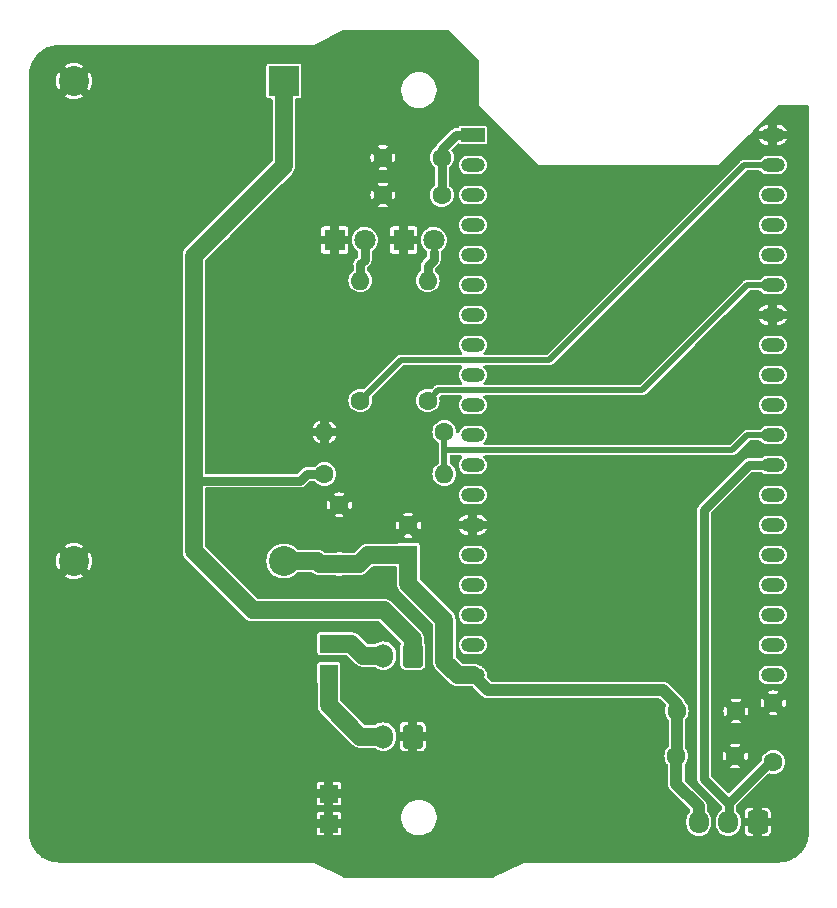
<source format=gbr>
G04 #@! TF.GenerationSoftware,KiCad,Pcbnew,7.0.9*
G04 #@! TF.CreationDate,2023-12-29T14:02:29-03:00*
G04 #@! TF.ProjectId,module,6d6f6475-6c65-42e6-9b69-6361645f7063,v2.2*
G04 #@! TF.SameCoordinates,Original*
G04 #@! TF.FileFunction,Copper,L1,Top*
G04 #@! TF.FilePolarity,Positive*
%FSLAX46Y46*%
G04 Gerber Fmt 4.6, Leading zero omitted, Abs format (unit mm)*
G04 Created by KiCad (PCBNEW 7.0.9) date 2023-12-29 14:02:29*
%MOMM*%
%LPD*%
G01*
G04 APERTURE LIST*
G04 Aperture macros list*
%AMRoundRect*
0 Rectangle with rounded corners*
0 $1 Rounding radius*
0 $2 $3 $4 $5 $6 $7 $8 $9 X,Y pos of 4 corners*
0 Add a 4 corners polygon primitive as box body*
4,1,4,$2,$3,$4,$5,$6,$7,$8,$9,$2,$3,0*
0 Add four circle primitives for the rounded corners*
1,1,$1+$1,$2,$3*
1,1,$1+$1,$4,$5*
1,1,$1+$1,$6,$7*
1,1,$1+$1,$8,$9*
0 Add four rect primitives between the rounded corners*
20,1,$1+$1,$2,$3,$4,$5,0*
20,1,$1+$1,$4,$5,$6,$7,0*
20,1,$1+$1,$6,$7,$8,$9,0*
20,1,$1+$1,$8,$9,$2,$3,0*%
G04 Aperture macros list end*
G04 #@! TA.AperFunction,ComponentPad*
%ADD10R,2.540000X2.540000*%
G04 #@! TD*
G04 #@! TA.AperFunction,ComponentPad*
%ADD11C,2.540000*%
G04 #@! TD*
G04 #@! TA.AperFunction,ComponentPad*
%ADD12R,1.800000X1.800000*%
G04 #@! TD*
G04 #@! TA.AperFunction,ComponentPad*
%ADD13C,1.800000*%
G04 #@! TD*
G04 #@! TA.AperFunction,ComponentPad*
%ADD14R,2.000000X1.200000*%
G04 #@! TD*
G04 #@! TA.AperFunction,ComponentPad*
%ADD15O,2.000000X1.200000*%
G04 #@! TD*
G04 #@! TA.AperFunction,ComponentPad*
%ADD16C,1.600000*%
G04 #@! TD*
G04 #@! TA.AperFunction,ComponentPad*
%ADD17O,1.600000X1.600000*%
G04 #@! TD*
G04 #@! TA.AperFunction,ComponentPad*
%ADD18R,1.600000X1.600000*%
G04 #@! TD*
G04 #@! TA.AperFunction,ComponentPad*
%ADD19RoundRect,0.250000X0.600000X0.750000X-0.600000X0.750000X-0.600000X-0.750000X0.600000X-0.750000X0*%
G04 #@! TD*
G04 #@! TA.AperFunction,ComponentPad*
%ADD20O,1.700000X2.000000*%
G04 #@! TD*
G04 #@! TA.AperFunction,ComponentPad*
%ADD21RoundRect,0.250000X0.600000X0.725000X-0.600000X0.725000X-0.600000X-0.725000X0.600000X-0.725000X0*%
G04 #@! TD*
G04 #@! TA.AperFunction,ComponentPad*
%ADD22O,1.700000X1.950000*%
G04 #@! TD*
G04 #@! TA.AperFunction,ComponentPad*
%ADD23R,1.524000X1.524000*%
G04 #@! TD*
G04 #@! TA.AperFunction,ViaPad*
%ADD24C,0.800000*%
G04 #@! TD*
G04 #@! TA.AperFunction,Conductor*
%ADD25C,0.750000*%
G04 #@! TD*
G04 #@! TA.AperFunction,Conductor*
%ADD26C,1.000000*%
G04 #@! TD*
G04 #@! TA.AperFunction,Conductor*
%ADD27C,1.500000*%
G04 #@! TD*
G04 #@! TA.AperFunction,Conductor*
%ADD28C,0.500000*%
G04 #@! TD*
G04 APERTURE END LIST*
D10*
X138570000Y-49238000D03*
D11*
X120790000Y-49238000D03*
X120790000Y-89878000D03*
X138570000Y-89878000D03*
D12*
X148730000Y-62700000D03*
D13*
X151270000Y-62700000D03*
D14*
X154572000Y-53810000D03*
D15*
X154572000Y-56350000D03*
X154572000Y-58890000D03*
X154572000Y-61430000D03*
X154572000Y-63970000D03*
X154572000Y-66510000D03*
X154572000Y-69050000D03*
X154572000Y-71590000D03*
X154572000Y-74130000D03*
X154572000Y-76670000D03*
X154572000Y-79210000D03*
X154572000Y-81750000D03*
X154572000Y-84290000D03*
X154572000Y-86830000D03*
X154572000Y-89370000D03*
X154572000Y-91910000D03*
X154572000Y-94450000D03*
X154572000Y-96990000D03*
X154572000Y-99530000D03*
X179968320Y-99527280D03*
X179968320Y-96987280D03*
X179972000Y-94450000D03*
X179972000Y-91910000D03*
X179972000Y-89370000D03*
X179972000Y-86830000D03*
X179972000Y-84290000D03*
X179972000Y-81750000D03*
X179972000Y-79210000D03*
X179972000Y-76670000D03*
X179972000Y-74130000D03*
X179972000Y-71590000D03*
X179972000Y-69050000D03*
X179972000Y-66510000D03*
X179972000Y-63970000D03*
X179972000Y-61430000D03*
X179972000Y-58890000D03*
X179972000Y-56350000D03*
X179972000Y-53810000D03*
D16*
X152159000Y-78956000D03*
D17*
X141999000Y-78956000D03*
D16*
X145047000Y-76289000D03*
D17*
X145047000Y-66129000D03*
D18*
X149111000Y-89370000D03*
D16*
X149111000Y-86870000D03*
X141999000Y-82512000D03*
D17*
X152159000Y-82512000D03*
D19*
X149492000Y-97879000D03*
D20*
X146992000Y-97879000D03*
D21*
X178702000Y-111976000D03*
D22*
X176202000Y-111976000D03*
X173702000Y-111976000D03*
D16*
X143269000Y-90132000D03*
X143269000Y-85132000D03*
D23*
X142380000Y-96863000D03*
X142380000Y-99403000D03*
X142380000Y-109563000D03*
X142380000Y-112103000D03*
D16*
X171844000Y-102578000D03*
X176844000Y-102578000D03*
X151952000Y-58890000D03*
X146952000Y-58890000D03*
X150762000Y-76289000D03*
D17*
X150762000Y-66129000D03*
D19*
X149492000Y-104737000D03*
D20*
X146992000Y-104737000D03*
D16*
X171804000Y-106388000D03*
X176804000Y-106388000D03*
X180019000Y-106896000D03*
X180019000Y-101896000D03*
X151952000Y-55715000D03*
X146952000Y-55715000D03*
D12*
X142888000Y-62700000D03*
D13*
X145428000Y-62700000D03*
D24*
X152540000Y-109690000D03*
X165240000Y-112230000D03*
X128410000Y-104610000D03*
X182004000Y-62700000D03*
X172860000Y-63970000D03*
X128410000Y-48730000D03*
X175908000Y-56604000D03*
X132220000Y-46952000D03*
X136030000Y-56350000D03*
X167780000Y-63970000D03*
X143650000Y-58890000D03*
X170320000Y-61430000D03*
X150000000Y-107150000D03*
X133490000Y-79210000D03*
X160160000Y-107150000D03*
X167780000Y-89370000D03*
X142380000Y-46444000D03*
X130950000Y-96990000D03*
X136030000Y-112230000D03*
X162700000Y-94450000D03*
X171590000Y-114516000D03*
X128410000Y-109690000D03*
X141110000Y-51270000D03*
X175400000Y-86830000D03*
X174130000Y-114516000D03*
X120790000Y-71590000D03*
X137300000Y-46952000D03*
X150000000Y-45682000D03*
X160160000Y-71590000D03*
X170320000Y-86830000D03*
X117742000Y-52540000D03*
X128410000Y-79210000D03*
X167780000Y-94450000D03*
X170320000Y-107150000D03*
X117742000Y-77940000D03*
X119012000Y-47460000D03*
X120790000Y-61430000D03*
X138570000Y-63970000D03*
X182004000Y-70320000D03*
X172860000Y-69050000D03*
X123330000Y-104610000D03*
X123330000Y-89370000D03*
X136030000Y-114516000D03*
X123330000Y-58890000D03*
X125870000Y-96990000D03*
X117742000Y-83020000D03*
X117742000Y-80480000D03*
X125870000Y-86830000D03*
X120790000Y-86830000D03*
X172860000Y-94450000D03*
X138570000Y-79210000D03*
X136030000Y-91910000D03*
X128410000Y-74130000D03*
X182004000Y-57620000D03*
X117742000Y-60160000D03*
X182004000Y-83020000D03*
X172860000Y-99530000D03*
X148730000Y-69050000D03*
X146494800Y-76670000D03*
X170320000Y-81750000D03*
X125870000Y-51270000D03*
X181496000Y-113754000D03*
X120790000Y-76670000D03*
X136030000Y-102070000D03*
X172860000Y-89370000D03*
X125870000Y-71590000D03*
X123330000Y-84290000D03*
X128410000Y-69050000D03*
X122060000Y-46952000D03*
X141110000Y-66510000D03*
X169050000Y-114516000D03*
X128410000Y-99530000D03*
X155080000Y-107150000D03*
X117742000Y-50000000D03*
X172860000Y-74130000D03*
X117742000Y-90640000D03*
X157620000Y-109690000D03*
X123330000Y-48730000D03*
X133490000Y-114516000D03*
X123330000Y-109690000D03*
X175400000Y-91910000D03*
X130950000Y-51270000D03*
X143650000Y-69050000D03*
X157620000Y-63970000D03*
X165240000Y-96990000D03*
X157620000Y-89370000D03*
X140983000Y-112230000D03*
X177940000Y-94450000D03*
X146190000Y-112230000D03*
X170828000Y-57112000D03*
X170320000Y-76670000D03*
X162700000Y-89370000D03*
X165240000Y-76670000D03*
X133490000Y-104610000D03*
X156350000Y-53810000D03*
X136030000Y-76670000D03*
X141110000Y-91910000D03*
X133490000Y-48730000D03*
X130950000Y-107150000D03*
X161430000Y-114516000D03*
X138570000Y-99530000D03*
X152540000Y-104610000D03*
X165240000Y-81750000D03*
X155080000Y-102070000D03*
X177940000Y-99530000D03*
X148730000Y-84290000D03*
X133490000Y-74130000D03*
X158890000Y-56350000D03*
X117742000Y-88100000D03*
X182004000Y-55080000D03*
X182004000Y-80480000D03*
X182004000Y-77940000D03*
X175400000Y-96990000D03*
X175400000Y-71590000D03*
X160160000Y-102070000D03*
X177686000Y-54826000D03*
X175400000Y-76670000D03*
X176670000Y-114516000D03*
X162700000Y-84290000D03*
X125870000Y-56350000D03*
X157620000Y-104610000D03*
X133490000Y-99530000D03*
X167780000Y-104610000D03*
X182004000Y-110960000D03*
X133490000Y-63970000D03*
X120790000Y-107150000D03*
X156350000Y-115786000D03*
X170320000Y-71590000D03*
X143650000Y-79210000D03*
X170320000Y-96990000D03*
X168288000Y-57112000D03*
X117742000Y-103340000D03*
X154064000Y-48222000D03*
X182004000Y-93180000D03*
X128410000Y-114516000D03*
X117742000Y-72860000D03*
X130950000Y-61430000D03*
X146190000Y-115786000D03*
X163208000Y-57112000D03*
X124600000Y-46952000D03*
X120790000Y-96990000D03*
X157620000Y-69050000D03*
X120790000Y-112230000D03*
X127140000Y-46952000D03*
X117742000Y-105880000D03*
X167780000Y-79210000D03*
X117742000Y-93180000D03*
X165748000Y-57112000D03*
X125870000Y-61430000D03*
X177940000Y-63970000D03*
X167780000Y-58890000D03*
X147460000Y-99530000D03*
X143650000Y-74130000D03*
X136030000Y-71590000D03*
X141110000Y-107150000D03*
X133490000Y-94450000D03*
X138570000Y-109690000D03*
X182004000Y-67780000D03*
X162700000Y-104610000D03*
X128410000Y-94450000D03*
X133490000Y-53810000D03*
X160160000Y-81750000D03*
X136030000Y-51270000D03*
X160160000Y-76670000D03*
X158890000Y-114516000D03*
X144920000Y-45682000D03*
X120790000Y-51270000D03*
X146190000Y-91910000D03*
X123330000Y-94450000D03*
X125870000Y-81750000D03*
X117742000Y-95720000D03*
X167780000Y-99530000D03*
X130950000Y-56350000D03*
X175400000Y-61430000D03*
X177940000Y-58890000D03*
X162700000Y-79210000D03*
X148730000Y-58890000D03*
X123330000Y-74130000D03*
X177940000Y-69050000D03*
X117742000Y-75400000D03*
X117742000Y-100800000D03*
X157620000Y-84290000D03*
X120790000Y-102070000D03*
X141110000Y-56350000D03*
X148730000Y-115786000D03*
X167780000Y-84290000D03*
X117742000Y-62700000D03*
X152895600Y-84290000D03*
X182004000Y-105880000D03*
X123330000Y-53810000D03*
X120790000Y-56350000D03*
X162700000Y-58890000D03*
X182004000Y-75400000D03*
X167780000Y-69050000D03*
X120790000Y-81750000D03*
X133490000Y-89370000D03*
X129680000Y-46952000D03*
X157620000Y-74130000D03*
X170320000Y-66510000D03*
X117742000Y-65240000D03*
X163970000Y-114516000D03*
X117742000Y-110960000D03*
X182004000Y-90640000D03*
X138570000Y-69050000D03*
X172860000Y-79210000D03*
X172860000Y-84290000D03*
X167780000Y-74130000D03*
X162700000Y-63970000D03*
X151270000Y-71590000D03*
X160160000Y-91910000D03*
X181496000Y-52286000D03*
X150914400Y-81750000D03*
X150000000Y-102070000D03*
X182004000Y-98260000D03*
X117742000Y-85560000D03*
X117742000Y-55080000D03*
X125870000Y-91910000D03*
X117742000Y-57620000D03*
X165240000Y-66510000D03*
X141110000Y-86830000D03*
X123330000Y-79210000D03*
X136080800Y-61430000D03*
X125870000Y-66510000D03*
X165240000Y-102070000D03*
X147460000Y-45682000D03*
X138570000Y-58890000D03*
X150000000Y-56350000D03*
X160668000Y-57112000D03*
X123330000Y-69050000D03*
X143650000Y-53810000D03*
X153810000Y-115786000D03*
X120790000Y-91910000D03*
X162700000Y-99530000D03*
X139840000Y-46952000D03*
X160160000Y-96990000D03*
X165240000Y-61430000D03*
X173368000Y-57112000D03*
X148730000Y-79210000D03*
X125870000Y-114516000D03*
X148730000Y-53810000D03*
X154064000Y-50508000D03*
X152540000Y-46190000D03*
X120790000Y-66510000D03*
X133490000Y-109690000D03*
X130950000Y-102070000D03*
X123330000Y-63970000D03*
X123330000Y-114516000D03*
X182004000Y-88100000D03*
X182004000Y-85560000D03*
X170320000Y-102070000D03*
X141110000Y-71590000D03*
X143650000Y-115786000D03*
X125870000Y-107150000D03*
X167780000Y-109690000D03*
X175400000Y-81750000D03*
X182004000Y-65240000D03*
X130950000Y-114516000D03*
X157620000Y-55080000D03*
X182004000Y-95720000D03*
X133490000Y-58890000D03*
X160160000Y-66510000D03*
X182004000Y-60160000D03*
X170320000Y-112230000D03*
X125870000Y-76670000D03*
X117742000Y-108420000D03*
X182004000Y-72860000D03*
X141110000Y-76670000D03*
X133490000Y-69050000D03*
X160160000Y-61430000D03*
X162700000Y-69050000D03*
X128410000Y-63970000D03*
X172860000Y-58890000D03*
X146190000Y-109690000D03*
X155080000Y-112230000D03*
X141110000Y-114516000D03*
X165240000Y-91910000D03*
X128410000Y-89370000D03*
X146190000Y-81750000D03*
X136030000Y-96990000D03*
X177940000Y-84290000D03*
X144920000Y-102070000D03*
X136030000Y-81750000D03*
X148730000Y-74130000D03*
X138570000Y-74130000D03*
X136030000Y-86830000D03*
X160160000Y-86830000D03*
X128410000Y-53810000D03*
X118250000Y-113500000D03*
X177940000Y-89370000D03*
X125870000Y-102070000D03*
X162700000Y-109690000D03*
X165240000Y-107150000D03*
X151270000Y-115786000D03*
X177940000Y-74130000D03*
X160160000Y-112230000D03*
X136030000Y-66510000D03*
X166510000Y-114516000D03*
X123330000Y-99530000D03*
X130950000Y-91910000D03*
X157620000Y-94450000D03*
X146190000Y-71590000D03*
X138570000Y-84290000D03*
X182004000Y-100800000D03*
X154826000Y-52286000D03*
X157620000Y-99530000D03*
X182004000Y-103340000D03*
X143650000Y-48730000D03*
X165240000Y-71590000D03*
X138570000Y-104610000D03*
X162700000Y-74130000D03*
X120790000Y-114516000D03*
X128410000Y-84290000D03*
X133490000Y-84290000D03*
X138570000Y-114516000D03*
X146190000Y-51270000D03*
X130950000Y-112230000D03*
X179210000Y-114516000D03*
X128410000Y-58890000D03*
X136030000Y-107150000D03*
X182004000Y-108420000D03*
X117742000Y-70320000D03*
X170320000Y-91910000D03*
X117742000Y-98260000D03*
X175400000Y-66510000D03*
X157620000Y-79210000D03*
X165240000Y-86830000D03*
X125870000Y-112230000D03*
X117742000Y-67780000D03*
X141110000Y-61430000D03*
X134760000Y-46952000D03*
X157620000Y-58890000D03*
D25*
X151952000Y-58890000D02*
X151952000Y-55715000D01*
X153175000Y-53810000D02*
X154572000Y-53810000D01*
X151952000Y-55715000D02*
X151952000Y-55033000D01*
X151952000Y-55033000D02*
X153175000Y-53810000D01*
D26*
X173702000Y-111976000D02*
X173702000Y-110659000D01*
D27*
X152159000Y-98387000D02*
X153302000Y-99530000D01*
D26*
X155842000Y-100800000D02*
X170701000Y-100800000D01*
D27*
X144920000Y-90132000D02*
X143269000Y-90132000D01*
X141364000Y-89878000D02*
X141618000Y-90132000D01*
X149111000Y-89370000D02*
X149111000Y-91783000D01*
D26*
X171844000Y-102578000D02*
X171844000Y-106348000D01*
D27*
X152159000Y-94831000D02*
X152159000Y-98387000D01*
D26*
X154572000Y-99530000D02*
X155842000Y-100800000D01*
D27*
X145682000Y-89370000D02*
X144920000Y-90132000D01*
X153302000Y-99530000D02*
X154572000Y-99530000D01*
X138570000Y-89878000D02*
X141364000Y-89878000D01*
X149111000Y-89370000D02*
X145682000Y-89370000D01*
D26*
X170701000Y-100800000D02*
X171844000Y-101943000D01*
D27*
X149111000Y-91783000D02*
X152159000Y-94831000D01*
X141618000Y-90132000D02*
X143269000Y-90132000D01*
D26*
X171844000Y-106348000D02*
X171804000Y-106388000D01*
X173702000Y-110659000D02*
X171804000Y-108761000D01*
X171844000Y-101943000D02*
X171844000Y-102578000D01*
X171804000Y-108761000D02*
X171804000Y-106388000D01*
D25*
X176249000Y-111535000D02*
X176249000Y-110412000D01*
X176249000Y-111535000D02*
X176249000Y-111929000D01*
X176249000Y-111929000D02*
X176202000Y-111976000D01*
X174130000Y-108293000D02*
X174130000Y-85560000D01*
X179718000Y-106896000D02*
X176249000Y-110365000D01*
X176249000Y-110412000D02*
X174130000Y-108293000D01*
X176249000Y-110365000D02*
X176249000Y-111535000D01*
X180019000Y-106896000D02*
X179718000Y-106896000D01*
X174130000Y-85560000D02*
X177940000Y-81750000D01*
X177940000Y-81750000D02*
X179972000Y-81750000D01*
D28*
X177813000Y-79210000D02*
X179972000Y-79210000D01*
X152159000Y-80480000D02*
X176543000Y-80480000D01*
X152159000Y-78956000D02*
X152159000Y-80480000D01*
X176543000Y-80480000D02*
X177813000Y-79210000D01*
X152159000Y-80480000D02*
X152159000Y-82512000D01*
D27*
X138570000Y-49238000D02*
X138570000Y-56400800D01*
X135953800Y-94043600D02*
X147053600Y-94043600D01*
X130950000Y-89039800D02*
X135953800Y-94043600D01*
D25*
X140500400Y-82512000D02*
X141999000Y-82512000D01*
X139941600Y-83070800D02*
X131000800Y-83070800D01*
D27*
X147053600Y-94043600D02*
X149492000Y-96482000D01*
X149492000Y-96482000D02*
X149492000Y-97879000D01*
D25*
X131000800Y-83070800D02*
X130950000Y-83020000D01*
X139941600Y-83070800D02*
X140500400Y-82512000D01*
D27*
X130950000Y-83020000D02*
X130950000Y-89039800D01*
X138570000Y-56400800D02*
X130950000Y-64020800D01*
X130950000Y-64020800D02*
X130950000Y-83020000D01*
D28*
X179972000Y-56350000D02*
X177559000Y-56350000D01*
X161049000Y-72860000D02*
X148476000Y-72860000D01*
X148476000Y-72860000D02*
X145047000Y-76289000D01*
X177559000Y-56350000D02*
X161049000Y-72860000D01*
X151651000Y-75400000D02*
X150762000Y-76289000D01*
X177813000Y-66510000D02*
X168923000Y-75400000D01*
X168923000Y-75400000D02*
X151651000Y-75400000D01*
X179972000Y-66510000D02*
X177813000Y-66510000D01*
D25*
X145428000Y-64351000D02*
X145428000Y-62700000D01*
X145047000Y-66129000D02*
X145047000Y-64732000D01*
X145047000Y-64732000D02*
X145428000Y-64351000D01*
X151270000Y-64351000D02*
X151270000Y-63716000D01*
X150762000Y-65748000D02*
X150762000Y-64859000D01*
X150762000Y-64859000D02*
X151270000Y-64351000D01*
D27*
X144285000Y-96863000D02*
X142380000Y-96863000D01*
X146992000Y-97879000D02*
X145301000Y-97879000D01*
X145301000Y-97879000D02*
X144285000Y-96863000D01*
X145047000Y-104737000D02*
X142380000Y-102070000D01*
X142380000Y-102070000D02*
X142380000Y-99403000D01*
X146992000Y-104737000D02*
X145047000Y-104737000D01*
G04 #@! TA.AperFunction,Conductor*
G36*
X152556177Y-44940185D02*
G01*
X152576819Y-44956819D01*
X155043681Y-47423681D01*
X155077166Y-47485004D01*
X155080000Y-47511362D01*
X155080000Y-51270000D01*
X160160000Y-56350000D01*
X175400000Y-56350000D01*
X177565000Y-54185000D01*
X178808743Y-54185000D01*
X178864315Y-54289820D01*
X178864314Y-54289820D01*
X178984008Y-54430734D01*
X179131195Y-54542622D01*
X179298992Y-54620254D01*
X179298996Y-54620256D01*
X179479556Y-54659999D01*
X179479560Y-54660000D01*
X179597000Y-54660000D01*
X179597000Y-54185000D01*
X178808743Y-54185000D01*
X177565000Y-54185000D01*
X177940000Y-53810000D01*
X179567014Y-53810000D01*
X179586835Y-53935148D01*
X179644359Y-54048045D01*
X179733955Y-54137641D01*
X179846852Y-54195165D01*
X179940519Y-54210000D01*
X180003481Y-54210000D01*
X180097148Y-54195165D01*
X180117098Y-54185000D01*
X180347000Y-54185000D01*
X180347000Y-54660000D01*
X180418079Y-54660000D01*
X180418085Y-54659999D01*
X180555800Y-54645022D01*
X180555804Y-54645021D01*
X180731011Y-54585986D01*
X180889430Y-54490669D01*
X181023659Y-54363521D01*
X181127413Y-54210493D01*
X181127415Y-54210490D01*
X181137571Y-54185000D01*
X180347000Y-54185000D01*
X180117098Y-54185000D01*
X180210045Y-54137641D01*
X180299641Y-54048045D01*
X180357165Y-53935148D01*
X180376986Y-53810000D01*
X180357165Y-53684852D01*
X180299641Y-53571955D01*
X180210045Y-53482359D01*
X180097148Y-53424835D01*
X180003481Y-53410000D01*
X179940519Y-53410000D01*
X179846852Y-53424835D01*
X179733955Y-53482359D01*
X179644359Y-53571955D01*
X179586835Y-53684852D01*
X179567014Y-53810000D01*
X177940000Y-53810000D01*
X178315001Y-53434999D01*
X178806428Y-53434999D01*
X178806429Y-53435000D01*
X179597000Y-53435000D01*
X179597000Y-52960000D01*
X180347000Y-52960000D01*
X180347000Y-53435000D01*
X181135257Y-53435000D01*
X181135257Y-53434999D01*
X181079684Y-53330179D01*
X181079685Y-53330179D01*
X180959991Y-53189265D01*
X180812804Y-53077377D01*
X180645007Y-52999745D01*
X180645003Y-52999743D01*
X180464443Y-52960000D01*
X180347000Y-52960000D01*
X179597000Y-52960000D01*
X179525914Y-52960000D01*
X179388199Y-52974977D01*
X179388195Y-52974978D01*
X179212988Y-53034013D01*
X179054569Y-53129330D01*
X178920340Y-53256478D01*
X178816586Y-53409506D01*
X178816584Y-53409509D01*
X178806428Y-53434999D01*
X178315001Y-53434999D01*
X180443681Y-51306319D01*
X180505004Y-51272834D01*
X180531362Y-51270000D01*
X182895500Y-51270000D01*
X182962539Y-51289685D01*
X183008294Y-51342489D01*
X183019500Y-51394000D01*
X183019500Y-112863258D01*
X183019402Y-112866736D01*
X183013012Y-112980524D01*
X183002599Y-113152668D01*
X183001835Y-113159315D01*
X182978722Y-113295343D01*
X182951440Y-113444217D01*
X182950032Y-113450208D01*
X182910625Y-113587001D01*
X182866744Y-113727815D01*
X182864831Y-113733099D01*
X182809609Y-113866418D01*
X182749668Y-113999600D01*
X182747394Y-114004147D01*
X182677043Y-114131439D01*
X182601781Y-114255936D01*
X182599287Y-114259739D01*
X182515571Y-114377726D01*
X182513811Y-114380086D01*
X182425088Y-114493332D01*
X182422512Y-114496409D01*
X182325980Y-114604430D01*
X182323590Y-114606957D01*
X182221957Y-114708590D01*
X182219430Y-114710980D01*
X182111409Y-114807512D01*
X182108332Y-114810088D01*
X181995086Y-114898811D01*
X181992726Y-114900571D01*
X181874739Y-114984287D01*
X181870936Y-114986781D01*
X181746439Y-115062043D01*
X181619147Y-115132394D01*
X181614600Y-115134668D01*
X181481418Y-115194609D01*
X181348099Y-115249831D01*
X181342815Y-115251744D01*
X181225231Y-115288385D01*
X181201990Y-115295627D01*
X181065208Y-115335032D01*
X181059217Y-115336440D01*
X180910343Y-115363722D01*
X180774315Y-115386835D01*
X180767668Y-115387599D01*
X180595524Y-115398012D01*
X180481736Y-115404402D01*
X180478258Y-115404500D01*
X158910341Y-115404500D01*
X158903892Y-115403453D01*
X158892312Y-115404325D01*
X158890188Y-115404404D01*
X158889822Y-115404458D01*
X158887945Y-115405309D01*
X158877478Y-115409646D01*
X158872439Y-115413221D01*
X157624252Y-116037315D01*
X156376063Y-116661409D01*
X156320610Y-116674500D01*
X143679390Y-116674500D01*
X143623936Y-116661409D01*
X141128708Y-115413795D01*
X141123504Y-115410024D01*
X141112283Y-115405400D01*
X141110126Y-115404418D01*
X141110112Y-115404416D01*
X141107688Y-115404325D01*
X141096107Y-115403453D01*
X141089659Y-115404500D01*
X119521742Y-115404500D01*
X119518265Y-115404402D01*
X119404475Y-115398012D01*
X119232330Y-115387599D01*
X119225683Y-115386835D01*
X119089656Y-115363722D01*
X118940781Y-115336440D01*
X118934790Y-115335032D01*
X118798021Y-115295631D01*
X118730634Y-115274633D01*
X118657183Y-115251744D01*
X118651899Y-115249831D01*
X118518581Y-115194609D01*
X118385398Y-115134668D01*
X118380851Y-115132393D01*
X118253560Y-115062043D01*
X118129063Y-114986781D01*
X118125259Y-114984287D01*
X118007272Y-114900571D01*
X118004912Y-114898811D01*
X117891666Y-114810088D01*
X117888589Y-114807512D01*
X117780568Y-114710980D01*
X117778041Y-114708590D01*
X117676408Y-114606957D01*
X117674018Y-114604430D01*
X117577486Y-114496409D01*
X117574910Y-114493332D01*
X117560874Y-114475416D01*
X117486176Y-114380072D01*
X117484427Y-114377726D01*
X117400711Y-114259739D01*
X117398217Y-114255935D01*
X117322956Y-114131439D01*
X117252605Y-114004147D01*
X117250330Y-113999600D01*
X117190390Y-113866418D01*
X117135167Y-113733099D01*
X117133265Y-113727850D01*
X117089375Y-113587001D01*
X117049963Y-113450198D01*
X117048560Y-113444227D01*
X117038340Y-113388462D01*
X117021277Y-113295343D01*
X117005246Y-113200999D01*
X116998160Y-113159297D01*
X116997401Y-113152691D01*
X116986992Y-112980603D01*
X116981883Y-112889626D01*
X116980598Y-112866736D01*
X116980500Y-112863259D01*
X116980500Y-112478000D01*
X141368000Y-112478000D01*
X141368000Y-112889628D01*
X141382503Y-112962540D01*
X141382505Y-112962544D01*
X141437760Y-113045239D01*
X141520455Y-113100494D01*
X141520459Y-113100496D01*
X141593371Y-113114999D01*
X141593374Y-113115000D01*
X142005000Y-113115000D01*
X142005000Y-112478000D01*
X141368000Y-112478000D01*
X116980500Y-112478000D01*
X116980500Y-112134898D01*
X141995051Y-112134898D01*
X142026266Y-112258162D01*
X142095813Y-112364612D01*
X142196157Y-112442713D01*
X142316422Y-112484000D01*
X142411569Y-112484000D01*
X142447525Y-112478000D01*
X142755000Y-112478000D01*
X142755000Y-113115000D01*
X143166626Y-113115000D01*
X143166628Y-113114999D01*
X143239540Y-113100496D01*
X143239544Y-113100494D01*
X143322239Y-113045239D01*
X143377494Y-112962544D01*
X143377496Y-112962540D01*
X143391999Y-112889628D01*
X143392000Y-112889626D01*
X143392000Y-112478000D01*
X142755000Y-112478000D01*
X142447525Y-112478000D01*
X142505421Y-112468339D01*
X142617251Y-112407820D01*
X142703371Y-112314269D01*
X142754448Y-112197823D01*
X142764949Y-112071102D01*
X142733734Y-111947838D01*
X142664187Y-111841388D01*
X142563843Y-111763287D01*
X142443578Y-111722000D01*
X142348431Y-111722000D01*
X142254579Y-111737661D01*
X142142749Y-111798180D01*
X142056629Y-111891731D01*
X142005552Y-112008177D01*
X141995051Y-112134898D01*
X116980500Y-112134898D01*
X116980500Y-111728000D01*
X141368000Y-111728000D01*
X142005000Y-111728000D01*
X142005000Y-111091000D01*
X142755000Y-111091000D01*
X142755000Y-111728000D01*
X143392000Y-111728000D01*
X143392000Y-111719334D01*
X148499500Y-111719334D01*
X148540429Y-111964616D01*
X148621169Y-112199802D01*
X148621172Y-112199811D01*
X148683114Y-112314269D01*
X148739526Y-112418509D01*
X148892262Y-112614744D01*
X149037915Y-112748827D01*
X149075217Y-112783166D01*
X149283393Y-112919173D01*
X149511118Y-113019063D01*
X149614485Y-113045239D01*
X149752179Y-113080108D01*
X149752181Y-113080108D01*
X149752186Y-113080109D01*
X149885376Y-113091145D01*
X149937933Y-113095500D01*
X149937935Y-113095500D01*
X150062065Y-113095500D01*
X150062067Y-113095500D01*
X150123284Y-113090427D01*
X150247813Y-113080109D01*
X150247816Y-113080108D01*
X150247821Y-113080108D01*
X150488881Y-113019063D01*
X150716607Y-112919173D01*
X150924785Y-112783164D01*
X151107738Y-112614744D01*
X151260474Y-112418509D01*
X151378828Y-112199810D01*
X151459571Y-111964614D01*
X151500500Y-111719335D01*
X151500500Y-111470665D01*
X151459571Y-111225386D01*
X151378828Y-110990190D01*
X151260474Y-110771491D01*
X151107738Y-110575256D01*
X150959991Y-110439245D01*
X150924782Y-110406833D01*
X150716606Y-110270826D01*
X150488881Y-110170936D01*
X150247824Y-110109892D01*
X150247813Y-110109890D01*
X150082548Y-110096197D01*
X150062067Y-110094500D01*
X149937933Y-110094500D01*
X149918521Y-110096108D01*
X149752186Y-110109890D01*
X149752175Y-110109892D01*
X149511118Y-110170936D01*
X149283393Y-110270826D01*
X149075217Y-110406833D01*
X148892261Y-110575257D01*
X148739524Y-110771493D01*
X148621172Y-110990188D01*
X148621169Y-110990197D01*
X148540429Y-111225383D01*
X148499500Y-111470665D01*
X148499500Y-111719334D01*
X143392000Y-111719334D01*
X143392000Y-111316373D01*
X143391999Y-111316371D01*
X143377496Y-111243459D01*
X143377494Y-111243455D01*
X143322239Y-111160760D01*
X143239544Y-111105505D01*
X143239540Y-111105503D01*
X143166627Y-111091000D01*
X142755000Y-111091000D01*
X142005000Y-111091000D01*
X141593373Y-111091000D01*
X141520459Y-111105503D01*
X141520455Y-111105505D01*
X141437760Y-111160760D01*
X141382505Y-111243455D01*
X141382503Y-111243459D01*
X141368000Y-111316371D01*
X141368000Y-111728000D01*
X116980500Y-111728000D01*
X116980500Y-109938000D01*
X141368000Y-109938000D01*
X141368000Y-110349628D01*
X141382503Y-110422540D01*
X141382505Y-110422544D01*
X141437760Y-110505239D01*
X141520455Y-110560494D01*
X141520459Y-110560496D01*
X141593371Y-110574999D01*
X141593374Y-110575000D01*
X142005000Y-110575000D01*
X142005000Y-109938000D01*
X141368000Y-109938000D01*
X116980500Y-109938000D01*
X116980500Y-109594898D01*
X141995051Y-109594898D01*
X142026266Y-109718162D01*
X142095813Y-109824612D01*
X142196157Y-109902713D01*
X142316422Y-109944000D01*
X142411569Y-109944000D01*
X142447525Y-109938000D01*
X142755000Y-109938000D01*
X142755000Y-110575000D01*
X143166626Y-110575000D01*
X143166628Y-110574999D01*
X143239540Y-110560496D01*
X143239544Y-110560494D01*
X143322239Y-110505239D01*
X143377494Y-110422544D01*
X143377496Y-110422540D01*
X143391999Y-110349628D01*
X143392000Y-110349626D01*
X143392000Y-109938000D01*
X142755000Y-109938000D01*
X142447525Y-109938000D01*
X142505421Y-109928339D01*
X142617251Y-109867820D01*
X142703371Y-109774269D01*
X142754448Y-109657823D01*
X142764949Y-109531102D01*
X142733734Y-109407838D01*
X142664187Y-109301388D01*
X142563843Y-109223287D01*
X142443578Y-109182000D01*
X142348431Y-109182000D01*
X142254579Y-109197661D01*
X142142749Y-109258180D01*
X142056629Y-109351731D01*
X142005552Y-109468177D01*
X141995051Y-109594898D01*
X116980500Y-109594898D01*
X116980500Y-109188000D01*
X141368000Y-109188000D01*
X142005000Y-109188000D01*
X142005000Y-108551000D01*
X142755000Y-108551000D01*
X142755000Y-109188000D01*
X143392000Y-109188000D01*
X143392000Y-108776373D01*
X143391999Y-108776371D01*
X143377496Y-108703459D01*
X143377494Y-108703455D01*
X143322239Y-108620760D01*
X143239544Y-108565505D01*
X143239540Y-108565503D01*
X143166627Y-108551000D01*
X142755000Y-108551000D01*
X142005000Y-108551000D01*
X141593373Y-108551000D01*
X141520459Y-108565503D01*
X141520455Y-108565505D01*
X141437760Y-108620760D01*
X141382505Y-108703455D01*
X141382503Y-108703459D01*
X141368000Y-108776371D01*
X141368000Y-109188000D01*
X116980500Y-109188000D01*
X116980500Y-100184749D01*
X141417500Y-100184749D01*
X141427117Y-100233094D01*
X141429500Y-100257287D01*
X141429500Y-102057937D01*
X141427355Y-102142545D01*
X141427355Y-102142546D01*
X141437615Y-102199787D01*
X141438269Y-102204452D01*
X141444154Y-102262318D01*
X141444156Y-102262326D01*
X141453865Y-102293269D01*
X141455737Y-102300898D01*
X141461460Y-102332828D01*
X141461461Y-102332830D01*
X141483032Y-102386833D01*
X141484613Y-102391272D01*
X141502025Y-102446768D01*
X141517765Y-102475125D01*
X141521135Y-102482221D01*
X141533168Y-102512343D01*
X141533170Y-102512348D01*
X141533172Y-102512351D01*
X141533173Y-102512353D01*
X141565174Y-102560908D01*
X141567605Y-102564920D01*
X141595841Y-102615791D01*
X141616972Y-102640406D01*
X141621703Y-102646680D01*
X141639547Y-102673757D01*
X141680667Y-102714877D01*
X141683870Y-102718333D01*
X141703814Y-102741564D01*
X141721760Y-102762468D01*
X141721764Y-102762471D01*
X141721765Y-102762472D01*
X141747407Y-102782320D01*
X141753303Y-102787513D01*
X144366372Y-105400582D01*
X144424674Y-105461917D01*
X144472414Y-105495145D01*
X144476161Y-105497970D01*
X144497531Y-105515395D01*
X144521244Y-105534731D01*
X144521247Y-105534733D01*
X144549995Y-105549749D01*
X144556716Y-105553821D01*
X144575046Y-105566578D01*
X144583342Y-105572353D01*
X144636800Y-105595293D01*
X144641047Y-105597311D01*
X144692594Y-105624237D01*
X144723781Y-105633160D01*
X144731169Y-105635790D01*
X144760988Y-105648587D01*
X144817970Y-105660296D01*
X144822516Y-105661411D01*
X144878449Y-105677417D01*
X144910803Y-105679879D01*
X144918562Y-105680968D01*
X144950344Y-105687500D01*
X145008504Y-105687500D01*
X145013210Y-105687678D01*
X145036623Y-105689461D01*
X145071201Y-105692095D01*
X145071201Y-105692094D01*
X145071203Y-105692095D01*
X145103385Y-105687996D01*
X145111215Y-105687500D01*
X146267131Y-105687500D01*
X146334170Y-105707185D01*
X146345795Y-105715646D01*
X146405550Y-105764685D01*
X146588046Y-105862232D01*
X146786066Y-105922300D01*
X146786065Y-105922300D01*
X146804529Y-105924118D01*
X146992000Y-105942583D01*
X147197934Y-105922300D01*
X147395954Y-105862232D01*
X147578450Y-105764685D01*
X147738410Y-105633410D01*
X147869685Y-105473450D01*
X147967232Y-105290954D01*
X148021516Y-105112000D01*
X148392000Y-105112000D01*
X148392000Y-105534844D01*
X148398401Y-105594372D01*
X148398403Y-105594379D01*
X148448645Y-105729086D01*
X148448649Y-105729093D01*
X148534809Y-105844187D01*
X148534812Y-105844190D01*
X148649906Y-105930350D01*
X148649913Y-105930354D01*
X148784620Y-105980596D01*
X148784627Y-105980598D01*
X148844155Y-105986999D01*
X148844172Y-105987000D01*
X149117000Y-105987000D01*
X149117000Y-105112000D01*
X148392000Y-105112000D01*
X148021516Y-105112000D01*
X148027300Y-105092934D01*
X148042500Y-104938608D01*
X148042500Y-104808889D01*
X148992000Y-104808889D01*
X149032507Y-104946844D01*
X149110239Y-105067798D01*
X149218900Y-105161952D01*
X149349685Y-105221680D01*
X149456237Y-105237000D01*
X149527763Y-105237000D01*
X149634315Y-105221680D01*
X149765100Y-105161952D01*
X149822748Y-105112000D01*
X149867000Y-105112000D01*
X149867000Y-105987000D01*
X150139828Y-105987000D01*
X150139844Y-105986999D01*
X150199372Y-105980598D01*
X150199379Y-105980596D01*
X150334086Y-105930354D01*
X150334093Y-105930350D01*
X150449187Y-105844190D01*
X150449190Y-105844187D01*
X150535350Y-105729093D01*
X150535354Y-105729086D01*
X150585596Y-105594379D01*
X150585598Y-105594372D01*
X150591999Y-105534844D01*
X150592000Y-105534827D01*
X150592000Y-105112000D01*
X149867000Y-105112000D01*
X149822748Y-105112000D01*
X149873761Y-105067798D01*
X149951493Y-104946844D01*
X149992000Y-104808889D01*
X149992000Y-104665111D01*
X149951493Y-104527156D01*
X149873761Y-104406202D01*
X149765100Y-104312048D01*
X149634315Y-104252320D01*
X149527763Y-104237000D01*
X149456237Y-104237000D01*
X149349685Y-104252320D01*
X149218900Y-104312048D01*
X149110239Y-104406202D01*
X149032507Y-104527156D01*
X148992000Y-104665111D01*
X148992000Y-104808889D01*
X148042500Y-104808889D01*
X148042500Y-104535392D01*
X148027300Y-104381066D01*
X148021516Y-104362000D01*
X148392000Y-104362000D01*
X149117000Y-104362000D01*
X149117000Y-103487000D01*
X149867000Y-103487000D01*
X149867000Y-104362000D01*
X150592000Y-104362000D01*
X150592000Y-103939172D01*
X150591999Y-103939155D01*
X150585598Y-103879627D01*
X150585596Y-103879620D01*
X150535354Y-103744913D01*
X150535350Y-103744906D01*
X150449190Y-103629812D01*
X150449187Y-103629809D01*
X150334093Y-103543649D01*
X150334086Y-103543645D01*
X150199379Y-103493403D01*
X150199372Y-103493401D01*
X150139844Y-103487000D01*
X149867000Y-103487000D01*
X149117000Y-103487000D01*
X148844155Y-103487000D01*
X148784627Y-103493401D01*
X148784620Y-103493403D01*
X148649913Y-103543645D01*
X148649906Y-103543649D01*
X148534812Y-103629809D01*
X148534809Y-103629812D01*
X148448649Y-103744906D01*
X148448645Y-103744913D01*
X148398403Y-103879620D01*
X148398401Y-103879627D01*
X148392000Y-103939155D01*
X148392000Y-104362000D01*
X148021516Y-104362000D01*
X147967232Y-104183046D01*
X147869685Y-104000550D01*
X147770441Y-103879620D01*
X147738410Y-103840589D01*
X147578452Y-103709317D01*
X147578453Y-103709317D01*
X147578450Y-103709315D01*
X147395954Y-103611768D01*
X147197934Y-103551700D01*
X147197932Y-103551699D01*
X147197934Y-103551699D01*
X146992000Y-103531417D01*
X146786067Y-103551699D01*
X146588043Y-103611769D01*
X146554288Y-103629812D01*
X146405550Y-103709315D01*
X146405548Y-103709316D01*
X146405547Y-103709317D01*
X146345795Y-103758354D01*
X146281485Y-103785666D01*
X146267131Y-103786500D01*
X145492072Y-103786500D01*
X145425033Y-103766815D01*
X145404391Y-103750181D01*
X143366819Y-101712609D01*
X143333334Y-101651286D01*
X143330500Y-101624928D01*
X143330500Y-100257287D01*
X143332883Y-100233094D01*
X143342500Y-100184749D01*
X143342500Y-98621249D01*
X143342499Y-98621247D01*
X143330868Y-98562770D01*
X143330867Y-98562769D01*
X143286552Y-98496447D01*
X143220230Y-98452132D01*
X143220229Y-98452131D01*
X143161752Y-98440500D01*
X143161748Y-98440500D01*
X141598252Y-98440500D01*
X141598247Y-98440500D01*
X141539770Y-98452131D01*
X141539769Y-98452132D01*
X141473447Y-98496447D01*
X141429132Y-98562769D01*
X141429131Y-98562770D01*
X141417500Y-98621247D01*
X141417500Y-100184749D01*
X116980500Y-100184749D01*
X116980500Y-97644752D01*
X141417500Y-97644752D01*
X141429131Y-97703229D01*
X141429132Y-97703230D01*
X141473447Y-97769552D01*
X141539769Y-97813867D01*
X141539770Y-97813868D01*
X141598247Y-97825499D01*
X141598250Y-97825500D01*
X141598252Y-97825500D01*
X143161749Y-97825500D01*
X143210096Y-97815883D01*
X143234288Y-97813500D01*
X143839928Y-97813500D01*
X143906967Y-97833185D01*
X143927609Y-97849819D01*
X144620372Y-98542582D01*
X144678674Y-98603917D01*
X144678677Y-98603919D01*
X144703575Y-98621249D01*
X144726414Y-98637145D01*
X144730161Y-98639970D01*
X144742254Y-98649830D01*
X144775244Y-98676731D01*
X144775247Y-98676733D01*
X144803995Y-98691749D01*
X144810716Y-98695821D01*
X144828605Y-98708272D01*
X144837342Y-98714353D01*
X144890800Y-98737293D01*
X144895047Y-98739311D01*
X144900693Y-98742260D01*
X144946594Y-98766237D01*
X144977781Y-98775160D01*
X144985169Y-98777790D01*
X145014988Y-98790587D01*
X145071986Y-98802299D01*
X145076526Y-98803415D01*
X145132448Y-98819417D01*
X145164805Y-98821880D01*
X145172559Y-98822967D01*
X145204344Y-98829500D01*
X145262503Y-98829500D01*
X145267209Y-98829678D01*
X145290216Y-98831430D01*
X145325201Y-98834095D01*
X145325201Y-98834094D01*
X145325203Y-98834095D01*
X145357385Y-98829996D01*
X145365215Y-98829500D01*
X146267131Y-98829500D01*
X146334170Y-98849185D01*
X146345795Y-98857646D01*
X146405550Y-98906685D01*
X146588046Y-99004232D01*
X146786066Y-99064300D01*
X146786065Y-99064300D01*
X146804529Y-99066118D01*
X146992000Y-99084583D01*
X147197934Y-99064300D01*
X147395954Y-99004232D01*
X147578450Y-98906685D01*
X147738410Y-98775410D01*
X147869685Y-98615450D01*
X147967232Y-98432954D01*
X148027300Y-98234934D01*
X148042500Y-98080608D01*
X148042500Y-97677392D01*
X148027300Y-97523066D01*
X147967232Y-97325046D01*
X147869685Y-97142550D01*
X147814027Y-97074730D01*
X147738410Y-96982589D01*
X147592421Y-96862781D01*
X147578450Y-96851315D01*
X147395954Y-96753768D01*
X147197934Y-96693700D01*
X147197932Y-96693699D01*
X147197934Y-96693699D01*
X146992000Y-96673417D01*
X146786067Y-96693699D01*
X146588043Y-96753769D01*
X146515861Y-96792352D01*
X146405550Y-96851315D01*
X146405548Y-96851316D01*
X146405547Y-96851317D01*
X146345795Y-96900354D01*
X146281485Y-96927666D01*
X146267131Y-96928500D01*
X145746072Y-96928500D01*
X145679033Y-96908815D01*
X145658391Y-96892181D01*
X144965627Y-96199417D01*
X144907324Y-96138082D01*
X144907320Y-96138079D01*
X144859567Y-96104841D01*
X144855833Y-96102025D01*
X144810751Y-96065266D01*
X144810747Y-96065264D01*
X144810746Y-96065263D01*
X144810745Y-96065262D01*
X144781997Y-96050246D01*
X144775277Y-96046174D01*
X144748659Y-96027647D01*
X144695209Y-96004710D01*
X144690952Y-96002688D01*
X144639409Y-95975764D01*
X144639407Y-95975763D01*
X144639406Y-95975763D01*
X144622689Y-95970979D01*
X144608221Y-95966839D01*
X144600822Y-95964205D01*
X144571011Y-95951412D01*
X144571012Y-95951412D01*
X144514038Y-95939703D01*
X144509463Y-95938580D01*
X144453556Y-95922583D01*
X144453545Y-95922582D01*
X144421208Y-95920120D01*
X144413428Y-95919029D01*
X144381657Y-95912500D01*
X144381656Y-95912500D01*
X144323497Y-95912500D01*
X144318790Y-95912321D01*
X144313850Y-95911944D01*
X144260798Y-95907904D01*
X144243429Y-95910117D01*
X144228614Y-95912003D01*
X144220785Y-95912500D01*
X143234288Y-95912500D01*
X143210096Y-95910117D01*
X143161750Y-95900500D01*
X143161748Y-95900500D01*
X141598252Y-95900500D01*
X141598247Y-95900500D01*
X141539770Y-95912131D01*
X141539769Y-95912132D01*
X141473447Y-95956447D01*
X141429132Y-96022769D01*
X141429131Y-96022770D01*
X141417500Y-96081247D01*
X141417500Y-97644752D01*
X116980500Y-97644752D01*
X116980500Y-91184847D01*
X120013481Y-91184847D01*
X120097800Y-91236518D01*
X120318839Y-91328075D01*
X120551480Y-91383927D01*
X120790000Y-91402699D01*
X121028519Y-91383927D01*
X121261160Y-91328075D01*
X121482195Y-91236519D01*
X121566516Y-91184846D01*
X120790000Y-90408330D01*
X120013481Y-91184846D01*
X120013481Y-91184847D01*
X116980500Y-91184847D01*
X116980500Y-89878000D01*
X119265300Y-89878000D01*
X119284072Y-90116519D01*
X119339924Y-90349160D01*
X119431481Y-90570199D01*
X119483152Y-90654517D01*
X120187781Y-89949889D01*
X120290000Y-89949889D01*
X120330507Y-90087844D01*
X120408239Y-90208798D01*
X120516900Y-90302952D01*
X120647685Y-90362680D01*
X120754237Y-90378000D01*
X120825763Y-90378000D01*
X120932315Y-90362680D01*
X121063100Y-90302952D01*
X121171761Y-90208798D01*
X121249493Y-90087844D01*
X121290000Y-89949889D01*
X121290000Y-89878000D01*
X121320330Y-89878000D01*
X122096846Y-90654516D01*
X122148519Y-90570195D01*
X122240075Y-90349160D01*
X122295927Y-90116519D01*
X122314699Y-89878000D01*
X122295927Y-89639480D01*
X122240075Y-89406839D01*
X122148518Y-89185800D01*
X122096846Y-89101481D01*
X121320330Y-89877999D01*
X121320330Y-89878000D01*
X121290000Y-89878000D01*
X121290000Y-89806111D01*
X121249493Y-89668156D01*
X121171761Y-89547202D01*
X121063100Y-89453048D01*
X120932315Y-89393320D01*
X120825763Y-89378000D01*
X120754237Y-89378000D01*
X120647685Y-89393320D01*
X120516900Y-89453048D01*
X120408239Y-89547202D01*
X120330507Y-89668156D01*
X120290000Y-89806111D01*
X120290000Y-89949889D01*
X120187781Y-89949889D01*
X120259670Y-89878000D01*
X120259670Y-89877999D01*
X119483152Y-89101481D01*
X119431481Y-89185802D01*
X119431478Y-89185808D01*
X119339924Y-89406839D01*
X119284072Y-89639480D01*
X119265300Y-89878000D01*
X116980500Y-89878000D01*
X116980500Y-88571152D01*
X120013481Y-88571152D01*
X120790000Y-89347670D01*
X120790001Y-89347670D01*
X121566517Y-88571152D01*
X121482199Y-88519481D01*
X121261160Y-88427924D01*
X121028519Y-88372072D01*
X120790000Y-88353300D01*
X120551480Y-88372072D01*
X120318839Y-88427924D01*
X120097808Y-88519478D01*
X120097802Y-88519481D01*
X120013481Y-88571152D01*
X116980500Y-88571152D01*
X116980500Y-64045001D01*
X129994904Y-64045001D01*
X129996804Y-64059920D01*
X129999003Y-64077185D01*
X129999500Y-64085014D01*
X129999500Y-89027737D01*
X129997355Y-89112345D01*
X129997355Y-89112346D01*
X130007615Y-89169587D01*
X130008269Y-89174252D01*
X130014154Y-89232118D01*
X130014156Y-89232126D01*
X130023865Y-89263069D01*
X130025737Y-89270698D01*
X130031460Y-89302628D01*
X130031461Y-89302630D01*
X130053032Y-89356633D01*
X130054613Y-89361072D01*
X130072025Y-89416568D01*
X130087765Y-89444925D01*
X130091135Y-89452021D01*
X130103168Y-89482143D01*
X130103170Y-89482148D01*
X130103172Y-89482151D01*
X130103173Y-89482153D01*
X130135174Y-89530708D01*
X130137605Y-89534720D01*
X130165841Y-89585591D01*
X130186972Y-89610206D01*
X130191703Y-89616480D01*
X130209547Y-89643557D01*
X130250667Y-89684677D01*
X130253870Y-89688133D01*
X130273814Y-89711364D01*
X130291760Y-89732268D01*
X130291764Y-89732271D01*
X130291765Y-89732272D01*
X130317407Y-89752120D01*
X130323303Y-89757313D01*
X135273172Y-94707182D01*
X135331474Y-94768517D01*
X135331477Y-94768519D01*
X135376021Y-94799523D01*
X135379214Y-94801745D01*
X135382961Y-94804570D01*
X135404331Y-94821995D01*
X135428044Y-94841331D01*
X135428047Y-94841333D01*
X135456795Y-94856349D01*
X135463516Y-94860421D01*
X135481846Y-94873178D01*
X135490142Y-94878953D01*
X135543600Y-94901893D01*
X135547847Y-94903911D01*
X135599394Y-94930837D01*
X135630581Y-94939760D01*
X135637969Y-94942390D01*
X135667788Y-94955187D01*
X135724786Y-94966899D01*
X135729326Y-94968015D01*
X135785248Y-94984017D01*
X135817605Y-94986480D01*
X135825359Y-94987567D01*
X135857144Y-94994100D01*
X135915303Y-94994100D01*
X135920009Y-94994278D01*
X135943016Y-94996030D01*
X135978001Y-94998695D01*
X135978001Y-94998694D01*
X135978003Y-94998695D01*
X136010185Y-94994596D01*
X136018015Y-94994100D01*
X146608528Y-94994100D01*
X146675567Y-95013785D01*
X146696209Y-95030419D01*
X148458142Y-96792352D01*
X148491627Y-96853675D01*
X148487503Y-96920987D01*
X148444353Y-97044302D01*
X148441500Y-97074730D01*
X148441500Y-98683269D01*
X148444353Y-98713699D01*
X148444353Y-98713701D01*
X148484874Y-98829500D01*
X148489207Y-98841882D01*
X148569850Y-98951150D01*
X148679118Y-99031793D01*
X148721845Y-99046744D01*
X148807299Y-99076646D01*
X148837730Y-99079500D01*
X148837734Y-99079500D01*
X150146270Y-99079500D01*
X150176699Y-99076646D01*
X150176701Y-99076646D01*
X150240790Y-99054219D01*
X150304882Y-99031793D01*
X150414150Y-98951150D01*
X150494793Y-98841882D01*
X150528823Y-98744630D01*
X150539646Y-98713701D01*
X150539646Y-98713699D01*
X150542500Y-98683269D01*
X150542500Y-97074730D01*
X150539646Y-97044300D01*
X150539646Y-97044298D01*
X150506006Y-96948163D01*
X150494793Y-96916118D01*
X150494791Y-96916115D01*
X150494790Y-96916113D01*
X150466730Y-96878093D01*
X150442759Y-96812464D01*
X150442500Y-96804460D01*
X150442500Y-96494044D01*
X150444644Y-96409457D01*
X150444643Y-96409456D01*
X150444644Y-96409453D01*
X150434382Y-96352204D01*
X150433729Y-96347537D01*
X150427845Y-96289680D01*
X150427844Y-96289674D01*
X150418132Y-96258723D01*
X150416262Y-96251105D01*
X150410539Y-96219172D01*
X150388963Y-96165157D01*
X150387382Y-96160716D01*
X150369975Y-96105234D01*
X150369974Y-96105233D01*
X150369974Y-96105232D01*
X150354233Y-96076873D01*
X150350863Y-96069775D01*
X150343062Y-96050246D01*
X150338830Y-96039651D01*
X150306822Y-95991085D01*
X150304382Y-95987056D01*
X150276159Y-95936209D01*
X150264461Y-95922583D01*
X150255028Y-95911594D01*
X150250304Y-95905330D01*
X150232451Y-95878241D01*
X150232450Y-95878239D01*
X150211891Y-95857681D01*
X150191319Y-95837109D01*
X150188128Y-95833666D01*
X150150240Y-95789532D01*
X150124590Y-95769677D01*
X150118696Y-95764486D01*
X147734227Y-93380017D01*
X147675924Y-93318682D01*
X147675920Y-93318679D01*
X147628167Y-93285441D01*
X147624433Y-93282625D01*
X147579351Y-93245866D01*
X147579347Y-93245864D01*
X147579346Y-93245863D01*
X147579345Y-93245862D01*
X147550597Y-93230846D01*
X147543877Y-93226774D01*
X147517259Y-93208247D01*
X147463809Y-93185310D01*
X147459552Y-93183288D01*
X147408009Y-93156364D01*
X147408007Y-93156363D01*
X147408006Y-93156363D01*
X147391289Y-93151579D01*
X147376821Y-93147439D01*
X147369422Y-93144805D01*
X147339611Y-93132012D01*
X147339612Y-93132012D01*
X147282638Y-93120303D01*
X147278063Y-93119180D01*
X147222156Y-93103183D01*
X147222145Y-93103182D01*
X147189808Y-93100720D01*
X147182028Y-93099629D01*
X147150257Y-93093100D01*
X147150256Y-93093100D01*
X147092097Y-93093100D01*
X147087390Y-93092921D01*
X147082450Y-93092544D01*
X147029398Y-93088504D01*
X147011776Y-93090749D01*
X146997214Y-93092603D01*
X146989385Y-93093100D01*
X136398872Y-93093100D01*
X136331833Y-93073415D01*
X136311191Y-93056781D01*
X133132416Y-89878006D01*
X137094460Y-89878006D01*
X137114582Y-90120858D01*
X137114584Y-90120866D01*
X137174408Y-90357106D01*
X137272301Y-90580280D01*
X137320803Y-90654517D01*
X137405592Y-90784295D01*
X137570644Y-90963590D01*
X137570647Y-90963592D01*
X137570650Y-90963595D01*
X137758108Y-91109500D01*
X137762956Y-91113273D01*
X137762958Y-91113274D01*
X137762961Y-91113276D01*
X137807428Y-91137340D01*
X137977282Y-91229260D01*
X138207776Y-91308389D01*
X138448151Y-91348500D01*
X138691849Y-91348500D01*
X138932224Y-91308389D01*
X139162718Y-91229260D01*
X139377044Y-91113273D01*
X139569356Y-90963590D01*
X139600875Y-90929350D01*
X139656878Y-90868517D01*
X139716765Y-90832526D01*
X139748107Y-90828500D01*
X140916648Y-90828500D01*
X140983687Y-90848185D01*
X140991636Y-90854106D01*
X141043413Y-90890145D01*
X141047161Y-90892970D01*
X141092249Y-90929734D01*
X141120299Y-90944386D01*
X141120998Y-90944751D01*
X141127718Y-90948822D01*
X141148935Y-90963590D01*
X141154342Y-90967353D01*
X141207808Y-90990296D01*
X141212049Y-90992310D01*
X141263594Y-91019236D01*
X141294788Y-91028161D01*
X141302157Y-91030785D01*
X141331988Y-91043587D01*
X141388980Y-91055298D01*
X141393543Y-91056419D01*
X141433474Y-91067845D01*
X141449448Y-91072416D01*
X141481791Y-91074878D01*
X141489567Y-91075969D01*
X141521344Y-91082500D01*
X141579506Y-91082500D01*
X141584213Y-91082678D01*
X141608789Y-91084550D01*
X141642201Y-91087095D01*
X141642201Y-91087094D01*
X141642203Y-91087095D01*
X141674385Y-91082996D01*
X141682215Y-91082500D01*
X142937366Y-91082500D01*
X142973361Y-91087839D01*
X143027305Y-91104202D01*
X143072868Y-91118024D01*
X143269000Y-91137341D01*
X143465132Y-91118024D01*
X143527636Y-91099063D01*
X143564639Y-91087839D01*
X143600634Y-91082500D01*
X144907937Y-91082500D01*
X144992539Y-91084644D01*
X144992539Y-91084643D01*
X144992546Y-91084644D01*
X145049818Y-91074378D01*
X145054432Y-91073731D01*
X145112321Y-91067845D01*
X145143286Y-91058128D01*
X145150886Y-91056263D01*
X145182828Y-91050539D01*
X145236830Y-91028967D01*
X145241267Y-91027387D01*
X145245957Y-91025915D01*
X145296768Y-91009974D01*
X145325134Y-90994228D01*
X145332214Y-90990866D01*
X145362348Y-90978830D01*
X145410917Y-90946818D01*
X145414926Y-90944389D01*
X145465791Y-90916159D01*
X145490408Y-90895023D01*
X145496672Y-90890301D01*
X145523759Y-90872451D01*
X145564906Y-90831302D01*
X145568325Y-90828134D01*
X145612468Y-90790240D01*
X145632328Y-90764581D01*
X145637499Y-90758709D01*
X146039391Y-90356819D01*
X146100714Y-90323334D01*
X146127072Y-90320500D01*
X148036500Y-90320500D01*
X148103539Y-90340185D01*
X148149294Y-90392989D01*
X148160500Y-90444500D01*
X148160500Y-91770937D01*
X148158355Y-91855545D01*
X148158355Y-91855546D01*
X148168615Y-91912787D01*
X148169269Y-91917452D01*
X148175154Y-91975318D01*
X148175156Y-91975326D01*
X148184865Y-92006269D01*
X148186737Y-92013898D01*
X148192460Y-92045828D01*
X148192461Y-92045830D01*
X148214032Y-92099833D01*
X148215613Y-92104272D01*
X148233025Y-92159768D01*
X148248765Y-92188125D01*
X148252135Y-92195221D01*
X148264168Y-92225343D01*
X148264170Y-92225348D01*
X148264172Y-92225351D01*
X148264173Y-92225353D01*
X148296174Y-92273908D01*
X148298605Y-92277920D01*
X148326841Y-92328791D01*
X148347972Y-92353406D01*
X148352703Y-92359680D01*
X148370547Y-92386757D01*
X148411667Y-92427877D01*
X148414870Y-92431333D01*
X148434814Y-92454564D01*
X148452760Y-92475468D01*
X148452764Y-92475471D01*
X148452765Y-92475472D01*
X148478407Y-92495320D01*
X148484303Y-92500513D01*
X151172181Y-95188391D01*
X151205666Y-95249714D01*
X151208500Y-95276072D01*
X151208500Y-98374937D01*
X151206355Y-98459545D01*
X151206355Y-98459546D01*
X151216615Y-98516787D01*
X151217269Y-98521452D01*
X151223154Y-98579318D01*
X151223156Y-98579326D01*
X151232865Y-98610269D01*
X151234737Y-98617898D01*
X151240460Y-98649828D01*
X151240461Y-98649830D01*
X151262032Y-98703833D01*
X151263613Y-98708272D01*
X151281025Y-98763768D01*
X151296765Y-98792125D01*
X151300135Y-98799221D01*
X151308203Y-98819417D01*
X151312170Y-98829348D01*
X151312172Y-98829351D01*
X151312173Y-98829353D01*
X151344174Y-98877908D01*
X151346605Y-98881920D01*
X151374841Y-98932791D01*
X151395972Y-98957406D01*
X151400703Y-98963680D01*
X151418547Y-98990757D01*
X151459667Y-99031877D01*
X151462870Y-99035333D01*
X151482814Y-99058564D01*
X151500760Y-99079468D01*
X151500764Y-99079471D01*
X151500765Y-99079472D01*
X151526407Y-99099320D01*
X151532303Y-99104513D01*
X152621372Y-100193582D01*
X152679674Y-100254917D01*
X152727414Y-100288145D01*
X152731161Y-100290970D01*
X152752531Y-100308395D01*
X152776244Y-100327731D01*
X152776247Y-100327733D01*
X152804995Y-100342749D01*
X152811716Y-100346821D01*
X152830046Y-100359578D01*
X152838342Y-100365353D01*
X152891800Y-100388293D01*
X152896047Y-100390311D01*
X152947594Y-100417237D01*
X152978781Y-100426160D01*
X152986169Y-100428790D01*
X153015988Y-100441587D01*
X153072986Y-100453299D01*
X153077526Y-100454415D01*
X153133448Y-100470417D01*
X153165805Y-100472880D01*
X153173559Y-100473967D01*
X153205344Y-100480500D01*
X153263503Y-100480500D01*
X153268209Y-100480678D01*
X153291216Y-100482430D01*
X153326201Y-100485095D01*
X153326201Y-100485094D01*
X153326203Y-100485095D01*
X153358385Y-100480996D01*
X153366215Y-100480500D01*
X154480481Y-100480500D01*
X154547520Y-100500185D01*
X154568162Y-100516819D01*
X155330399Y-101279056D01*
X155332935Y-101281750D01*
X155374071Y-101328183D01*
X155374073Y-101328185D01*
X155401021Y-101346786D01*
X155425117Y-101363417D01*
X155428107Y-101365617D01*
X155476943Y-101403878D01*
X155486180Y-101408035D01*
X155505726Y-101419058D01*
X155514070Y-101424818D01*
X155572052Y-101446807D01*
X155575514Y-101448241D01*
X155632068Y-101473694D01*
X155642030Y-101475519D01*
X155663651Y-101481546D01*
X155673125Y-101485139D01*
X155673128Y-101485140D01*
X155689871Y-101487173D01*
X155734689Y-101492615D01*
X155738386Y-101493177D01*
X155799394Y-101504357D01*
X155799395Y-101504356D01*
X155799396Y-101504357D01*
X155861293Y-101500613D01*
X155865037Y-101500500D01*
X170359481Y-101500500D01*
X170426520Y-101520185D01*
X170447162Y-101536819D01*
X170915792Y-102005449D01*
X170949277Y-102066772D01*
X170944293Y-102136464D01*
X170937469Y-102151583D01*
X170915188Y-102193266D01*
X170857975Y-102381870D01*
X170838659Y-102578000D01*
X170857975Y-102774129D01*
X170857976Y-102774132D01*
X170905503Y-102930808D01*
X170915188Y-102962733D01*
X171008086Y-103136532D01*
X171008090Y-103136539D01*
X171074189Y-103217079D01*
X171115353Y-103267238D01*
X171142666Y-103331546D01*
X171143500Y-103345902D01*
X171143500Y-105577121D01*
X171123815Y-105644160D01*
X171098169Y-105672971D01*
X171093114Y-105677119D01*
X170968090Y-105829460D01*
X170968086Y-105829467D01*
X170875188Y-106003266D01*
X170817975Y-106191870D01*
X170798659Y-106388000D01*
X170817975Y-106584129D01*
X170875188Y-106772733D01*
X170968086Y-106946532D01*
X170968090Y-106946539D01*
X171034189Y-107027079D01*
X171075353Y-107077238D01*
X171102666Y-107141546D01*
X171103500Y-107155902D01*
X171103500Y-108737951D01*
X171103387Y-108741696D01*
X171099642Y-108803603D01*
X171099642Y-108803605D01*
X171110821Y-108864612D01*
X171111384Y-108868313D01*
X171118859Y-108929870D01*
X171118860Y-108929874D01*
X171122451Y-108939343D01*
X171128474Y-108960946D01*
X171130304Y-108970930D01*
X171155759Y-109027490D01*
X171157189Y-109030941D01*
X171179182Y-109088930D01*
X171179183Y-109088931D01*
X171184936Y-109097266D01*
X171195961Y-109116813D01*
X171200120Y-109126055D01*
X171200124Y-109126060D01*
X171238371Y-109174878D01*
X171240591Y-109177896D01*
X171275812Y-109228924D01*
X171275816Y-109228928D01*
X171275817Y-109228929D01*
X171322250Y-109270064D01*
X171324941Y-109272598D01*
X172146843Y-110094500D01*
X172965181Y-110912838D01*
X172998666Y-110974161D01*
X173001500Y-111000519D01*
X173001500Y-111008265D01*
X172981815Y-111075304D01*
X172959729Y-111100115D01*
X172959897Y-111100283D01*
X172957021Y-111103158D01*
X172956173Y-111104110D01*
X172955590Y-111104590D01*
X172955588Y-111104592D01*
X172824317Y-111264546D01*
X172726769Y-111447043D01*
X172666699Y-111645067D01*
X172657580Y-111737661D01*
X172651620Y-111798180D01*
X172651500Y-111799395D01*
X172651500Y-112152604D01*
X172666699Y-112306932D01*
X172696734Y-112405944D01*
X172726768Y-112504954D01*
X172824315Y-112687450D01*
X172824317Y-112687452D01*
X172955589Y-112847410D01*
X173007033Y-112889628D01*
X173115550Y-112978685D01*
X173298046Y-113076232D01*
X173496066Y-113136300D01*
X173496065Y-113136300D01*
X173514529Y-113138118D01*
X173702000Y-113156583D01*
X173907934Y-113136300D01*
X174105954Y-113076232D01*
X174288450Y-112978685D01*
X174448410Y-112847410D01*
X174579685Y-112687450D01*
X174677232Y-112504954D01*
X174737300Y-112306934D01*
X174752500Y-112152608D01*
X174752500Y-111799392D01*
X174737300Y-111645066D01*
X174677232Y-111447046D01*
X174579685Y-111264550D01*
X174448410Y-111104590D01*
X174447827Y-111104112D01*
X174447604Y-111103784D01*
X174444103Y-111100283D01*
X174444767Y-111099618D01*
X174408498Y-111046365D01*
X174402500Y-111008265D01*
X174402500Y-110682035D01*
X174402613Y-110678290D01*
X174406357Y-110616394D01*
X174395177Y-110555386D01*
X174394615Y-110551689D01*
X174387140Y-110490129D01*
X174387139Y-110490125D01*
X174383546Y-110480651D01*
X174377519Y-110459029D01*
X174375694Y-110449070D01*
X174375694Y-110449068D01*
X174350239Y-110392512D01*
X174348809Y-110389057D01*
X174326818Y-110331070D01*
X174321059Y-110322727D01*
X174310030Y-110303172D01*
X174305877Y-110293943D01*
X174305874Y-110293938D01*
X174267633Y-110245127D01*
X174265413Y-110242110D01*
X174251829Y-110222431D01*
X174230183Y-110191071D01*
X174183750Y-110149935D01*
X174181056Y-110147399D01*
X172540819Y-108507162D01*
X172507334Y-108445839D01*
X172504500Y-108419481D01*
X172504500Y-108292998D01*
X173549535Y-108292998D01*
X173554021Y-108327083D01*
X173554023Y-108327098D01*
X173569313Y-108443235D01*
X173569313Y-108443236D01*
X173627301Y-108583232D01*
X173697680Y-108674952D01*
X173697689Y-108674963D01*
X173719546Y-108703448D01*
X173719547Y-108703449D01*
X173719549Y-108703451D01*
X173743053Y-108721486D01*
X173746506Y-108724136D01*
X173752609Y-108729489D01*
X175637181Y-110614061D01*
X175670666Y-110675384D01*
X175673500Y-110701742D01*
X175673500Y-110868314D01*
X175653815Y-110935353D01*
X175618394Y-110971414D01*
X175615551Y-110973313D01*
X175455589Y-111104589D01*
X175324317Y-111264547D01*
X175226769Y-111447043D01*
X175166699Y-111645067D01*
X175157580Y-111737661D01*
X175151620Y-111798180D01*
X175151500Y-111799395D01*
X175151500Y-112152604D01*
X175166699Y-112306932D01*
X175196734Y-112405944D01*
X175226768Y-112504954D01*
X175324315Y-112687450D01*
X175324317Y-112687452D01*
X175455589Y-112847410D01*
X175507033Y-112889628D01*
X175615550Y-112978685D01*
X175798046Y-113076232D01*
X175996066Y-113136300D01*
X175996065Y-113136300D01*
X176014529Y-113138118D01*
X176202000Y-113156583D01*
X176407934Y-113136300D01*
X176605954Y-113076232D01*
X176788450Y-112978685D01*
X176948410Y-112847410D01*
X177079685Y-112687450D01*
X177177232Y-112504954D01*
X177223933Y-112351000D01*
X177602000Y-112351000D01*
X177602000Y-112748844D01*
X177608401Y-112808372D01*
X177608403Y-112808379D01*
X177658645Y-112943086D01*
X177658649Y-112943093D01*
X177744809Y-113058187D01*
X177744812Y-113058190D01*
X177859906Y-113144350D01*
X177859913Y-113144354D01*
X177994620Y-113194596D01*
X177994627Y-113194598D01*
X178054155Y-113200999D01*
X178054172Y-113201000D01*
X178327000Y-113201000D01*
X178327000Y-112351000D01*
X177602000Y-112351000D01*
X177223933Y-112351000D01*
X177237300Y-112306934D01*
X177252500Y-112152608D01*
X177252500Y-112044295D01*
X178227000Y-112044295D01*
X178265481Y-112175351D01*
X178339327Y-112290258D01*
X178442555Y-112379705D01*
X178566801Y-112436446D01*
X178668025Y-112451000D01*
X178735975Y-112451000D01*
X178837199Y-112436446D01*
X178961445Y-112379705D01*
X178994573Y-112351000D01*
X179077000Y-112351000D01*
X179077000Y-113201000D01*
X179349828Y-113201000D01*
X179349844Y-113200999D01*
X179409372Y-113194598D01*
X179409379Y-113194596D01*
X179544086Y-113144354D01*
X179544093Y-113144350D01*
X179659187Y-113058190D01*
X179659190Y-113058187D01*
X179745350Y-112943093D01*
X179745354Y-112943086D01*
X179795596Y-112808379D01*
X179795598Y-112808372D01*
X179801999Y-112748844D01*
X179802000Y-112748827D01*
X179802000Y-112351000D01*
X179077000Y-112351000D01*
X178994573Y-112351000D01*
X179064673Y-112290258D01*
X179138519Y-112175351D01*
X179177000Y-112044295D01*
X179177000Y-111907705D01*
X179138519Y-111776649D01*
X179064673Y-111661742D01*
X178961445Y-111572295D01*
X178837199Y-111515554D01*
X178735975Y-111501000D01*
X178668025Y-111501000D01*
X178566801Y-111515554D01*
X178442555Y-111572295D01*
X178339327Y-111661742D01*
X178265481Y-111776649D01*
X178227000Y-111907705D01*
X178227000Y-112044295D01*
X177252500Y-112044295D01*
X177252500Y-111799392D01*
X177237300Y-111645066D01*
X177223933Y-111601000D01*
X177602000Y-111601000D01*
X178327000Y-111601000D01*
X178327000Y-110751000D01*
X179077000Y-110751000D01*
X179077000Y-111601000D01*
X179802000Y-111601000D01*
X179802000Y-111203172D01*
X179801999Y-111203155D01*
X179795598Y-111143627D01*
X179795596Y-111143620D01*
X179745354Y-111008913D01*
X179745350Y-111008906D01*
X179659190Y-110893812D01*
X179659187Y-110893809D01*
X179544093Y-110807649D01*
X179544086Y-110807645D01*
X179409379Y-110757403D01*
X179409372Y-110757401D01*
X179349844Y-110751000D01*
X179077000Y-110751000D01*
X178327000Y-110751000D01*
X178054155Y-110751000D01*
X177994627Y-110757401D01*
X177994620Y-110757403D01*
X177859913Y-110807645D01*
X177859906Y-110807649D01*
X177744812Y-110893809D01*
X177744809Y-110893812D01*
X177658649Y-111008906D01*
X177658645Y-111008913D01*
X177608403Y-111143620D01*
X177608401Y-111143627D01*
X177602000Y-111203155D01*
X177602000Y-111601000D01*
X177223933Y-111601000D01*
X177177232Y-111447046D01*
X177079685Y-111264550D01*
X177027702Y-111201209D01*
X176948410Y-111104589D01*
X176869836Y-111040106D01*
X176830501Y-110982360D01*
X176824500Y-110944252D01*
X176824500Y-110654741D01*
X176844185Y-110587702D01*
X176860814Y-110567065D01*
X179557776Y-107870102D01*
X179619097Y-107836619D01*
X179681449Y-107839124D01*
X179822868Y-107882024D01*
X180019000Y-107901341D01*
X180215132Y-107882024D01*
X180403727Y-107824814D01*
X180577538Y-107731910D01*
X180729883Y-107606883D01*
X180854910Y-107454538D01*
X180947814Y-107280727D01*
X181005024Y-107092132D01*
X181024341Y-106896000D01*
X181005024Y-106699868D01*
X180947814Y-106511273D01*
X180947811Y-106511269D01*
X180947811Y-106511266D01*
X180854913Y-106337467D01*
X180854909Y-106337460D01*
X180729883Y-106185116D01*
X180577539Y-106060090D01*
X180577532Y-106060086D01*
X180403733Y-105967188D01*
X180403727Y-105967186D01*
X180215132Y-105909976D01*
X180215129Y-105909975D01*
X180019000Y-105890659D01*
X179822870Y-105909975D01*
X179634266Y-105967188D01*
X179460467Y-106060086D01*
X179460460Y-106060090D01*
X179308116Y-106185116D01*
X179183090Y-106337460D01*
X179183086Y-106337467D01*
X179090188Y-106511266D01*
X179032975Y-106699870D01*
X179029974Y-106730342D01*
X179003812Y-106795128D01*
X178994252Y-106805866D01*
X176313180Y-109486938D01*
X176251857Y-109520423D01*
X176182165Y-109515439D01*
X176137818Y-109486938D01*
X174741819Y-108090939D01*
X174708334Y-108029616D01*
X174705500Y-108003258D01*
X174705500Y-107348599D01*
X176373729Y-107348599D01*
X176400235Y-107362766D01*
X176598165Y-107422808D01*
X176804000Y-107443080D01*
X177009834Y-107422808D01*
X177207763Y-107362767D01*
X177234268Y-107348598D01*
X177234269Y-107348598D01*
X176804001Y-106918330D01*
X176804000Y-106918330D01*
X176373729Y-107348599D01*
X174705500Y-107348599D01*
X174705500Y-106388000D01*
X175748919Y-106388000D01*
X175769191Y-106593833D01*
X175829234Y-106791765D01*
X175843400Y-106818268D01*
X175843401Y-106818269D01*
X176273670Y-106388000D01*
X176399014Y-106388000D01*
X176418835Y-106513148D01*
X176476359Y-106626045D01*
X176565955Y-106715641D01*
X176678852Y-106773165D01*
X176772519Y-106788000D01*
X176835481Y-106788000D01*
X176929148Y-106773165D01*
X177042045Y-106715641D01*
X177131641Y-106626045D01*
X177189165Y-106513148D01*
X177208986Y-106388001D01*
X177334330Y-106388001D01*
X177764598Y-106818269D01*
X177764598Y-106818268D01*
X177778767Y-106791763D01*
X177838808Y-106593834D01*
X177859080Y-106388000D01*
X177838808Y-106182165D01*
X177778766Y-105984235D01*
X177764599Y-105957730D01*
X177334330Y-106387999D01*
X177334330Y-106388001D01*
X177208986Y-106388001D01*
X177208986Y-106388000D01*
X177189165Y-106262852D01*
X177131641Y-106149955D01*
X177042045Y-106060359D01*
X176929148Y-106002835D01*
X176835481Y-105988000D01*
X176772519Y-105988000D01*
X176678852Y-106002835D01*
X176565955Y-106060359D01*
X176476359Y-106149955D01*
X176418835Y-106262852D01*
X176399014Y-106388000D01*
X176273670Y-106388000D01*
X176273670Y-106387999D01*
X175843401Y-105957730D01*
X175843400Y-105957730D01*
X175829231Y-105984239D01*
X175769191Y-106182165D01*
X175748919Y-106388000D01*
X174705500Y-106388000D01*
X174705500Y-105427401D01*
X176373730Y-105427401D01*
X176804000Y-105857670D01*
X176804001Y-105857670D01*
X177234269Y-105427401D01*
X177234268Y-105427400D01*
X177207765Y-105413234D01*
X177009833Y-105353191D01*
X176804000Y-105332919D01*
X176598165Y-105353191D01*
X176400239Y-105413231D01*
X176373730Y-105427400D01*
X176373730Y-105427401D01*
X174705500Y-105427401D01*
X174705500Y-103538599D01*
X176413729Y-103538599D01*
X176440235Y-103552766D01*
X176638165Y-103612808D01*
X176844000Y-103633080D01*
X177049834Y-103612808D01*
X177247763Y-103552767D01*
X177274268Y-103538598D01*
X177274269Y-103538598D01*
X176844001Y-103108330D01*
X176844000Y-103108330D01*
X176413729Y-103538599D01*
X174705500Y-103538599D01*
X174705500Y-102578000D01*
X175788919Y-102578000D01*
X175809191Y-102783833D01*
X175869234Y-102981765D01*
X175883400Y-103008268D01*
X175883401Y-103008269D01*
X176313670Y-102578000D01*
X176439014Y-102578000D01*
X176458835Y-102703148D01*
X176516359Y-102816045D01*
X176605955Y-102905641D01*
X176718852Y-102963165D01*
X176812519Y-102978000D01*
X176875481Y-102978000D01*
X176969148Y-102963165D01*
X177082045Y-102905641D01*
X177171641Y-102816045D01*
X177229165Y-102703148D01*
X177248986Y-102578001D01*
X177374330Y-102578001D01*
X177804598Y-103008269D01*
X177804598Y-103008268D01*
X177818767Y-102981763D01*
X177856735Y-102856599D01*
X179588729Y-102856599D01*
X179615235Y-102870766D01*
X179813165Y-102930808D01*
X180019000Y-102951080D01*
X180224834Y-102930808D01*
X180422763Y-102870767D01*
X180449268Y-102856598D01*
X180449269Y-102856598D01*
X180019001Y-102426330D01*
X180019000Y-102426330D01*
X179588729Y-102856599D01*
X177856735Y-102856599D01*
X177878808Y-102783834D01*
X177899080Y-102578000D01*
X177878808Y-102372165D01*
X177818766Y-102174235D01*
X177804599Y-102147730D01*
X177374330Y-102577999D01*
X177374330Y-102578001D01*
X177248986Y-102578001D01*
X177248986Y-102578000D01*
X177229165Y-102452852D01*
X177171641Y-102339955D01*
X177082045Y-102250359D01*
X176969148Y-102192835D01*
X176875481Y-102178000D01*
X176812519Y-102178000D01*
X176718852Y-102192835D01*
X176605955Y-102250359D01*
X176516359Y-102339955D01*
X176458835Y-102452852D01*
X176439014Y-102578000D01*
X176313670Y-102578000D01*
X176313670Y-102577999D01*
X175883401Y-102147730D01*
X175883400Y-102147730D01*
X175869231Y-102174239D01*
X175809191Y-102372165D01*
X175788919Y-102578000D01*
X174705500Y-102578000D01*
X174705500Y-101617401D01*
X176413730Y-101617401D01*
X176844000Y-102047670D01*
X176844001Y-102047670D01*
X176995671Y-101896000D01*
X178963919Y-101896000D01*
X178984191Y-102101833D01*
X179044234Y-102299765D01*
X179058400Y-102326268D01*
X179058401Y-102326269D01*
X179488670Y-101896000D01*
X179614014Y-101896000D01*
X179633835Y-102021148D01*
X179691359Y-102134045D01*
X179780955Y-102223641D01*
X179893852Y-102281165D01*
X179987519Y-102296000D01*
X180050481Y-102296000D01*
X180144148Y-102281165D01*
X180257045Y-102223641D01*
X180346641Y-102134045D01*
X180404165Y-102021148D01*
X180423986Y-101896001D01*
X180549330Y-101896001D01*
X180979598Y-102326269D01*
X180979598Y-102326268D01*
X180993767Y-102299763D01*
X181053808Y-102101834D01*
X181074080Y-101896000D01*
X181053808Y-101690165D01*
X180993766Y-101492235D01*
X180979599Y-101465730D01*
X180549330Y-101895999D01*
X180549330Y-101896001D01*
X180423986Y-101896001D01*
X180423986Y-101896000D01*
X180404165Y-101770852D01*
X180346641Y-101657955D01*
X180257045Y-101568359D01*
X180144148Y-101510835D01*
X180050481Y-101496000D01*
X179987519Y-101496000D01*
X179893852Y-101510835D01*
X179780955Y-101568359D01*
X179691359Y-101657955D01*
X179633835Y-101770852D01*
X179614014Y-101896000D01*
X179488670Y-101896000D01*
X179488670Y-101895999D01*
X179058401Y-101465730D01*
X179058400Y-101465730D01*
X179044231Y-101492239D01*
X178984191Y-101690165D01*
X178963919Y-101896000D01*
X176995671Y-101896000D01*
X177274269Y-101617401D01*
X177274268Y-101617400D01*
X177247765Y-101603234D01*
X177049833Y-101543191D01*
X176844000Y-101522919D01*
X176638165Y-101543191D01*
X176440239Y-101603231D01*
X176413730Y-101617400D01*
X176413730Y-101617401D01*
X174705500Y-101617401D01*
X174705500Y-100935401D01*
X179588730Y-100935401D01*
X180019000Y-101365670D01*
X180019001Y-101365670D01*
X180449269Y-100935401D01*
X180449268Y-100935400D01*
X180422765Y-100921234D01*
X180224833Y-100861191D01*
X180019000Y-100840919D01*
X179813165Y-100861191D01*
X179615239Y-100921231D01*
X179588730Y-100935400D01*
X179588730Y-100935401D01*
X174705500Y-100935401D01*
X174705500Y-99527283D01*
X178762755Y-99527283D01*
X178782950Y-99706529D01*
X178782951Y-99706534D01*
X178842531Y-99876803D01*
X178938504Y-100029542D01*
X179066058Y-100157096D01*
X179128171Y-100196124D01*
X179204014Y-100243780D01*
X179218798Y-100253069D01*
X179327147Y-100290982D01*
X179389065Y-100312648D01*
X179389070Y-100312649D01*
X179479566Y-100322845D01*
X179523360Y-100327779D01*
X179523363Y-100327780D01*
X179523366Y-100327780D01*
X180413277Y-100327780D01*
X180413278Y-100327779D01*
X180485572Y-100319634D01*
X180547569Y-100312649D01*
X180547572Y-100312648D01*
X180547575Y-100312648D01*
X180717842Y-100253069D01*
X180870582Y-100157096D01*
X180998136Y-100029542D01*
X181094109Y-99876802D01*
X181153688Y-99706535D01*
X181153689Y-99706529D01*
X181173885Y-99527283D01*
X181173885Y-99527276D01*
X181153689Y-99348030D01*
X181153688Y-99348025D01*
X181094109Y-99177758D01*
X180998136Y-99025018D01*
X180870582Y-98897464D01*
X180807212Y-98857646D01*
X180717843Y-98801491D01*
X180547574Y-98741911D01*
X180547569Y-98741910D01*
X180413280Y-98726780D01*
X180413274Y-98726780D01*
X179523366Y-98726780D01*
X179523359Y-98726780D01*
X179389070Y-98741910D01*
X179389065Y-98741911D01*
X179218796Y-98801491D01*
X179066057Y-98897464D01*
X178938504Y-99025017D01*
X178842531Y-99177756D01*
X178782951Y-99348025D01*
X178782950Y-99348030D01*
X178762755Y-99527276D01*
X178762755Y-99527283D01*
X174705500Y-99527283D01*
X174705500Y-96987283D01*
X178762755Y-96987283D01*
X178782950Y-97166529D01*
X178782951Y-97166534D01*
X178842531Y-97336803D01*
X178938504Y-97489542D01*
X179066058Y-97617096D01*
X179156400Y-97673862D01*
X179203137Y-97703229D01*
X179218798Y-97713069D01*
X179380217Y-97769552D01*
X179389065Y-97772648D01*
X179389070Y-97772649D01*
X179479566Y-97782845D01*
X179523360Y-97787779D01*
X179523363Y-97787780D01*
X179523366Y-97787780D01*
X180413277Y-97787780D01*
X180413278Y-97787779D01*
X180480424Y-97780214D01*
X180547569Y-97772649D01*
X180547572Y-97772648D01*
X180547575Y-97772648D01*
X180717842Y-97713069D01*
X180870582Y-97617096D01*
X180998136Y-97489542D01*
X181094109Y-97336802D01*
X181153688Y-97166535D01*
X181153689Y-97166529D01*
X181173885Y-96987283D01*
X181173885Y-96987276D01*
X181153689Y-96808030D01*
X181153688Y-96808025D01*
X181113684Y-96693700D01*
X181094109Y-96637758D01*
X180998136Y-96485018D01*
X180870582Y-96357464D01*
X180854783Y-96347537D01*
X180717843Y-96261491D01*
X180547574Y-96201911D01*
X180547569Y-96201910D01*
X180413280Y-96186780D01*
X180413274Y-96186780D01*
X179523366Y-96186780D01*
X179523359Y-96186780D01*
X179389070Y-96201910D01*
X179389065Y-96201911D01*
X179218796Y-96261491D01*
X179066057Y-96357464D01*
X178938504Y-96485017D01*
X178842531Y-96637756D01*
X178782951Y-96808025D01*
X178782950Y-96808030D01*
X178762755Y-96987276D01*
X178762755Y-96987283D01*
X174705500Y-96987283D01*
X174705500Y-94450003D01*
X178766435Y-94450003D01*
X178786630Y-94629249D01*
X178786631Y-94629254D01*
X178846211Y-94799523D01*
X178884476Y-94860421D01*
X178942184Y-94952262D01*
X179069738Y-95079816D01*
X179222478Y-95175789D01*
X179362286Y-95224710D01*
X179392745Y-95235368D01*
X179392750Y-95235369D01*
X179483246Y-95245565D01*
X179527040Y-95250499D01*
X179527043Y-95250500D01*
X179527046Y-95250500D01*
X180416957Y-95250500D01*
X180416958Y-95250499D01*
X180484104Y-95242934D01*
X180551249Y-95235369D01*
X180551252Y-95235368D01*
X180551255Y-95235368D01*
X180721522Y-95175789D01*
X180874262Y-95079816D01*
X181001816Y-94952262D01*
X181097789Y-94799522D01*
X181157368Y-94629255D01*
X181157369Y-94629249D01*
X181177565Y-94450003D01*
X181177565Y-94449996D01*
X181157369Y-94270750D01*
X181157368Y-94270745D01*
X181111105Y-94138533D01*
X181097789Y-94100478D01*
X181001816Y-93947738D01*
X180874262Y-93820184D01*
X180721523Y-93724211D01*
X180551254Y-93664631D01*
X180551249Y-93664630D01*
X180416960Y-93649500D01*
X180416954Y-93649500D01*
X179527046Y-93649500D01*
X179527039Y-93649500D01*
X179392750Y-93664630D01*
X179392745Y-93664631D01*
X179222476Y-93724211D01*
X179069737Y-93820184D01*
X178942184Y-93947737D01*
X178846211Y-94100476D01*
X178786631Y-94270745D01*
X178786630Y-94270750D01*
X178766435Y-94449996D01*
X178766435Y-94450003D01*
X174705500Y-94450003D01*
X174705500Y-91910003D01*
X178766435Y-91910003D01*
X178786630Y-92089249D01*
X178786631Y-92089254D01*
X178846211Y-92259523D01*
X178926158Y-92386757D01*
X178942184Y-92412262D01*
X179069738Y-92539816D01*
X179222478Y-92635789D01*
X179392745Y-92695368D01*
X179392750Y-92695369D01*
X179483246Y-92705565D01*
X179527040Y-92710499D01*
X179527043Y-92710500D01*
X179527046Y-92710500D01*
X180416957Y-92710500D01*
X180416958Y-92710499D01*
X180484104Y-92702934D01*
X180551249Y-92695369D01*
X180551252Y-92695368D01*
X180551255Y-92695368D01*
X180721522Y-92635789D01*
X180874262Y-92539816D01*
X181001816Y-92412262D01*
X181097789Y-92259522D01*
X181157368Y-92089255D01*
X181166295Y-92010027D01*
X181177565Y-91910003D01*
X181177565Y-91909996D01*
X181157369Y-91730750D01*
X181157368Y-91730745D01*
X181097788Y-91560476D01*
X181001815Y-91407737D01*
X180874262Y-91280184D01*
X180721523Y-91184211D01*
X180551254Y-91124631D01*
X180551249Y-91124630D01*
X180416960Y-91109500D01*
X180416954Y-91109500D01*
X179527046Y-91109500D01*
X179527039Y-91109500D01*
X179392750Y-91124630D01*
X179392745Y-91124631D01*
X179222476Y-91184211D01*
X179069737Y-91280184D01*
X178942184Y-91407737D01*
X178846211Y-91560476D01*
X178786631Y-91730745D01*
X178786630Y-91730750D01*
X178766435Y-91909996D01*
X178766435Y-91910003D01*
X174705500Y-91910003D01*
X174705500Y-89370003D01*
X178766435Y-89370003D01*
X178786630Y-89549249D01*
X178786631Y-89549254D01*
X178846211Y-89719523D01*
X178942184Y-89872262D01*
X179069738Y-89999816D01*
X179160080Y-90056582D01*
X179209833Y-90087844D01*
X179222478Y-90095789D01*
X179294144Y-90120866D01*
X179392745Y-90155368D01*
X179392750Y-90155369D01*
X179483246Y-90165565D01*
X179527040Y-90170499D01*
X179527043Y-90170500D01*
X179527046Y-90170500D01*
X180416957Y-90170500D01*
X180416958Y-90170499D01*
X180484104Y-90162934D01*
X180551249Y-90155369D01*
X180551252Y-90155368D01*
X180551255Y-90155368D01*
X180721522Y-90095789D01*
X180874262Y-89999816D01*
X181001816Y-89872262D01*
X181097789Y-89719522D01*
X181157368Y-89549255D01*
X181157369Y-89549249D01*
X181177565Y-89370003D01*
X181177565Y-89369996D01*
X181157369Y-89190750D01*
X181157368Y-89190745D01*
X181132562Y-89119854D01*
X181097789Y-89020478D01*
X181097306Y-89019710D01*
X181055754Y-88953580D01*
X181001816Y-88867738D01*
X180874262Y-88740184D01*
X180782314Y-88682409D01*
X180721523Y-88644211D01*
X180551254Y-88584631D01*
X180551249Y-88584630D01*
X180416960Y-88569500D01*
X180416954Y-88569500D01*
X179527046Y-88569500D01*
X179527039Y-88569500D01*
X179392750Y-88584630D01*
X179392745Y-88584631D01*
X179222476Y-88644211D01*
X179069737Y-88740184D01*
X178942184Y-88867737D01*
X178846211Y-89020476D01*
X178786631Y-89190745D01*
X178786630Y-89190750D01*
X178766435Y-89369996D01*
X178766435Y-89370003D01*
X174705500Y-89370003D01*
X174705500Y-86830003D01*
X178766435Y-86830003D01*
X178786630Y-87009249D01*
X178786631Y-87009254D01*
X178846211Y-87179523D01*
X178905428Y-87273765D01*
X178942184Y-87332262D01*
X179069738Y-87459816D01*
X179222478Y-87555789D01*
X179242006Y-87562622D01*
X179392745Y-87615368D01*
X179392750Y-87615369D01*
X179483246Y-87625565D01*
X179527040Y-87630499D01*
X179527043Y-87630500D01*
X179527046Y-87630500D01*
X180416957Y-87630500D01*
X180416958Y-87630499D01*
X180484104Y-87622934D01*
X180551249Y-87615369D01*
X180551252Y-87615368D01*
X180551255Y-87615368D01*
X180721522Y-87555789D01*
X180874262Y-87459816D01*
X181001816Y-87332262D01*
X181097789Y-87179522D01*
X181157368Y-87009255D01*
X181157369Y-87009249D01*
X181177565Y-86830003D01*
X181177565Y-86829996D01*
X181157369Y-86650750D01*
X181157368Y-86650745D01*
X181105445Y-86502359D01*
X181097789Y-86480478D01*
X181081779Y-86454999D01*
X181058582Y-86418080D01*
X181001816Y-86327738D01*
X180874262Y-86200184D01*
X180853407Y-86187080D01*
X180721523Y-86104211D01*
X180551254Y-86044631D01*
X180551249Y-86044630D01*
X180416960Y-86029500D01*
X180416954Y-86029500D01*
X179527046Y-86029500D01*
X179527039Y-86029500D01*
X179392750Y-86044630D01*
X179392745Y-86044631D01*
X179222476Y-86104211D01*
X179069737Y-86200184D01*
X178942184Y-86327737D01*
X178846211Y-86480476D01*
X178786631Y-86650745D01*
X178786630Y-86650750D01*
X178766435Y-86829996D01*
X178766435Y-86830003D01*
X174705500Y-86830003D01*
X174705500Y-85849742D01*
X174725185Y-85782703D01*
X174741819Y-85762061D01*
X176213877Y-84290003D01*
X178766435Y-84290003D01*
X178786630Y-84469249D01*
X178786631Y-84469254D01*
X178846211Y-84639523D01*
X178904319Y-84732000D01*
X178942184Y-84792262D01*
X179069738Y-84919816D01*
X179222478Y-85015789D01*
X179392745Y-85075368D01*
X179392750Y-85075369D01*
X179483246Y-85085565D01*
X179527040Y-85090499D01*
X179527043Y-85090500D01*
X179527046Y-85090500D01*
X180416957Y-85090500D01*
X180416958Y-85090499D01*
X180484104Y-85082934D01*
X180551249Y-85075369D01*
X180551252Y-85075368D01*
X180551255Y-85075368D01*
X180721522Y-85015789D01*
X180874262Y-84919816D01*
X181001816Y-84792262D01*
X181097789Y-84639522D01*
X181157368Y-84469255D01*
X181177565Y-84290000D01*
X181164202Y-84171401D01*
X181157369Y-84110750D01*
X181157368Y-84110745D01*
X181097788Y-83940476D01*
X181001815Y-83787737D01*
X180874262Y-83660184D01*
X180721523Y-83564211D01*
X180551254Y-83504631D01*
X180551249Y-83504630D01*
X180416960Y-83489500D01*
X180416954Y-83489500D01*
X179527046Y-83489500D01*
X179527039Y-83489500D01*
X179392750Y-83504630D01*
X179392745Y-83504631D01*
X179222476Y-83564211D01*
X179069737Y-83660184D01*
X178942184Y-83787737D01*
X178846211Y-83940476D01*
X178786631Y-84110745D01*
X178786630Y-84110750D01*
X178766435Y-84289996D01*
X178766435Y-84290003D01*
X176213877Y-84290003D01*
X178142061Y-82361819D01*
X178203384Y-82328334D01*
X178229742Y-82325500D01*
X178964060Y-82325500D01*
X179031099Y-82345185D01*
X179051741Y-82361819D01*
X179069738Y-82379816D01*
X179222478Y-82475789D01*
X179325963Y-82512000D01*
X179392745Y-82535368D01*
X179392750Y-82535369D01*
X179483246Y-82545565D01*
X179527040Y-82550499D01*
X179527043Y-82550500D01*
X179527046Y-82550500D01*
X180416957Y-82550500D01*
X180416958Y-82550499D01*
X180484104Y-82542934D01*
X180551249Y-82535369D01*
X180551252Y-82535368D01*
X180551255Y-82535368D01*
X180721522Y-82475789D01*
X180874262Y-82379816D01*
X181001816Y-82252262D01*
X181097789Y-82099522D01*
X181157368Y-81929255D01*
X181177565Y-81750000D01*
X181169237Y-81676090D01*
X181157369Y-81570750D01*
X181157368Y-81570745D01*
X181097788Y-81400476D01*
X181044952Y-81316388D01*
X181001816Y-81247738D01*
X180874262Y-81120184D01*
X180721523Y-81024211D01*
X180551254Y-80964631D01*
X180551249Y-80964630D01*
X180416960Y-80949500D01*
X180416954Y-80949500D01*
X179527046Y-80949500D01*
X179527039Y-80949500D01*
X179392750Y-80964630D01*
X179392745Y-80964631D01*
X179222476Y-81024211D01*
X179069737Y-81120184D01*
X179051741Y-81138181D01*
X178990418Y-81171666D01*
X178964060Y-81174500D01*
X177981786Y-81174500D01*
X177973688Y-81173969D01*
X177940000Y-81169534D01*
X177902280Y-81174500D01*
X177882173Y-81177147D01*
X177789767Y-81189312D01*
X177789764Y-81189312D01*
X177789764Y-81189313D01*
X177731776Y-81213332D01*
X177649772Y-81247298D01*
X177649767Y-81247301D01*
X177560845Y-81315533D01*
X177560824Y-81315549D01*
X177529548Y-81339550D01*
X177508861Y-81366507D01*
X177503510Y-81372608D01*
X173752608Y-85123510D01*
X173746507Y-85128861D01*
X173719550Y-85149548D01*
X173695549Y-85180824D01*
X173695533Y-85180845D01*
X173627301Y-85269766D01*
X173585765Y-85370045D01*
X173569313Y-85409764D01*
X173555174Y-85517165D01*
X173553957Y-85526406D01*
X173553955Y-85526419D01*
X173549535Y-85560000D01*
X173553969Y-85593678D01*
X173554500Y-85601780D01*
X173554500Y-108251219D01*
X173553969Y-108259321D01*
X173549535Y-108292998D01*
X172504500Y-108292998D01*
X172504500Y-107155902D01*
X172524185Y-107088863D01*
X172532642Y-107077242D01*
X172639910Y-106946538D01*
X172715101Y-106805866D01*
X172732811Y-106772733D01*
X172732811Y-106772732D01*
X172732814Y-106772727D01*
X172790024Y-106584132D01*
X172809341Y-106388000D01*
X172790024Y-106191868D01*
X172732814Y-106003273D01*
X172732811Y-106003269D01*
X172732811Y-106003266D01*
X172639913Y-105829467D01*
X172639911Y-105829465D01*
X172639910Y-105829462D01*
X172586749Y-105764685D01*
X172572647Y-105747501D01*
X172545334Y-105683191D01*
X172544500Y-105668836D01*
X172544500Y-103345902D01*
X172564185Y-103278863D01*
X172572642Y-103267242D01*
X172679910Y-103136538D01*
X172762639Y-102981763D01*
X172772811Y-102962733D01*
X172772811Y-102962732D01*
X172772814Y-102962727D01*
X172830024Y-102774132D01*
X172849341Y-102578000D01*
X172830024Y-102381868D01*
X172772814Y-102193273D01*
X172772811Y-102193269D01*
X172772811Y-102193266D01*
X172679913Y-102019467D01*
X172679909Y-102019460D01*
X172560814Y-101874344D01*
X172533571Y-101810624D01*
X172529140Y-101774130D01*
X172529139Y-101774125D01*
X172525546Y-101764651D01*
X172519519Y-101743029D01*
X172517694Y-101733070D01*
X172517694Y-101733068D01*
X172492241Y-101676514D01*
X172490807Y-101673052D01*
X172485082Y-101657955D01*
X172468818Y-101615070D01*
X172463058Y-101606726D01*
X172452035Y-101587180D01*
X172447878Y-101577943D01*
X172409617Y-101529107D01*
X172407417Y-101526117D01*
X172389736Y-101500500D01*
X172372185Y-101475073D01*
X172372183Y-101475071D01*
X172325750Y-101433935D01*
X172323056Y-101431399D01*
X171212598Y-100320941D01*
X171210064Y-100318250D01*
X171168929Y-100271817D01*
X171168928Y-100271816D01*
X171168924Y-100271812D01*
X171117896Y-100236591D01*
X171114887Y-100234377D01*
X171066060Y-100196124D01*
X171066055Y-100196120D01*
X171056813Y-100191961D01*
X171037266Y-100180936D01*
X171028931Y-100175183D01*
X171028932Y-100175183D01*
X171028930Y-100175182D01*
X170970941Y-100153189D01*
X170967490Y-100151759D01*
X170910930Y-100126304D01*
X170900946Y-100124474D01*
X170879343Y-100118451D01*
X170869874Y-100114860D01*
X170869870Y-100114859D01*
X170808313Y-100107384D01*
X170804612Y-100106821D01*
X170743608Y-100095642D01*
X170743603Y-100095642D01*
X170681697Y-100099387D01*
X170677952Y-100099500D01*
X156183519Y-100099500D01*
X156116480Y-100079815D01*
X156095838Y-100063181D01*
X155798027Y-99765370D01*
X155764542Y-99704047D01*
X155762488Y-99663810D01*
X155777565Y-99530000D01*
X155777258Y-99527276D01*
X155757369Y-99350750D01*
X155757368Y-99350745D01*
X155697788Y-99180476D01*
X155634320Y-99079468D01*
X155601816Y-99027738D01*
X155474262Y-98900184D01*
X155369082Y-98834095D01*
X155321521Y-98804210D01*
X155151249Y-98744630D01*
X155130208Y-98742260D01*
X155073253Y-98720814D01*
X155055233Y-98708272D01*
X155035658Y-98694647D01*
X154858012Y-98618413D01*
X154668656Y-98579500D01*
X153747072Y-98579500D01*
X153680033Y-98559815D01*
X153659391Y-98543181D01*
X153145819Y-98029609D01*
X153112334Y-97968286D01*
X153109500Y-97941928D01*
X153109500Y-96990003D01*
X153366435Y-96990003D01*
X153386630Y-97169249D01*
X153386631Y-97169254D01*
X153446211Y-97339523D01*
X153540475Y-97489542D01*
X153542184Y-97492262D01*
X153669738Y-97619816D01*
X153760080Y-97676582D01*
X153818147Y-97713068D01*
X153822478Y-97715789D01*
X153976124Y-97769552D01*
X153992745Y-97775368D01*
X153992750Y-97775369D01*
X154083246Y-97785565D01*
X154127040Y-97790499D01*
X154127043Y-97790500D01*
X154127046Y-97790500D01*
X155016957Y-97790500D01*
X155016958Y-97790499D01*
X155084104Y-97782934D01*
X155151249Y-97775369D01*
X155151252Y-97775368D01*
X155151255Y-97775368D01*
X155321522Y-97715789D01*
X155474262Y-97619816D01*
X155601816Y-97492262D01*
X155697789Y-97339522D01*
X155757368Y-97169255D01*
X155757369Y-97169249D01*
X155777565Y-96990003D01*
X155777565Y-96989996D01*
X155757369Y-96810750D01*
X155757368Y-96810745D01*
X155697788Y-96640476D01*
X155601815Y-96487737D01*
X155474262Y-96360184D01*
X155321523Y-96264211D01*
X155151254Y-96204631D01*
X155151249Y-96204630D01*
X155016960Y-96189500D01*
X155016954Y-96189500D01*
X154127046Y-96189500D01*
X154127039Y-96189500D01*
X153992750Y-96204630D01*
X153992745Y-96204631D01*
X153822476Y-96264211D01*
X153669737Y-96360184D01*
X153542184Y-96487737D01*
X153446211Y-96640476D01*
X153386631Y-96810745D01*
X153386630Y-96810750D01*
X153366435Y-96989996D01*
X153366435Y-96990003D01*
X153109500Y-96990003D01*
X153109500Y-94843062D01*
X153111644Y-94758456D01*
X153111644Y-94758454D01*
X153101380Y-94701188D01*
X153100729Y-94696539D01*
X153094845Y-94638678D01*
X153085134Y-94607729D01*
X153083264Y-94600111D01*
X153077540Y-94568172D01*
X153055961Y-94514150D01*
X153054380Y-94509709D01*
X153036976Y-94454239D01*
X153036974Y-94454232D01*
X153034627Y-94450003D01*
X153366435Y-94450003D01*
X153386630Y-94629249D01*
X153386631Y-94629254D01*
X153446211Y-94799523D01*
X153484476Y-94860421D01*
X153542184Y-94952262D01*
X153669738Y-95079816D01*
X153822478Y-95175789D01*
X153962286Y-95224710D01*
X153992745Y-95235368D01*
X153992750Y-95235369D01*
X154083246Y-95245565D01*
X154127040Y-95250499D01*
X154127043Y-95250500D01*
X154127046Y-95250500D01*
X155016957Y-95250500D01*
X155016958Y-95250499D01*
X155084104Y-95242934D01*
X155151249Y-95235369D01*
X155151252Y-95235368D01*
X155151255Y-95235368D01*
X155321522Y-95175789D01*
X155474262Y-95079816D01*
X155601816Y-94952262D01*
X155697789Y-94799522D01*
X155757368Y-94629255D01*
X155757369Y-94629249D01*
X155777565Y-94450003D01*
X155777565Y-94449996D01*
X155757369Y-94270750D01*
X155757368Y-94270745D01*
X155711105Y-94138533D01*
X155697789Y-94100478D01*
X155601816Y-93947738D01*
X155474262Y-93820184D01*
X155321523Y-93724211D01*
X155151254Y-93664631D01*
X155151249Y-93664630D01*
X155016960Y-93649500D01*
X155016954Y-93649500D01*
X154127046Y-93649500D01*
X154127039Y-93649500D01*
X153992750Y-93664630D01*
X153992745Y-93664631D01*
X153822476Y-93724211D01*
X153669737Y-93820184D01*
X153542184Y-93947737D01*
X153446211Y-94100476D01*
X153386631Y-94270745D01*
X153386630Y-94270750D01*
X153366435Y-94449996D01*
X153366435Y-94450003D01*
X153034627Y-94450003D01*
X153021230Y-94425867D01*
X153017863Y-94418777D01*
X153005830Y-94388653D01*
X153005829Y-94388651D01*
X152973827Y-94340094D01*
X152971391Y-94336075D01*
X152943159Y-94285209D01*
X152922024Y-94260590D01*
X152917299Y-94254324D01*
X152899453Y-94227243D01*
X152858332Y-94186122D01*
X152855128Y-94182666D01*
X152817240Y-94138532D01*
X152791590Y-94118677D01*
X152785696Y-94113486D01*
X150582213Y-91910003D01*
X153366435Y-91910003D01*
X153386630Y-92089249D01*
X153386631Y-92089254D01*
X153446211Y-92259523D01*
X153526158Y-92386757D01*
X153542184Y-92412262D01*
X153669738Y-92539816D01*
X153822478Y-92635789D01*
X153992745Y-92695368D01*
X153992750Y-92695369D01*
X154083246Y-92705565D01*
X154127040Y-92710499D01*
X154127043Y-92710500D01*
X154127046Y-92710500D01*
X155016957Y-92710500D01*
X155016958Y-92710499D01*
X155084104Y-92702934D01*
X155151249Y-92695369D01*
X155151252Y-92695368D01*
X155151255Y-92695368D01*
X155321522Y-92635789D01*
X155474262Y-92539816D01*
X155601816Y-92412262D01*
X155697789Y-92259522D01*
X155757368Y-92089255D01*
X155766295Y-92010027D01*
X155777565Y-91910003D01*
X155777565Y-91909996D01*
X155757369Y-91730750D01*
X155757368Y-91730745D01*
X155697788Y-91560476D01*
X155601815Y-91407737D01*
X155474262Y-91280184D01*
X155321523Y-91184211D01*
X155151254Y-91124631D01*
X155151249Y-91124630D01*
X155016960Y-91109500D01*
X155016954Y-91109500D01*
X154127046Y-91109500D01*
X154127039Y-91109500D01*
X153992750Y-91124630D01*
X153992745Y-91124631D01*
X153822476Y-91184211D01*
X153669737Y-91280184D01*
X153542184Y-91407737D01*
X153446211Y-91560476D01*
X153386631Y-91730745D01*
X153386630Y-91730750D01*
X153366435Y-91909996D01*
X153366435Y-91910003D01*
X150582213Y-91910003D01*
X150097819Y-91425609D01*
X150064334Y-91364286D01*
X150061500Y-91337928D01*
X150061500Y-90343266D01*
X150081185Y-90276227D01*
X150082398Y-90274374D01*
X150099867Y-90248231D01*
X150111500Y-90189748D01*
X150111500Y-89370003D01*
X153366435Y-89370003D01*
X153386630Y-89549249D01*
X153386631Y-89549254D01*
X153446211Y-89719523D01*
X153542184Y-89872262D01*
X153669738Y-89999816D01*
X153760080Y-90056582D01*
X153809833Y-90087844D01*
X153822478Y-90095789D01*
X153894144Y-90120866D01*
X153992745Y-90155368D01*
X153992750Y-90155369D01*
X154083246Y-90165565D01*
X154127040Y-90170499D01*
X154127043Y-90170500D01*
X154127046Y-90170500D01*
X155016957Y-90170500D01*
X155016958Y-90170499D01*
X155084104Y-90162934D01*
X155151249Y-90155369D01*
X155151252Y-90155368D01*
X155151255Y-90155368D01*
X155321522Y-90095789D01*
X155474262Y-89999816D01*
X155601816Y-89872262D01*
X155697789Y-89719522D01*
X155757368Y-89549255D01*
X155757369Y-89549249D01*
X155777565Y-89370003D01*
X155777565Y-89369996D01*
X155757369Y-89190750D01*
X155757368Y-89190745D01*
X155732562Y-89119854D01*
X155697789Y-89020478D01*
X155697306Y-89019710D01*
X155655754Y-88953580D01*
X155601816Y-88867738D01*
X155474262Y-88740184D01*
X155382314Y-88682409D01*
X155321523Y-88644211D01*
X155151254Y-88584631D01*
X155151249Y-88584630D01*
X155016960Y-88569500D01*
X155016954Y-88569500D01*
X154127046Y-88569500D01*
X154127039Y-88569500D01*
X153992750Y-88584630D01*
X153992745Y-88584631D01*
X153822476Y-88644211D01*
X153669737Y-88740184D01*
X153542184Y-88867737D01*
X153446211Y-89020476D01*
X153386631Y-89190745D01*
X153386630Y-89190750D01*
X153366435Y-89369996D01*
X153366435Y-89370003D01*
X150111500Y-89370003D01*
X150111500Y-88550252D01*
X150111500Y-88550249D01*
X150111499Y-88550247D01*
X150099868Y-88491770D01*
X150099867Y-88491769D01*
X150055552Y-88425447D01*
X149989230Y-88381132D01*
X149989229Y-88381131D01*
X149930752Y-88369500D01*
X149930748Y-88369500D01*
X148291252Y-88369500D01*
X148291247Y-88369500D01*
X148232771Y-88381131D01*
X148216737Y-88391845D01*
X148206624Y-88398602D01*
X148139948Y-88419480D01*
X148137734Y-88419500D01*
X145694064Y-88419500D01*
X145609455Y-88417356D01*
X145609450Y-88417356D01*
X145552212Y-88427614D01*
X145547548Y-88428268D01*
X145489685Y-88434154D01*
X145489681Y-88434154D01*
X145489679Y-88434155D01*
X145489676Y-88434155D01*
X145489671Y-88434157D01*
X145458733Y-88443864D01*
X145451106Y-88445735D01*
X145419176Y-88451458D01*
X145419171Y-88451460D01*
X145365149Y-88473037D01*
X145360714Y-88474616D01*
X145305229Y-88492027D01*
X145276874Y-88507763D01*
X145269785Y-88511130D01*
X145239648Y-88523170D01*
X145191084Y-88555177D01*
X145187055Y-88557618D01*
X145136207Y-88585841D01*
X145136202Y-88585845D01*
X145111596Y-88606969D01*
X145105326Y-88611697D01*
X145078242Y-88629547D01*
X145078241Y-88629548D01*
X145037120Y-88670668D01*
X145033666Y-88673869D01*
X144989531Y-88711760D01*
X144969674Y-88737412D01*
X144964483Y-88743305D01*
X144562609Y-89145181D01*
X144501286Y-89178666D01*
X144474928Y-89181500D01*
X143600634Y-89181500D01*
X143564639Y-89176161D01*
X143465130Y-89145975D01*
X143269000Y-89126659D01*
X143072869Y-89145975D01*
X142973361Y-89176161D01*
X142937366Y-89181500D01*
X142065352Y-89181500D01*
X141998313Y-89161815D01*
X141990363Y-89155893D01*
X141976115Y-89145976D01*
X141938567Y-89119841D01*
X141934833Y-89117025D01*
X141889751Y-89080266D01*
X141889747Y-89080264D01*
X141889746Y-89080263D01*
X141889745Y-89080262D01*
X141860997Y-89065246D01*
X141854277Y-89061174D01*
X141827659Y-89042647D01*
X141774209Y-89019710D01*
X141769952Y-89017688D01*
X141718409Y-88990764D01*
X141718407Y-88990763D01*
X141718406Y-88990763D01*
X141701689Y-88985979D01*
X141687221Y-88981839D01*
X141679822Y-88979205D01*
X141650011Y-88966412D01*
X141650012Y-88966412D01*
X141593038Y-88954703D01*
X141588463Y-88953580D01*
X141532556Y-88937583D01*
X141532545Y-88937582D01*
X141500208Y-88935120D01*
X141492428Y-88934029D01*
X141460657Y-88927500D01*
X141460656Y-88927500D01*
X141402497Y-88927500D01*
X141397790Y-88927321D01*
X141392850Y-88926944D01*
X141339798Y-88922904D01*
X141322176Y-88925149D01*
X141307614Y-88927003D01*
X141299785Y-88927500D01*
X139748107Y-88927500D01*
X139681068Y-88907815D01*
X139656878Y-88887483D01*
X139569359Y-88792413D01*
X139569349Y-88792404D01*
X139377047Y-88642729D01*
X139377038Y-88642723D01*
X139162724Y-88526743D01*
X139162721Y-88526742D01*
X139162718Y-88526740D01*
X139162712Y-88526738D01*
X139162710Y-88526737D01*
X138932226Y-88447611D01*
X138691849Y-88407500D01*
X138448151Y-88407500D01*
X138207773Y-88447611D01*
X137977289Y-88526737D01*
X137977275Y-88526743D01*
X137762961Y-88642723D01*
X137762952Y-88642729D01*
X137570650Y-88792404D01*
X137570647Y-88792407D01*
X137405593Y-88971703D01*
X137405590Y-88971707D01*
X137272301Y-89175719D01*
X137174408Y-89398893D01*
X137114584Y-89635133D01*
X137114582Y-89635141D01*
X137094460Y-89877993D01*
X137094460Y-89878006D01*
X133132416Y-89878006D01*
X131936819Y-88682409D01*
X131903334Y-88621086D01*
X131900500Y-88594728D01*
X131900500Y-87830599D01*
X148680729Y-87830599D01*
X148707235Y-87844766D01*
X148905165Y-87904808D01*
X149111000Y-87925080D01*
X149316834Y-87904808D01*
X149514763Y-87844767D01*
X149541268Y-87830598D01*
X149541269Y-87830598D01*
X149111001Y-87400330D01*
X149111000Y-87400330D01*
X148680729Y-87830599D01*
X131900500Y-87830599D01*
X131900500Y-86870000D01*
X148055919Y-86870000D01*
X148076191Y-87075833D01*
X148136234Y-87273765D01*
X148150400Y-87300268D01*
X148150401Y-87300269D01*
X148580670Y-86870000D01*
X148706014Y-86870000D01*
X148725835Y-86995148D01*
X148783359Y-87108045D01*
X148872955Y-87197641D01*
X148985852Y-87255165D01*
X149079519Y-87270000D01*
X149142481Y-87270000D01*
X149236148Y-87255165D01*
X149349045Y-87197641D01*
X149438641Y-87108045D01*
X149496165Y-86995148D01*
X149515986Y-86870001D01*
X149641330Y-86870001D01*
X150071598Y-87300269D01*
X150071598Y-87300268D01*
X150085767Y-87273763D01*
X150106626Y-87205000D01*
X153408743Y-87205000D01*
X153464315Y-87309820D01*
X153464314Y-87309820D01*
X153584008Y-87450734D01*
X153731195Y-87562622D01*
X153898992Y-87640254D01*
X153898996Y-87640256D01*
X154079556Y-87679999D01*
X154079560Y-87680000D01*
X154197000Y-87680000D01*
X154197000Y-87205000D01*
X153408743Y-87205000D01*
X150106626Y-87205000D01*
X150145808Y-87075834D01*
X150166080Y-86870000D01*
X150162141Y-86830000D01*
X154167014Y-86830000D01*
X154186835Y-86955148D01*
X154244359Y-87068045D01*
X154333955Y-87157641D01*
X154446852Y-87215165D01*
X154540519Y-87230000D01*
X154603481Y-87230000D01*
X154697148Y-87215165D01*
X154717098Y-87205000D01*
X154947000Y-87205000D01*
X154947000Y-87680000D01*
X155018079Y-87680000D01*
X155018085Y-87679999D01*
X155155800Y-87665022D01*
X155155804Y-87665021D01*
X155331011Y-87605986D01*
X155489430Y-87510669D01*
X155623659Y-87383521D01*
X155727413Y-87230493D01*
X155727415Y-87230490D01*
X155737571Y-87205000D01*
X154947000Y-87205000D01*
X154717098Y-87205000D01*
X154810045Y-87157641D01*
X154899641Y-87068045D01*
X154957165Y-86955148D01*
X154976986Y-86830000D01*
X154957165Y-86704852D01*
X154899641Y-86591955D01*
X154810045Y-86502359D01*
X154697148Y-86444835D01*
X154603481Y-86430000D01*
X154540519Y-86430000D01*
X154446852Y-86444835D01*
X154333955Y-86502359D01*
X154244359Y-86591955D01*
X154186835Y-86704852D01*
X154167014Y-86830000D01*
X150162141Y-86830000D01*
X150145808Y-86664165D01*
X150085766Y-86466235D01*
X150079760Y-86454999D01*
X153406428Y-86454999D01*
X153406429Y-86455000D01*
X154197000Y-86455000D01*
X154197000Y-85980000D01*
X154947000Y-85980000D01*
X154947000Y-86455000D01*
X155735257Y-86455000D01*
X155735257Y-86454999D01*
X155679684Y-86350179D01*
X155679685Y-86350179D01*
X155559991Y-86209265D01*
X155412804Y-86097377D01*
X155245007Y-86019745D01*
X155245003Y-86019743D01*
X155064443Y-85980000D01*
X154947000Y-85980000D01*
X154197000Y-85980000D01*
X154125914Y-85980000D01*
X153988199Y-85994977D01*
X153988195Y-85994978D01*
X153812988Y-86054013D01*
X153654569Y-86149330D01*
X153520340Y-86276478D01*
X153416586Y-86429506D01*
X153416584Y-86429509D01*
X153406428Y-86454999D01*
X150079760Y-86454999D01*
X150071599Y-86439730D01*
X149641330Y-86869999D01*
X149641330Y-86870001D01*
X149515986Y-86870001D01*
X149515986Y-86870000D01*
X149496165Y-86744852D01*
X149438641Y-86631955D01*
X149349045Y-86542359D01*
X149236148Y-86484835D01*
X149142481Y-86470000D01*
X149079519Y-86470000D01*
X148985852Y-86484835D01*
X148872955Y-86542359D01*
X148783359Y-86631955D01*
X148725835Y-86744852D01*
X148706014Y-86870000D01*
X148580670Y-86870000D01*
X148580670Y-86869999D01*
X148150401Y-86439730D01*
X148150400Y-86439730D01*
X148136231Y-86466239D01*
X148076191Y-86664165D01*
X148055919Y-86870000D01*
X131900500Y-86870000D01*
X131900500Y-86092599D01*
X142838729Y-86092599D01*
X142865235Y-86106766D01*
X143063165Y-86166808D01*
X143269000Y-86187080D01*
X143474834Y-86166808D01*
X143672763Y-86106767D01*
X143699268Y-86092598D01*
X143699269Y-86092598D01*
X143516072Y-85909401D01*
X148680730Y-85909401D01*
X149111000Y-86339670D01*
X149111001Y-86339670D01*
X149541269Y-85909401D01*
X149541268Y-85909400D01*
X149514765Y-85895234D01*
X149316833Y-85835191D01*
X149111000Y-85814919D01*
X148905165Y-85835191D01*
X148707239Y-85895231D01*
X148680730Y-85909400D01*
X148680730Y-85909401D01*
X143516072Y-85909401D01*
X143269001Y-85662330D01*
X143269000Y-85662330D01*
X142838729Y-86092599D01*
X131900500Y-86092599D01*
X131900500Y-85132000D01*
X142213919Y-85132000D01*
X142234191Y-85337833D01*
X142294234Y-85535765D01*
X142308400Y-85562268D01*
X142308401Y-85562269D01*
X142738670Y-85132000D01*
X142864014Y-85132000D01*
X142883835Y-85257148D01*
X142941359Y-85370045D01*
X143030955Y-85459641D01*
X143143852Y-85517165D01*
X143237519Y-85532000D01*
X143300481Y-85532000D01*
X143394148Y-85517165D01*
X143507045Y-85459641D01*
X143596641Y-85370045D01*
X143654165Y-85257148D01*
X143673986Y-85132000D01*
X143799330Y-85132000D01*
X144229598Y-85562268D01*
X144243767Y-85535763D01*
X144303808Y-85337834D01*
X144324080Y-85132000D01*
X144303808Y-84926165D01*
X144243766Y-84728235D01*
X144229599Y-84701730D01*
X143799330Y-85131999D01*
X143799330Y-85132000D01*
X143673986Y-85132000D01*
X143654165Y-85006852D01*
X143596641Y-84893955D01*
X143507045Y-84804359D01*
X143394148Y-84746835D01*
X143300481Y-84732000D01*
X143237519Y-84732000D01*
X143143852Y-84746835D01*
X143030955Y-84804359D01*
X142941359Y-84893955D01*
X142883835Y-85006852D01*
X142864014Y-85132000D01*
X142738670Y-85132000D01*
X142738670Y-85131999D01*
X142308401Y-84701730D01*
X142308400Y-84701730D01*
X142294231Y-84728239D01*
X142234191Y-84926165D01*
X142213919Y-85132000D01*
X131900500Y-85132000D01*
X131900500Y-84171401D01*
X142838730Y-84171401D01*
X143269000Y-84601670D01*
X143269001Y-84601670D01*
X143580667Y-84290003D01*
X153366435Y-84290003D01*
X153386630Y-84469249D01*
X153386631Y-84469254D01*
X153446211Y-84639523D01*
X153504319Y-84732000D01*
X153542184Y-84792262D01*
X153669738Y-84919816D01*
X153822478Y-85015789D01*
X153992745Y-85075368D01*
X153992750Y-85075369D01*
X154083246Y-85085565D01*
X154127040Y-85090499D01*
X154127043Y-85090500D01*
X154127046Y-85090500D01*
X155016957Y-85090500D01*
X155016958Y-85090499D01*
X155084104Y-85082934D01*
X155151249Y-85075369D01*
X155151252Y-85075368D01*
X155151255Y-85075368D01*
X155321522Y-85015789D01*
X155474262Y-84919816D01*
X155601816Y-84792262D01*
X155697789Y-84639522D01*
X155757368Y-84469255D01*
X155777565Y-84290000D01*
X155764202Y-84171401D01*
X155757369Y-84110750D01*
X155757368Y-84110745D01*
X155697788Y-83940476D01*
X155601815Y-83787737D01*
X155474262Y-83660184D01*
X155321523Y-83564211D01*
X155151254Y-83504631D01*
X155151249Y-83504630D01*
X155016960Y-83489500D01*
X155016954Y-83489500D01*
X154127046Y-83489500D01*
X154127039Y-83489500D01*
X153992750Y-83504630D01*
X153992745Y-83504631D01*
X153822476Y-83564211D01*
X153669737Y-83660184D01*
X153542184Y-83787737D01*
X153446211Y-83940476D01*
X153386631Y-84110745D01*
X153386630Y-84110750D01*
X153366435Y-84289996D01*
X153366435Y-84290003D01*
X143580667Y-84290003D01*
X143699269Y-84171401D01*
X143699268Y-84171400D01*
X143672765Y-84157234D01*
X143474833Y-84097191D01*
X143269000Y-84076919D01*
X143063165Y-84097191D01*
X142865239Y-84157231D01*
X142838730Y-84171400D01*
X142838730Y-84171401D01*
X131900500Y-84171401D01*
X131900500Y-83770300D01*
X131920185Y-83703261D01*
X131972989Y-83657506D01*
X132024500Y-83646300D01*
X139899819Y-83646300D01*
X139907917Y-83646830D01*
X139928334Y-83649518D01*
X139941599Y-83651265D01*
X139941600Y-83651265D01*
X139977385Y-83646554D01*
X139977409Y-83646551D01*
X139979315Y-83646300D01*
X139979320Y-83646300D01*
X140091836Y-83631487D01*
X140231833Y-83573498D01*
X140243936Y-83564211D01*
X140321868Y-83504412D01*
X140321867Y-83504412D01*
X140329960Y-83498203D01*
X140329964Y-83498198D01*
X140352051Y-83481251D01*
X140372738Y-83454289D01*
X140378080Y-83448198D01*
X140702462Y-83123816D01*
X140763784Y-83090334D01*
X140790142Y-83087500D01*
X141118363Y-83087500D01*
X141185402Y-83107185D01*
X141214216Y-83132835D01*
X141288116Y-83222883D01*
X141440460Y-83347909D01*
X141440467Y-83347913D01*
X141614266Y-83440811D01*
X141614269Y-83440811D01*
X141614273Y-83440814D01*
X141802868Y-83498024D01*
X141999000Y-83517341D01*
X142195132Y-83498024D01*
X142383727Y-83440814D01*
X142557538Y-83347910D01*
X142709883Y-83222883D01*
X142834910Y-83070538D01*
X142927814Y-82896727D01*
X142985024Y-82708132D01*
X143004341Y-82512000D01*
X151153659Y-82512000D01*
X151172975Y-82708129D01*
X151230188Y-82896733D01*
X151323086Y-83070532D01*
X151323090Y-83070539D01*
X151448116Y-83222883D01*
X151600460Y-83347909D01*
X151600467Y-83347913D01*
X151774266Y-83440811D01*
X151774269Y-83440811D01*
X151774273Y-83440814D01*
X151962868Y-83498024D01*
X152159000Y-83517341D01*
X152355132Y-83498024D01*
X152543727Y-83440814D01*
X152717538Y-83347910D01*
X152869883Y-83222883D01*
X152994910Y-83070538D01*
X153087814Y-82896727D01*
X153145024Y-82708132D01*
X153164341Y-82512000D01*
X153145024Y-82315868D01*
X153087814Y-82127273D01*
X153087811Y-82127269D01*
X153087811Y-82127266D01*
X152994913Y-81953467D01*
X152994909Y-81953460D01*
X152869883Y-81801116D01*
X152717539Y-81676090D01*
X152675045Y-81653376D01*
X152625201Y-81604413D01*
X152609500Y-81544019D01*
X152609500Y-81054500D01*
X152629185Y-80987461D01*
X152681989Y-80941706D01*
X152733500Y-80930500D01*
X153560060Y-80930500D01*
X153627099Y-80950185D01*
X153672854Y-81002989D01*
X153682798Y-81072147D01*
X153653773Y-81135703D01*
X153647741Y-81142181D01*
X153542184Y-81247737D01*
X153446211Y-81400476D01*
X153386631Y-81570745D01*
X153386630Y-81570750D01*
X153366435Y-81749996D01*
X153366435Y-81750003D01*
X153386630Y-81929249D01*
X153386631Y-81929254D01*
X153446211Y-82099523D01*
X153466448Y-82131729D01*
X153542184Y-82252262D01*
X153669738Y-82379816D01*
X153822478Y-82475789D01*
X153925963Y-82512000D01*
X153992745Y-82535368D01*
X153992750Y-82535369D01*
X154083246Y-82545565D01*
X154127040Y-82550499D01*
X154127043Y-82550500D01*
X154127046Y-82550500D01*
X155016957Y-82550500D01*
X155016958Y-82550499D01*
X155084104Y-82542934D01*
X155151249Y-82535369D01*
X155151252Y-82535368D01*
X155151255Y-82535368D01*
X155321522Y-82475789D01*
X155474262Y-82379816D01*
X155601816Y-82252262D01*
X155697789Y-82099522D01*
X155757368Y-81929255D01*
X155777565Y-81750000D01*
X155769237Y-81676090D01*
X155757369Y-81570750D01*
X155757368Y-81570745D01*
X155697788Y-81400476D01*
X155644952Y-81316388D01*
X155601816Y-81247738D01*
X155496259Y-81142181D01*
X155462774Y-81080858D01*
X155467758Y-81011166D01*
X155509630Y-80955233D01*
X155575094Y-80930816D01*
X155583940Y-80930500D01*
X176514217Y-80930500D01*
X176521155Y-80930889D01*
X176553050Y-80934483D01*
X176560034Y-80935270D01*
X176560034Y-80935269D01*
X176560035Y-80935270D01*
X176618479Y-80924211D01*
X176677287Y-80915348D01*
X176677290Y-80915346D01*
X176685447Y-80912830D01*
X176693469Y-80910023D01*
X176693472Y-80910023D01*
X176746072Y-80882222D01*
X176799642Y-80856425D01*
X176799642Y-80856424D01*
X176799644Y-80856424D01*
X176806695Y-80851616D01*
X176813538Y-80846566D01*
X176855599Y-80804504D01*
X176899194Y-80764055D01*
X176899196Y-80764050D01*
X176904987Y-80756790D01*
X176905643Y-80757313D01*
X176915032Y-80745070D01*
X177963284Y-79696819D01*
X178024607Y-79663334D01*
X178050965Y-79660500D01*
X178841190Y-79660500D01*
X178908229Y-79680185D01*
X178938135Y-79707185D01*
X178942183Y-79712261D01*
X178942184Y-79712262D01*
X179069738Y-79839816D01*
X179085400Y-79849657D01*
X179203682Y-79923979D01*
X179222478Y-79935789D01*
X179386495Y-79993181D01*
X179392745Y-79995368D01*
X179392750Y-79995369D01*
X179476164Y-80004767D01*
X179527040Y-80010499D01*
X179527043Y-80010500D01*
X179527046Y-80010500D01*
X180416957Y-80010500D01*
X180416958Y-80010499D01*
X180484104Y-80002934D01*
X180551249Y-79995369D01*
X180551252Y-79995368D01*
X180551255Y-79995368D01*
X180721522Y-79935789D01*
X180874262Y-79839816D01*
X181001816Y-79712262D01*
X181097789Y-79559522D01*
X181157368Y-79389255D01*
X181161115Y-79356000D01*
X181177565Y-79210003D01*
X181177565Y-79209996D01*
X181157369Y-79030750D01*
X181157368Y-79030745D01*
X181139670Y-78980167D01*
X181097789Y-78860478D01*
X181084557Y-78839420D01*
X181030227Y-78752954D01*
X181001816Y-78707738D01*
X180874262Y-78580184D01*
X180859383Y-78570835D01*
X180721523Y-78484211D01*
X180551254Y-78424631D01*
X180551249Y-78424630D01*
X180416960Y-78409500D01*
X180416954Y-78409500D01*
X179527046Y-78409500D01*
X179527039Y-78409500D01*
X179392750Y-78424630D01*
X179392745Y-78424631D01*
X179222476Y-78484211D01*
X179069737Y-78580184D01*
X178942183Y-78707738D01*
X178938135Y-78712815D01*
X178880946Y-78752954D01*
X178841190Y-78759500D01*
X177841783Y-78759500D01*
X177834844Y-78759110D01*
X177820569Y-78757502D01*
X177795964Y-78754729D01*
X177745543Y-78764270D01*
X177737520Y-78765788D01*
X177724832Y-78767700D01*
X177678716Y-78774651D01*
X177670532Y-78777175D01*
X177662528Y-78779976D01*
X177609936Y-78807773D01*
X177556357Y-78833574D01*
X177549338Y-78838359D01*
X177542461Y-78843435D01*
X177500413Y-78885483D01*
X177456803Y-78925947D01*
X177451013Y-78933208D01*
X177450362Y-78932688D01*
X177440967Y-78944928D01*
X176392716Y-79993181D01*
X176331393Y-80026666D01*
X176305035Y-80029500D01*
X155583940Y-80029500D01*
X155516901Y-80009815D01*
X155471146Y-79957011D01*
X155461202Y-79887853D01*
X155490227Y-79824297D01*
X155496259Y-79817819D01*
X155522170Y-79791908D01*
X155601816Y-79712262D01*
X155697789Y-79559522D01*
X155757368Y-79389255D01*
X155761115Y-79356000D01*
X155777565Y-79210003D01*
X155777565Y-79209996D01*
X155757369Y-79030750D01*
X155757368Y-79030745D01*
X155739670Y-78980167D01*
X155697789Y-78860478D01*
X155684557Y-78839420D01*
X155630227Y-78752954D01*
X155601816Y-78707738D01*
X155474262Y-78580184D01*
X155459383Y-78570835D01*
X155321523Y-78484211D01*
X155151254Y-78424631D01*
X155151249Y-78424630D01*
X155016960Y-78409500D01*
X155016954Y-78409500D01*
X154127046Y-78409500D01*
X154127039Y-78409500D01*
X153992750Y-78424630D01*
X153992745Y-78424631D01*
X153822476Y-78484211D01*
X153669737Y-78580184D01*
X153542184Y-78707737D01*
X153446208Y-78860480D01*
X153404328Y-78980167D01*
X153363606Y-79036943D01*
X153298653Y-79062690D01*
X153230092Y-79049233D01*
X153179689Y-79000846D01*
X153163884Y-78951368D01*
X153145024Y-78759868D01*
X153087814Y-78571273D01*
X153087811Y-78571269D01*
X153087811Y-78571266D01*
X152994913Y-78397467D01*
X152994909Y-78397460D01*
X152869883Y-78245116D01*
X152717539Y-78120090D01*
X152717532Y-78120086D01*
X152543733Y-78027188D01*
X152543727Y-78027186D01*
X152392238Y-77981232D01*
X152355129Y-77969975D01*
X152159000Y-77950659D01*
X151962870Y-77969975D01*
X151774266Y-78027188D01*
X151600467Y-78120086D01*
X151600460Y-78120090D01*
X151448116Y-78245116D01*
X151323090Y-78397460D01*
X151323086Y-78397467D01*
X151230188Y-78571266D01*
X151172975Y-78759870D01*
X151153659Y-78956000D01*
X151172975Y-79152129D01*
X151230188Y-79340733D01*
X151323086Y-79514532D01*
X151323090Y-79514539D01*
X151448116Y-79666883D01*
X151600460Y-79791909D01*
X151600461Y-79791909D01*
X151600462Y-79791910D01*
X151642952Y-79814621D01*
X151692796Y-79863581D01*
X151708500Y-79923979D01*
X151708500Y-80415268D01*
X151705391Y-80442860D01*
X151704684Y-80445954D01*
X151706803Y-80474217D01*
X151708327Y-80494560D01*
X151708500Y-80499177D01*
X151708500Y-81544019D01*
X151688815Y-81611058D01*
X151642955Y-81653376D01*
X151600460Y-81676090D01*
X151448116Y-81801116D01*
X151323090Y-81953460D01*
X151323086Y-81953467D01*
X151230188Y-82127266D01*
X151172975Y-82315870D01*
X151153659Y-82512000D01*
X143004341Y-82512000D01*
X142985024Y-82315868D01*
X142927814Y-82127273D01*
X142927811Y-82127269D01*
X142927811Y-82127266D01*
X142834913Y-81953467D01*
X142834909Y-81953460D01*
X142709883Y-81801116D01*
X142557539Y-81676090D01*
X142557532Y-81676086D01*
X142383733Y-81583188D01*
X142383727Y-81583186D01*
X142195132Y-81525976D01*
X142195129Y-81525975D01*
X141999000Y-81506659D01*
X141802870Y-81525975D01*
X141614266Y-81583188D01*
X141440467Y-81676086D01*
X141440460Y-81676090D01*
X141288116Y-81801116D01*
X141214216Y-81891165D01*
X141156471Y-81930499D01*
X141118363Y-81936500D01*
X140542186Y-81936500D01*
X140534088Y-81935969D01*
X140500400Y-81931534D01*
X140462680Y-81936500D01*
X140442573Y-81939147D01*
X140350167Y-81951312D01*
X140350164Y-81951312D01*
X140350164Y-81951313D01*
X140344981Y-81953460D01*
X140292176Y-81975332D01*
X140210172Y-82009298D01*
X140210167Y-82009301D01*
X140121245Y-82077533D01*
X140121224Y-82077549D01*
X140089949Y-82101549D01*
X140069262Y-82128507D01*
X140063910Y-82134608D01*
X139739537Y-82458982D01*
X139678216Y-82492466D01*
X139651858Y-82495300D01*
X132024500Y-82495300D01*
X131957461Y-82475615D01*
X131911706Y-82422811D01*
X131900500Y-82371300D01*
X131900500Y-79331000D01*
X141015507Y-79331000D01*
X141024232Y-79359763D01*
X141121728Y-79542166D01*
X141121732Y-79542173D01*
X141252944Y-79702055D01*
X141412826Y-79833267D01*
X141412833Y-79833271D01*
X141595233Y-79930765D01*
X141595236Y-79930766D01*
X141624000Y-79939491D01*
X141624000Y-79331000D01*
X141015507Y-79331000D01*
X131900500Y-79331000D01*
X131900500Y-78956000D01*
X141594014Y-78956000D01*
X141613835Y-79081148D01*
X141671359Y-79194045D01*
X141760955Y-79283641D01*
X141873852Y-79341165D01*
X141967519Y-79356000D01*
X142030481Y-79356000D01*
X142124148Y-79341165D01*
X142144098Y-79331000D01*
X142374000Y-79331000D01*
X142374000Y-79939490D01*
X142402763Y-79930766D01*
X142402766Y-79930765D01*
X142585166Y-79833271D01*
X142585173Y-79833267D01*
X142745055Y-79702055D01*
X142876267Y-79542173D01*
X142876271Y-79542166D01*
X142973767Y-79359763D01*
X142982493Y-79331000D01*
X142374000Y-79331000D01*
X142144098Y-79331000D01*
X142237045Y-79283641D01*
X142326641Y-79194045D01*
X142384165Y-79081148D01*
X142403986Y-78956000D01*
X142384165Y-78830852D01*
X142326641Y-78717955D01*
X142237045Y-78628359D01*
X142124148Y-78570835D01*
X142030481Y-78556000D01*
X141967519Y-78556000D01*
X141873852Y-78570835D01*
X141760955Y-78628359D01*
X141671359Y-78717955D01*
X141613835Y-78830852D01*
X141594014Y-78956000D01*
X131900500Y-78956000D01*
X131900500Y-78581000D01*
X141015506Y-78581000D01*
X141624000Y-78581000D01*
X141624000Y-77972506D01*
X142374000Y-77972506D01*
X142374000Y-78581000D01*
X142982493Y-78581000D01*
X142973767Y-78552236D01*
X142876271Y-78369833D01*
X142876267Y-78369826D01*
X142745055Y-78209944D01*
X142585173Y-78078732D01*
X142585166Y-78078728D01*
X142402763Y-77981232D01*
X142374000Y-77972506D01*
X141624000Y-77972506D01*
X141595236Y-77981232D01*
X141412833Y-78078728D01*
X141412826Y-78078732D01*
X141252944Y-78209944D01*
X141121732Y-78369826D01*
X141121728Y-78369833D01*
X141024232Y-78552236D01*
X141015506Y-78581000D01*
X131900500Y-78581000D01*
X131900500Y-76289000D01*
X144041659Y-76289000D01*
X144060975Y-76485129D01*
X144060976Y-76485132D01*
X144117056Y-76670003D01*
X144118188Y-76673733D01*
X144211086Y-76847532D01*
X144211090Y-76847539D01*
X144336116Y-76999883D01*
X144488460Y-77124909D01*
X144488467Y-77124913D01*
X144662266Y-77217811D01*
X144662269Y-77217811D01*
X144662273Y-77217814D01*
X144850868Y-77275024D01*
X145047000Y-77294341D01*
X145243132Y-77275024D01*
X145431727Y-77217814D01*
X145605538Y-77124910D01*
X145757883Y-76999883D01*
X145882910Y-76847538D01*
X145975814Y-76673727D01*
X146033024Y-76485132D01*
X146052341Y-76289000D01*
X146033024Y-76092868D01*
X146019038Y-76046762D01*
X146018414Y-75976895D01*
X146050015Y-75923087D01*
X148626284Y-73346819D01*
X148687607Y-73313334D01*
X148713965Y-73310500D01*
X153560060Y-73310500D01*
X153627099Y-73330185D01*
X153672854Y-73382989D01*
X153682798Y-73452147D01*
X153653773Y-73515703D01*
X153647741Y-73522181D01*
X153542184Y-73627737D01*
X153446211Y-73780476D01*
X153386631Y-73950745D01*
X153386630Y-73950750D01*
X153366435Y-74129996D01*
X153366435Y-74130003D01*
X153386630Y-74309249D01*
X153386631Y-74309254D01*
X153446211Y-74479523D01*
X153542184Y-74632262D01*
X153647741Y-74737819D01*
X153681226Y-74799142D01*
X153676242Y-74868834D01*
X153634370Y-74924767D01*
X153568906Y-74949184D01*
X153560060Y-74949500D01*
X151679783Y-74949500D01*
X151672844Y-74949110D01*
X151660545Y-74947724D01*
X151633966Y-74944729D01*
X151575508Y-74955789D01*
X151516708Y-74964652D01*
X151508550Y-74967168D01*
X151500529Y-74969975D01*
X151500528Y-74969976D01*
X151500526Y-74969976D01*
X151500523Y-74969978D01*
X151447915Y-74997783D01*
X151394358Y-75023575D01*
X151387310Y-75028379D01*
X151380459Y-75033435D01*
X151352420Y-75061474D01*
X151338400Y-75075495D01*
X151318176Y-75094260D01*
X151294807Y-75115943D01*
X151289015Y-75123207D01*
X151288363Y-75122687D01*
X151278969Y-75134925D01*
X151127913Y-75285981D01*
X151066590Y-75319466D01*
X151004239Y-75316961D01*
X150958134Y-75302976D01*
X150762000Y-75283659D01*
X150565870Y-75302975D01*
X150377266Y-75360188D01*
X150203467Y-75453086D01*
X150203460Y-75453090D01*
X150051116Y-75578116D01*
X149926090Y-75730460D01*
X149926086Y-75730467D01*
X149833188Y-75904266D01*
X149775975Y-76092870D01*
X149756659Y-76289000D01*
X149775975Y-76485129D01*
X149775976Y-76485132D01*
X149832056Y-76670003D01*
X149833188Y-76673733D01*
X149926086Y-76847532D01*
X149926090Y-76847539D01*
X150051116Y-76999883D01*
X150203460Y-77124909D01*
X150203467Y-77124913D01*
X150377266Y-77217811D01*
X150377269Y-77217811D01*
X150377273Y-77217814D01*
X150565868Y-77275024D01*
X150762000Y-77294341D01*
X150958132Y-77275024D01*
X151146727Y-77217814D01*
X151320538Y-77124910D01*
X151472883Y-76999883D01*
X151597910Y-76847538D01*
X151690814Y-76673727D01*
X151748024Y-76485132D01*
X151767341Y-76289000D01*
X151748024Y-76092868D01*
X151734038Y-76046762D01*
X151733414Y-75976895D01*
X151765016Y-75923086D01*
X151801285Y-75886818D01*
X151862609Y-75853333D01*
X151888965Y-75850500D01*
X153560060Y-75850500D01*
X153627099Y-75870185D01*
X153672854Y-75922989D01*
X153682798Y-75992147D01*
X153653773Y-76055703D01*
X153647741Y-76062181D01*
X153542184Y-76167737D01*
X153446211Y-76320476D01*
X153386631Y-76490745D01*
X153386630Y-76490750D01*
X153366435Y-76669996D01*
X153366435Y-76670003D01*
X153386630Y-76849249D01*
X153386631Y-76849254D01*
X153446211Y-77019523D01*
X153542184Y-77172262D01*
X153669738Y-77299816D01*
X153822478Y-77395789D01*
X153992745Y-77455368D01*
X153992750Y-77455369D01*
X154083246Y-77465565D01*
X154127040Y-77470499D01*
X154127043Y-77470500D01*
X154127046Y-77470500D01*
X155016957Y-77470500D01*
X155016958Y-77470499D01*
X155084104Y-77462934D01*
X155151249Y-77455369D01*
X155151252Y-77455368D01*
X155151255Y-77455368D01*
X155321522Y-77395789D01*
X155474262Y-77299816D01*
X155601816Y-77172262D01*
X155697789Y-77019522D01*
X155757368Y-76849255D01*
X155757369Y-76849249D01*
X155777565Y-76670003D01*
X178766435Y-76670003D01*
X178786630Y-76849249D01*
X178786631Y-76849254D01*
X178846211Y-77019523D01*
X178942184Y-77172262D01*
X179069738Y-77299816D01*
X179222478Y-77395789D01*
X179392745Y-77455368D01*
X179392750Y-77455369D01*
X179483246Y-77465565D01*
X179527040Y-77470499D01*
X179527043Y-77470500D01*
X179527046Y-77470500D01*
X180416957Y-77470500D01*
X180416958Y-77470499D01*
X180484104Y-77462934D01*
X180551249Y-77455369D01*
X180551252Y-77455368D01*
X180551255Y-77455368D01*
X180721522Y-77395789D01*
X180874262Y-77299816D01*
X181001816Y-77172262D01*
X181097789Y-77019522D01*
X181157368Y-76849255D01*
X181157369Y-76849249D01*
X181177565Y-76670003D01*
X181177565Y-76669996D01*
X181157369Y-76490750D01*
X181157368Y-76490745D01*
X181097788Y-76320476D01*
X181001815Y-76167737D01*
X180874262Y-76040184D01*
X180721523Y-75944211D01*
X180551254Y-75884631D01*
X180551249Y-75884630D01*
X180416960Y-75869500D01*
X180416954Y-75869500D01*
X179527046Y-75869500D01*
X179527039Y-75869500D01*
X179392750Y-75884630D01*
X179392745Y-75884631D01*
X179222476Y-75944211D01*
X179069737Y-76040184D01*
X178942184Y-76167737D01*
X178846211Y-76320476D01*
X178786631Y-76490745D01*
X178786630Y-76490750D01*
X178766435Y-76669996D01*
X178766435Y-76670003D01*
X155777565Y-76670003D01*
X155777565Y-76669996D01*
X155757369Y-76490750D01*
X155757368Y-76490745D01*
X155697788Y-76320476D01*
X155601815Y-76167737D01*
X155496259Y-76062181D01*
X155462774Y-76000858D01*
X155467758Y-75931166D01*
X155509630Y-75875233D01*
X155575094Y-75850816D01*
X155583940Y-75850500D01*
X168894217Y-75850500D01*
X168901155Y-75850889D01*
X168933050Y-75854483D01*
X168940034Y-75855270D01*
X168940034Y-75855269D01*
X168940035Y-75855270D01*
X168998479Y-75844211D01*
X169057287Y-75835348D01*
X169057290Y-75835346D01*
X169065447Y-75832830D01*
X169073469Y-75830023D01*
X169073472Y-75830023D01*
X169126072Y-75802222D01*
X169179642Y-75776425D01*
X169179642Y-75776424D01*
X169179644Y-75776424D01*
X169186695Y-75771616D01*
X169193538Y-75766566D01*
X169235600Y-75724503D01*
X169279194Y-75684055D01*
X169279196Y-75684050D01*
X169284987Y-75676790D01*
X169285643Y-75677313D01*
X169295032Y-75665070D01*
X170830099Y-74130003D01*
X178766435Y-74130003D01*
X178786630Y-74309249D01*
X178786631Y-74309254D01*
X178846211Y-74479523D01*
X178942184Y-74632262D01*
X179069738Y-74759816D01*
X179222478Y-74855789D01*
X179386495Y-74913181D01*
X179392745Y-74915368D01*
X179392750Y-74915369D01*
X179476164Y-74924767D01*
X179527040Y-74930499D01*
X179527043Y-74930500D01*
X179527046Y-74930500D01*
X180416957Y-74930500D01*
X180416958Y-74930499D01*
X180484104Y-74922934D01*
X180551249Y-74915369D01*
X180551252Y-74915368D01*
X180551255Y-74915368D01*
X180721522Y-74855789D01*
X180874262Y-74759816D01*
X181001816Y-74632262D01*
X181097789Y-74479522D01*
X181157368Y-74309255D01*
X181177565Y-74130000D01*
X181157368Y-73950745D01*
X181097789Y-73780478D01*
X181001816Y-73627738D01*
X180874262Y-73500184D01*
X180721523Y-73404211D01*
X180551254Y-73344631D01*
X180551249Y-73344630D01*
X180416960Y-73329500D01*
X180416954Y-73329500D01*
X179527046Y-73329500D01*
X179527039Y-73329500D01*
X179392750Y-73344630D01*
X179392745Y-73344631D01*
X179222476Y-73404211D01*
X179069737Y-73500184D01*
X178942184Y-73627737D01*
X178846211Y-73780476D01*
X178786631Y-73950745D01*
X178786630Y-73950750D01*
X178766435Y-74129996D01*
X178766435Y-74130003D01*
X170830099Y-74130003D01*
X173370099Y-71590003D01*
X178766435Y-71590003D01*
X178786630Y-71769249D01*
X178786631Y-71769254D01*
X178846211Y-71939523D01*
X178942184Y-72092262D01*
X179069738Y-72219816D01*
X179222478Y-72315789D01*
X179386495Y-72373181D01*
X179392745Y-72375368D01*
X179392750Y-72375369D01*
X179476164Y-72384767D01*
X179527040Y-72390499D01*
X179527043Y-72390500D01*
X179527046Y-72390500D01*
X180416957Y-72390500D01*
X180416958Y-72390499D01*
X180484104Y-72382934D01*
X180551249Y-72375369D01*
X180551252Y-72375368D01*
X180551255Y-72375368D01*
X180721522Y-72315789D01*
X180874262Y-72219816D01*
X181001816Y-72092262D01*
X181097789Y-71939522D01*
X181157368Y-71769255D01*
X181177565Y-71590000D01*
X181157368Y-71410745D01*
X181097789Y-71240478D01*
X181001816Y-71087738D01*
X180874262Y-70960184D01*
X180721523Y-70864211D01*
X180551254Y-70804631D01*
X180551249Y-70804630D01*
X180416960Y-70789500D01*
X180416954Y-70789500D01*
X179527046Y-70789500D01*
X179527039Y-70789500D01*
X179392750Y-70804630D01*
X179392745Y-70804631D01*
X179222476Y-70864211D01*
X179069737Y-70960184D01*
X178942184Y-71087737D01*
X178846211Y-71240476D01*
X178786631Y-71410745D01*
X178786630Y-71410750D01*
X178766435Y-71589996D01*
X178766435Y-71590003D01*
X173370099Y-71590003D01*
X175535103Y-69425000D01*
X178808743Y-69425000D01*
X178864315Y-69529820D01*
X178864314Y-69529820D01*
X178984008Y-69670734D01*
X179131195Y-69782622D01*
X179298992Y-69860254D01*
X179298996Y-69860256D01*
X179479556Y-69899999D01*
X179479560Y-69900000D01*
X179597000Y-69900000D01*
X179597000Y-69425000D01*
X178808743Y-69425000D01*
X175535103Y-69425000D01*
X175910103Y-69050000D01*
X179567014Y-69050000D01*
X179586835Y-69175148D01*
X179644359Y-69288045D01*
X179733955Y-69377641D01*
X179846852Y-69435165D01*
X179940519Y-69450000D01*
X180003481Y-69450000D01*
X180097148Y-69435165D01*
X180117098Y-69425000D01*
X180347000Y-69425000D01*
X180347000Y-69900000D01*
X180418079Y-69900000D01*
X180418085Y-69899999D01*
X180555800Y-69885022D01*
X180555804Y-69885021D01*
X180731011Y-69825986D01*
X180889430Y-69730669D01*
X181023659Y-69603521D01*
X181127413Y-69450493D01*
X181127415Y-69450490D01*
X181137571Y-69425000D01*
X180347000Y-69425000D01*
X180117098Y-69425000D01*
X180210045Y-69377641D01*
X180299641Y-69288045D01*
X180357165Y-69175148D01*
X180376986Y-69050000D01*
X180357165Y-68924852D01*
X180299641Y-68811955D01*
X180210045Y-68722359D01*
X180097148Y-68664835D01*
X180003481Y-68650000D01*
X179940519Y-68650000D01*
X179846852Y-68664835D01*
X179733955Y-68722359D01*
X179644359Y-68811955D01*
X179586835Y-68924852D01*
X179567014Y-69050000D01*
X175910103Y-69050000D01*
X176285104Y-68674999D01*
X178806428Y-68674999D01*
X178806429Y-68675000D01*
X179597000Y-68675000D01*
X179597000Y-68200000D01*
X180347000Y-68200000D01*
X180347000Y-68675000D01*
X181135257Y-68675000D01*
X181135257Y-68674999D01*
X181079684Y-68570179D01*
X181079685Y-68570179D01*
X180959991Y-68429265D01*
X180812804Y-68317377D01*
X180645007Y-68239745D01*
X180645003Y-68239743D01*
X180464443Y-68200000D01*
X180347000Y-68200000D01*
X179597000Y-68200000D01*
X179525914Y-68200000D01*
X179388199Y-68214977D01*
X179388195Y-68214978D01*
X179212988Y-68274013D01*
X179054569Y-68369330D01*
X178920340Y-68496478D01*
X178816586Y-68649506D01*
X178816584Y-68649509D01*
X178806428Y-68674999D01*
X176285104Y-68674999D01*
X177963284Y-66996819D01*
X178024607Y-66963334D01*
X178050965Y-66960500D01*
X178841190Y-66960500D01*
X178908229Y-66980185D01*
X178938135Y-67007185D01*
X178942183Y-67012261D01*
X178942184Y-67012262D01*
X179069738Y-67139816D01*
X179222478Y-67235789D01*
X179392745Y-67295368D01*
X179392750Y-67295369D01*
X179483246Y-67305565D01*
X179527040Y-67310499D01*
X179527043Y-67310500D01*
X179527046Y-67310500D01*
X180416957Y-67310500D01*
X180416958Y-67310499D01*
X180484104Y-67302934D01*
X180551249Y-67295369D01*
X180551252Y-67295368D01*
X180551255Y-67295368D01*
X180721522Y-67235789D01*
X180874262Y-67139816D01*
X181001816Y-67012262D01*
X181097789Y-66859522D01*
X181157368Y-66689255D01*
X181157369Y-66689249D01*
X181177565Y-66510003D01*
X181177565Y-66509996D01*
X181157369Y-66330750D01*
X181157368Y-66330745D01*
X181123056Y-66232688D01*
X181097789Y-66160478D01*
X181001816Y-66007738D01*
X180874262Y-65880184D01*
X180721523Y-65784211D01*
X180551254Y-65724631D01*
X180551249Y-65724630D01*
X180416960Y-65709500D01*
X180416954Y-65709500D01*
X179527046Y-65709500D01*
X179527039Y-65709500D01*
X179392750Y-65724630D01*
X179392745Y-65724631D01*
X179222476Y-65784211D01*
X179069737Y-65880184D01*
X178942183Y-66007738D01*
X178938135Y-66012815D01*
X178880946Y-66052954D01*
X178841190Y-66059500D01*
X177841783Y-66059500D01*
X177834844Y-66059110D01*
X177820569Y-66057502D01*
X177795964Y-66054729D01*
X177737511Y-66065789D01*
X177678711Y-66074652D01*
X177670556Y-66077167D01*
X177662530Y-66079975D01*
X177662529Y-66079976D01*
X177662527Y-66079976D01*
X177662524Y-66079978D01*
X177609926Y-66107777D01*
X177556358Y-66133575D01*
X177549308Y-66138380D01*
X177542461Y-66143435D01*
X177521437Y-66164458D01*
X177500413Y-66185483D01*
X177476770Y-66207420D01*
X177456803Y-66225947D01*
X177451013Y-66233208D01*
X177450362Y-66232688D01*
X177440967Y-66244928D01*
X168772716Y-74913181D01*
X168711393Y-74946666D01*
X168685035Y-74949500D01*
X155583940Y-74949500D01*
X155516901Y-74929815D01*
X155471146Y-74877011D01*
X155461202Y-74807853D01*
X155490227Y-74744297D01*
X155496259Y-74737819D01*
X155601816Y-74632262D01*
X155697789Y-74479522D01*
X155757368Y-74309255D01*
X155777565Y-74130000D01*
X155757368Y-73950745D01*
X155697789Y-73780478D01*
X155601816Y-73627738D01*
X155496259Y-73522181D01*
X155462774Y-73460858D01*
X155467758Y-73391166D01*
X155509630Y-73335233D01*
X155575094Y-73310816D01*
X155583940Y-73310500D01*
X161020217Y-73310500D01*
X161027155Y-73310889D01*
X161059050Y-73314483D01*
X161066034Y-73315270D01*
X161066034Y-73315269D01*
X161066035Y-73315270D01*
X161124479Y-73304211D01*
X161183287Y-73295348D01*
X161183290Y-73295346D01*
X161191447Y-73292830D01*
X161199469Y-73290023D01*
X161199472Y-73290023D01*
X161252072Y-73262222D01*
X161305642Y-73236425D01*
X161305642Y-73236424D01*
X161305644Y-73236424D01*
X161312695Y-73231616D01*
X161319538Y-73226566D01*
X161361600Y-73184503D01*
X161405194Y-73144055D01*
X161405196Y-73144050D01*
X161410987Y-73136790D01*
X161411643Y-73137313D01*
X161421032Y-73125070D01*
X170576100Y-63970003D01*
X178766435Y-63970003D01*
X178786630Y-64149249D01*
X178786631Y-64149254D01*
X178846211Y-64319523D01*
X178927283Y-64448548D01*
X178942184Y-64472262D01*
X179069738Y-64599816D01*
X179222478Y-64695789D01*
X179392745Y-64755368D01*
X179392750Y-64755369D01*
X179483246Y-64765565D01*
X179527040Y-64770499D01*
X179527043Y-64770500D01*
X179527046Y-64770500D01*
X180416957Y-64770500D01*
X180416958Y-64770499D01*
X180497267Y-64761451D01*
X180551249Y-64755369D01*
X180551252Y-64755368D01*
X180551255Y-64755368D01*
X180721522Y-64695789D01*
X180874262Y-64599816D01*
X181001816Y-64472262D01*
X181097789Y-64319522D01*
X181157368Y-64149255D01*
X181157404Y-64148938D01*
X181177565Y-63970003D01*
X181177565Y-63969996D01*
X181157369Y-63790750D01*
X181157368Y-63790745D01*
X181124767Y-63697576D01*
X181097789Y-63620478D01*
X181092936Y-63612755D01*
X181018977Y-63495050D01*
X181001816Y-63467738D01*
X180874262Y-63340184D01*
X180874243Y-63340172D01*
X180721523Y-63244211D01*
X180551254Y-63184631D01*
X180551249Y-63184630D01*
X180416960Y-63169500D01*
X180416954Y-63169500D01*
X179527046Y-63169500D01*
X179527039Y-63169500D01*
X179392750Y-63184630D01*
X179392745Y-63184631D01*
X179222476Y-63244211D01*
X179069737Y-63340184D01*
X178942184Y-63467737D01*
X178846211Y-63620476D01*
X178786631Y-63790745D01*
X178786630Y-63790750D01*
X178766435Y-63969996D01*
X178766435Y-63970003D01*
X170576100Y-63970003D01*
X173116100Y-61430003D01*
X178766435Y-61430003D01*
X178786630Y-61609249D01*
X178786631Y-61609254D01*
X178846211Y-61779523D01*
X178870399Y-61818017D01*
X178942184Y-61932262D01*
X179069738Y-62059816D01*
X179222478Y-62155789D01*
X179392745Y-62215368D01*
X179392750Y-62215369D01*
X179483246Y-62225565D01*
X179527040Y-62230499D01*
X179527043Y-62230500D01*
X179527046Y-62230500D01*
X180416957Y-62230500D01*
X180416958Y-62230499D01*
X180484104Y-62222934D01*
X180551249Y-62215369D01*
X180551252Y-62215368D01*
X180551255Y-62215368D01*
X180721522Y-62155789D01*
X180874262Y-62059816D01*
X181001816Y-61932262D01*
X181097789Y-61779522D01*
X181157368Y-61609255D01*
X181162410Y-61564505D01*
X181177565Y-61430003D01*
X181177565Y-61429996D01*
X181157369Y-61250750D01*
X181157368Y-61250745D01*
X181097788Y-61080476D01*
X181001815Y-60927737D01*
X180874262Y-60800184D01*
X180721523Y-60704211D01*
X180551254Y-60644631D01*
X180551249Y-60644630D01*
X180416960Y-60629500D01*
X180416954Y-60629500D01*
X179527046Y-60629500D01*
X179527039Y-60629500D01*
X179392750Y-60644630D01*
X179392745Y-60644631D01*
X179222476Y-60704211D01*
X179069737Y-60800184D01*
X178942184Y-60927737D01*
X178846211Y-61080476D01*
X178786631Y-61250745D01*
X178786630Y-61250750D01*
X178766435Y-61429996D01*
X178766435Y-61430003D01*
X173116100Y-61430003D01*
X175656100Y-58890003D01*
X178766435Y-58890003D01*
X178786630Y-59069249D01*
X178786631Y-59069254D01*
X178846211Y-59239523D01*
X178942184Y-59392262D01*
X179069738Y-59519816D01*
X179222478Y-59615789D01*
X179392745Y-59675368D01*
X179392750Y-59675369D01*
X179483246Y-59685565D01*
X179527040Y-59690499D01*
X179527043Y-59690500D01*
X179527046Y-59690500D01*
X180416957Y-59690500D01*
X180416958Y-59690499D01*
X180484104Y-59682934D01*
X180551249Y-59675369D01*
X180551252Y-59675368D01*
X180551255Y-59675368D01*
X180721522Y-59615789D01*
X180874262Y-59519816D01*
X181001816Y-59392262D01*
X181097789Y-59239522D01*
X181157368Y-59069255D01*
X181157369Y-59069249D01*
X181177565Y-58890003D01*
X181177565Y-58889996D01*
X181157369Y-58710750D01*
X181157368Y-58710745D01*
X181097788Y-58540476D01*
X181001815Y-58387737D01*
X180874262Y-58260184D01*
X180721523Y-58164211D01*
X180551254Y-58104631D01*
X180551249Y-58104630D01*
X180416960Y-58089500D01*
X180416954Y-58089500D01*
X179527046Y-58089500D01*
X179527039Y-58089500D01*
X179392750Y-58104630D01*
X179392745Y-58104631D01*
X179222476Y-58164211D01*
X179069737Y-58260184D01*
X178942184Y-58387737D01*
X178846211Y-58540476D01*
X178786631Y-58710745D01*
X178786630Y-58710750D01*
X178766435Y-58889996D01*
X178766435Y-58890003D01*
X175656100Y-58890003D01*
X177709284Y-56836819D01*
X177770607Y-56803334D01*
X177796965Y-56800500D01*
X178841190Y-56800500D01*
X178908229Y-56820185D01*
X178938135Y-56847185D01*
X178942183Y-56852261D01*
X178942184Y-56852262D01*
X179069738Y-56979816D01*
X179222478Y-57075789D01*
X179392745Y-57135368D01*
X179392750Y-57135369D01*
X179483246Y-57145565D01*
X179527040Y-57150499D01*
X179527043Y-57150500D01*
X179527046Y-57150500D01*
X180416957Y-57150500D01*
X180416958Y-57150499D01*
X180484104Y-57142934D01*
X180551249Y-57135369D01*
X180551252Y-57135368D01*
X180551255Y-57135368D01*
X180721522Y-57075789D01*
X180874262Y-56979816D01*
X181001816Y-56852262D01*
X181097789Y-56699522D01*
X181157368Y-56529255D01*
X181157372Y-56529226D01*
X181177565Y-56350000D01*
X181177565Y-56349996D01*
X181157369Y-56170750D01*
X181157368Y-56170745D01*
X181132518Y-56099727D01*
X181097789Y-56000478D01*
X181084555Y-55979417D01*
X181001815Y-55847737D01*
X180874262Y-55720184D01*
X180721523Y-55624211D01*
X180551254Y-55564631D01*
X180551249Y-55564630D01*
X180416960Y-55549500D01*
X180416954Y-55549500D01*
X179527046Y-55549500D01*
X179527039Y-55549500D01*
X179392750Y-55564630D01*
X179392745Y-55564631D01*
X179222476Y-55624211D01*
X179069737Y-55720184D01*
X178942183Y-55847738D01*
X178938135Y-55852815D01*
X178880946Y-55892954D01*
X178841190Y-55899500D01*
X177587783Y-55899500D01*
X177580844Y-55899110D01*
X177568545Y-55897724D01*
X177541966Y-55894729D01*
X177483508Y-55905789D01*
X177424708Y-55914652D01*
X177416550Y-55917168D01*
X177408529Y-55919975D01*
X177408528Y-55919976D01*
X177408526Y-55919976D01*
X177408523Y-55919978D01*
X177355915Y-55947783D01*
X177302358Y-55973575D01*
X177295310Y-55978379D01*
X177288459Y-55983435D01*
X177264805Y-56007090D01*
X177246399Y-56025496D01*
X177227095Y-56043408D01*
X177202803Y-56065947D01*
X177197012Y-56073209D01*
X177196360Y-56072689D01*
X177186968Y-56084926D01*
X160898716Y-72373181D01*
X160837393Y-72406666D01*
X160811035Y-72409500D01*
X155583940Y-72409500D01*
X155516901Y-72389815D01*
X155471146Y-72337011D01*
X155461202Y-72267853D01*
X155490227Y-72204297D01*
X155496259Y-72197819D01*
X155601816Y-72092262D01*
X155697789Y-71939522D01*
X155757368Y-71769255D01*
X155777565Y-71590000D01*
X155757368Y-71410745D01*
X155697789Y-71240478D01*
X155601816Y-71087738D01*
X155474262Y-70960184D01*
X155321523Y-70864211D01*
X155151254Y-70804631D01*
X155151249Y-70804630D01*
X155016960Y-70789500D01*
X155016954Y-70789500D01*
X154127046Y-70789500D01*
X154127039Y-70789500D01*
X153992750Y-70804630D01*
X153992745Y-70804631D01*
X153822476Y-70864211D01*
X153669737Y-70960184D01*
X153542184Y-71087737D01*
X153446211Y-71240476D01*
X153386631Y-71410745D01*
X153386630Y-71410750D01*
X153366435Y-71589996D01*
X153366435Y-71590003D01*
X153386630Y-71769249D01*
X153386631Y-71769254D01*
X153446211Y-71939523D01*
X153542184Y-72092262D01*
X153647741Y-72197819D01*
X153681226Y-72259142D01*
X153676242Y-72328834D01*
X153634370Y-72384767D01*
X153568906Y-72409184D01*
X153560060Y-72409500D01*
X148504783Y-72409500D01*
X148497844Y-72409110D01*
X148483569Y-72407502D01*
X148458964Y-72404729D01*
X148408543Y-72414270D01*
X148400520Y-72415788D01*
X148387832Y-72417700D01*
X148341716Y-72424651D01*
X148333532Y-72427175D01*
X148325528Y-72429976D01*
X148272936Y-72457773D01*
X148219357Y-72483574D01*
X148212338Y-72488359D01*
X148205461Y-72493435D01*
X148163413Y-72535483D01*
X148119803Y-72575947D01*
X148114013Y-72583208D01*
X148113362Y-72582688D01*
X148103967Y-72594928D01*
X145412913Y-75285982D01*
X145351590Y-75319467D01*
X145289238Y-75316962D01*
X145243132Y-75302976D01*
X145243129Y-75302975D01*
X145243131Y-75302975D01*
X145047000Y-75283659D01*
X144850870Y-75302975D01*
X144662266Y-75360188D01*
X144488467Y-75453086D01*
X144488460Y-75453090D01*
X144336116Y-75578116D01*
X144211090Y-75730460D01*
X144211086Y-75730467D01*
X144118188Y-75904266D01*
X144060975Y-76092870D01*
X144041659Y-76289000D01*
X131900500Y-76289000D01*
X131900500Y-69050003D01*
X153366435Y-69050003D01*
X153386630Y-69229249D01*
X153386631Y-69229254D01*
X153446211Y-69399523D01*
X153468607Y-69435165D01*
X153542184Y-69552262D01*
X153669738Y-69679816D01*
X153822478Y-69775789D01*
X153842006Y-69782622D01*
X153992745Y-69835368D01*
X153992750Y-69835369D01*
X154083246Y-69845565D01*
X154127040Y-69850499D01*
X154127043Y-69850500D01*
X154127046Y-69850500D01*
X155016957Y-69850500D01*
X155016958Y-69850499D01*
X155084104Y-69842934D01*
X155151249Y-69835369D01*
X155151252Y-69835368D01*
X155151255Y-69835368D01*
X155321522Y-69775789D01*
X155474262Y-69679816D01*
X155601816Y-69552262D01*
X155697789Y-69399522D01*
X155757368Y-69229255D01*
X155757369Y-69229249D01*
X155777565Y-69050003D01*
X155777565Y-69049996D01*
X155757369Y-68870750D01*
X155757368Y-68870745D01*
X155697788Y-68700476D01*
X155658582Y-68638080D01*
X155601816Y-68547738D01*
X155474262Y-68420184D01*
X155321523Y-68324211D01*
X155151254Y-68264631D01*
X155151249Y-68264630D01*
X155016960Y-68249500D01*
X155016954Y-68249500D01*
X154127046Y-68249500D01*
X154127039Y-68249500D01*
X153992750Y-68264630D01*
X153992745Y-68264631D01*
X153822476Y-68324211D01*
X153669737Y-68420184D01*
X153542184Y-68547737D01*
X153446211Y-68700476D01*
X153386631Y-68870745D01*
X153386630Y-68870750D01*
X153366435Y-69049996D01*
X153366435Y-69050003D01*
X131900500Y-69050003D01*
X131900500Y-66129000D01*
X144041659Y-66129000D01*
X144060975Y-66325129D01*
X144060976Y-66325132D01*
X144117056Y-66510003D01*
X144118188Y-66513733D01*
X144211086Y-66687532D01*
X144211090Y-66687539D01*
X144336116Y-66839883D01*
X144488460Y-66964909D01*
X144488467Y-66964913D01*
X144662266Y-67057811D01*
X144662269Y-67057811D01*
X144662273Y-67057814D01*
X144850868Y-67115024D01*
X145047000Y-67134341D01*
X145243132Y-67115024D01*
X145431727Y-67057814D01*
X145605538Y-66964910D01*
X145757883Y-66839883D01*
X145882910Y-66687538D01*
X145975814Y-66513727D01*
X146033024Y-66325132D01*
X146052341Y-66129000D01*
X149756659Y-66129000D01*
X149775975Y-66325129D01*
X149775976Y-66325132D01*
X149832056Y-66510003D01*
X149833188Y-66513733D01*
X149926086Y-66687532D01*
X149926090Y-66687539D01*
X150051116Y-66839883D01*
X150203460Y-66964909D01*
X150203467Y-66964913D01*
X150377266Y-67057811D01*
X150377269Y-67057811D01*
X150377273Y-67057814D01*
X150565868Y-67115024D01*
X150762000Y-67134341D01*
X150958132Y-67115024D01*
X151146727Y-67057814D01*
X151320538Y-66964910D01*
X151472883Y-66839883D01*
X151597910Y-66687538D01*
X151690814Y-66513727D01*
X151691944Y-66510003D01*
X153366435Y-66510003D01*
X153386630Y-66689249D01*
X153386631Y-66689254D01*
X153446211Y-66859523D01*
X153538994Y-67007185D01*
X153542184Y-67012262D01*
X153669738Y-67139816D01*
X153822478Y-67235789D01*
X153992745Y-67295368D01*
X153992750Y-67295369D01*
X154083246Y-67305565D01*
X154127040Y-67310499D01*
X154127043Y-67310500D01*
X154127046Y-67310500D01*
X155016957Y-67310500D01*
X155016958Y-67310499D01*
X155084104Y-67302934D01*
X155151249Y-67295369D01*
X155151252Y-67295368D01*
X155151255Y-67295368D01*
X155321522Y-67235789D01*
X155474262Y-67139816D01*
X155601816Y-67012262D01*
X155697789Y-66859522D01*
X155757368Y-66689255D01*
X155757369Y-66689249D01*
X155777565Y-66510003D01*
X155777565Y-66509996D01*
X155757369Y-66330750D01*
X155757368Y-66330745D01*
X155723056Y-66232688D01*
X155697789Y-66160478D01*
X155601816Y-66007738D01*
X155474262Y-65880184D01*
X155321523Y-65784211D01*
X155151254Y-65724631D01*
X155151249Y-65724630D01*
X155016960Y-65709500D01*
X155016954Y-65709500D01*
X154127046Y-65709500D01*
X154127039Y-65709500D01*
X153992750Y-65724630D01*
X153992745Y-65724631D01*
X153822476Y-65784211D01*
X153669737Y-65880184D01*
X153542184Y-66007737D01*
X153446211Y-66160476D01*
X153386631Y-66330745D01*
X153386630Y-66330750D01*
X153366435Y-66509996D01*
X153366435Y-66510003D01*
X151691944Y-66510003D01*
X151748024Y-66325132D01*
X151767341Y-66129000D01*
X151748024Y-65932868D01*
X151690814Y-65744273D01*
X151690811Y-65744269D01*
X151690811Y-65744266D01*
X151597913Y-65570467D01*
X151597909Y-65570460D01*
X151472883Y-65418116D01*
X151382835Y-65344215D01*
X151343501Y-65286469D01*
X151337500Y-65248362D01*
X151337500Y-65148741D01*
X151357185Y-65081702D01*
X151373815Y-65061064D01*
X151647398Y-64787480D01*
X151653489Y-64782138D01*
X151680451Y-64761451D01*
X151697394Y-64739370D01*
X151697405Y-64739358D01*
X151772698Y-64641233D01*
X151830687Y-64501236D01*
X151837623Y-64448549D01*
X151845500Y-64388720D01*
X151845500Y-64388719D01*
X151845752Y-64386805D01*
X151845754Y-64386785D01*
X151850465Y-64351000D01*
X151850465Y-64350999D01*
X151846031Y-64317321D01*
X151845500Y-64309219D01*
X151845500Y-63970003D01*
X153366435Y-63970003D01*
X153386630Y-64149249D01*
X153386631Y-64149254D01*
X153446211Y-64319523D01*
X153527283Y-64448548D01*
X153542184Y-64472262D01*
X153669738Y-64599816D01*
X153822478Y-64695789D01*
X153992745Y-64755368D01*
X153992750Y-64755369D01*
X154083246Y-64765565D01*
X154127040Y-64770499D01*
X154127043Y-64770500D01*
X154127046Y-64770500D01*
X155016957Y-64770500D01*
X155016958Y-64770499D01*
X155097267Y-64761451D01*
X155151249Y-64755369D01*
X155151252Y-64755368D01*
X155151255Y-64755368D01*
X155321522Y-64695789D01*
X155474262Y-64599816D01*
X155601816Y-64472262D01*
X155697789Y-64319522D01*
X155757368Y-64149255D01*
X155757404Y-64148938D01*
X155777565Y-63970003D01*
X155777565Y-63969996D01*
X155757369Y-63790750D01*
X155757368Y-63790745D01*
X155724767Y-63697576D01*
X155697789Y-63620478D01*
X155692936Y-63612755D01*
X155618977Y-63495050D01*
X155601816Y-63467738D01*
X155474262Y-63340184D01*
X155474243Y-63340172D01*
X155321523Y-63244211D01*
X155151254Y-63184631D01*
X155151249Y-63184630D01*
X155016960Y-63169500D01*
X155016954Y-63169500D01*
X154127046Y-63169500D01*
X154127039Y-63169500D01*
X153992750Y-63184630D01*
X153992745Y-63184631D01*
X153822476Y-63244211D01*
X153669737Y-63340184D01*
X153542184Y-63467737D01*
X153446211Y-63620476D01*
X153386631Y-63790745D01*
X153386630Y-63790750D01*
X153366435Y-63969996D01*
X153366435Y-63970003D01*
X151845500Y-63970003D01*
X151845500Y-63707108D01*
X151865185Y-63640069D01*
X151904221Y-63601682D01*
X151936041Y-63581981D01*
X152086764Y-63444579D01*
X152209673Y-63281821D01*
X152300582Y-63099250D01*
X152356397Y-62903083D01*
X152375215Y-62700000D01*
X152356397Y-62496917D01*
X152300582Y-62300750D01*
X152295221Y-62289984D01*
X152228400Y-62155788D01*
X152209673Y-62118179D01*
X152086764Y-61955421D01*
X152086762Y-61955418D01*
X151936041Y-61818019D01*
X151936039Y-61818017D01*
X151762642Y-61710655D01*
X151762635Y-61710651D01*
X151667546Y-61673814D01*
X151572456Y-61636976D01*
X151371976Y-61599500D01*
X151168024Y-61599500D01*
X150967544Y-61636976D01*
X150967541Y-61636976D01*
X150967541Y-61636977D01*
X150777364Y-61710651D01*
X150777357Y-61710655D01*
X150603960Y-61818017D01*
X150603958Y-61818019D01*
X150453237Y-61955418D01*
X150330327Y-62118178D01*
X150239422Y-62300739D01*
X150239417Y-62300752D01*
X150183602Y-62496917D01*
X150164785Y-62699999D01*
X150164785Y-62700000D01*
X150183602Y-62903082D01*
X150239417Y-63099247D01*
X150239422Y-63099260D01*
X150330327Y-63281821D01*
X150453237Y-63444581D01*
X150603958Y-63581980D01*
X150603960Y-63581982D01*
X150635777Y-63601682D01*
X150682413Y-63653709D01*
X150694500Y-63707109D01*
X150694500Y-64061257D01*
X150674815Y-64128296D01*
X150658181Y-64148938D01*
X150384608Y-64422511D01*
X150378507Y-64427862D01*
X150351550Y-64448548D01*
X150328017Y-64479214D01*
X150328001Y-64479237D01*
X150259300Y-64568769D01*
X150206687Y-64695789D01*
X150201313Y-64708764D01*
X150192754Y-64773780D01*
X150185957Y-64825406D01*
X150185955Y-64825419D01*
X150181535Y-64859000D01*
X150185969Y-64892678D01*
X150186500Y-64900780D01*
X150186500Y-65248362D01*
X150166815Y-65315401D01*
X150141165Y-65344215D01*
X150051116Y-65418116D01*
X149926090Y-65570460D01*
X149926086Y-65570467D01*
X149833188Y-65744266D01*
X149775975Y-65932870D01*
X149756659Y-66129000D01*
X146052341Y-66129000D01*
X146033024Y-65932868D01*
X145975814Y-65744273D01*
X145975811Y-65744269D01*
X145975811Y-65744266D01*
X145882913Y-65570467D01*
X145882909Y-65570460D01*
X145757883Y-65418116D01*
X145667835Y-65344215D01*
X145628501Y-65286469D01*
X145622500Y-65248362D01*
X145622500Y-65021741D01*
X145642185Y-64954702D01*
X145658810Y-64934069D01*
X145805399Y-64787479D01*
X145811488Y-64782139D01*
X145838451Y-64761451D01*
X145855394Y-64739370D01*
X145855405Y-64739358D01*
X145930698Y-64641233D01*
X145988687Y-64501236D01*
X145995623Y-64448549D01*
X146003500Y-64388720D01*
X146003500Y-64388719D01*
X146003752Y-64386805D01*
X146003754Y-64386785D01*
X146008465Y-64351000D01*
X146008465Y-64350999D01*
X146004031Y-64317321D01*
X146003500Y-64309219D01*
X146003500Y-63707108D01*
X146023185Y-63640069D01*
X146062221Y-63601682D01*
X146094041Y-63581981D01*
X146244764Y-63444579D01*
X146367673Y-63281821D01*
X146458582Y-63099250D01*
X146465482Y-63075000D01*
X147580000Y-63075000D01*
X147580000Y-63624628D01*
X147594503Y-63697540D01*
X147594505Y-63697544D01*
X147649760Y-63780239D01*
X147732455Y-63835494D01*
X147732459Y-63835496D01*
X147805371Y-63849999D01*
X147805374Y-63850000D01*
X148355000Y-63850000D01*
X148355000Y-63075000D01*
X147580000Y-63075000D01*
X146465482Y-63075000D01*
X146514397Y-62903083D01*
X146533215Y-62700000D01*
X146530064Y-62665992D01*
X148276190Y-62665992D01*
X148286327Y-62801265D01*
X148335887Y-62927541D01*
X148420465Y-63033599D01*
X148532547Y-63110016D01*
X148662173Y-63150000D01*
X148763724Y-63150000D01*
X148864138Y-63134865D01*
X148986357Y-63076007D01*
X148987442Y-63075000D01*
X149105000Y-63075000D01*
X149105000Y-63850000D01*
X149654626Y-63850000D01*
X149654628Y-63849999D01*
X149727540Y-63835496D01*
X149727544Y-63835494D01*
X149810239Y-63780239D01*
X149865494Y-63697544D01*
X149865496Y-63697540D01*
X149879999Y-63624628D01*
X149880000Y-63624626D01*
X149880000Y-63075000D01*
X149105000Y-63075000D01*
X148987442Y-63075000D01*
X149085798Y-62983740D01*
X149153625Y-62866260D01*
X149183810Y-62734008D01*
X149173673Y-62598735D01*
X149124113Y-62472459D01*
X149039535Y-62366401D01*
X148927453Y-62289984D01*
X148797827Y-62250000D01*
X148696276Y-62250000D01*
X148595862Y-62265135D01*
X148473643Y-62323993D01*
X148374202Y-62416260D01*
X148306375Y-62533740D01*
X148276190Y-62665992D01*
X146530064Y-62665992D01*
X146514397Y-62496917D01*
X146465482Y-62325000D01*
X147580000Y-62325000D01*
X148355000Y-62325000D01*
X148355000Y-61550000D01*
X149105000Y-61550000D01*
X149105000Y-62325000D01*
X149880000Y-62325000D01*
X149880000Y-61775373D01*
X149879999Y-61775371D01*
X149865496Y-61702459D01*
X149865494Y-61702455D01*
X149810239Y-61619760D01*
X149727544Y-61564505D01*
X149727540Y-61564503D01*
X149654627Y-61550000D01*
X149105000Y-61550000D01*
X148355000Y-61550000D01*
X147805373Y-61550000D01*
X147732459Y-61564503D01*
X147732455Y-61564505D01*
X147649760Y-61619760D01*
X147594505Y-61702455D01*
X147594503Y-61702459D01*
X147580000Y-61775371D01*
X147580000Y-62325000D01*
X146465482Y-62325000D01*
X146458582Y-62300750D01*
X146453221Y-62289984D01*
X146386400Y-62155788D01*
X146367673Y-62118179D01*
X146244764Y-61955421D01*
X146244762Y-61955418D01*
X146094041Y-61818019D01*
X146094039Y-61818017D01*
X145920642Y-61710655D01*
X145920635Y-61710651D01*
X145825546Y-61673814D01*
X145730456Y-61636976D01*
X145529976Y-61599500D01*
X145326024Y-61599500D01*
X145125544Y-61636976D01*
X145125541Y-61636976D01*
X145125541Y-61636977D01*
X144935364Y-61710651D01*
X144935357Y-61710655D01*
X144761960Y-61818017D01*
X144761958Y-61818019D01*
X144611237Y-61955418D01*
X144488327Y-62118178D01*
X144397422Y-62300739D01*
X144397417Y-62300752D01*
X144341602Y-62496917D01*
X144322785Y-62699999D01*
X144322785Y-62700000D01*
X144341602Y-62903082D01*
X144397417Y-63099247D01*
X144397422Y-63099260D01*
X144488327Y-63281821D01*
X144611236Y-63444579D01*
X144761959Y-63581981D01*
X144793778Y-63601682D01*
X144840412Y-63653707D01*
X144852500Y-63707108D01*
X144852500Y-64061257D01*
X144832815Y-64128296D01*
X144816181Y-64148939D01*
X144669608Y-64295511D01*
X144663507Y-64300862D01*
X144636549Y-64321549D01*
X144612549Y-64352824D01*
X144612533Y-64352845D01*
X144585011Y-64388714D01*
X144561243Y-64419689D01*
X144556869Y-64425390D01*
X144544300Y-64441770D01*
X144486313Y-64581763D01*
X144486313Y-64581764D01*
X144470957Y-64698406D01*
X144470955Y-64698419D01*
X144466631Y-64731268D01*
X144466535Y-64732000D01*
X144469611Y-64755369D01*
X144470969Y-64765678D01*
X144471500Y-64773780D01*
X144471500Y-65248362D01*
X144451815Y-65315401D01*
X144426165Y-65344215D01*
X144336116Y-65418116D01*
X144211090Y-65570460D01*
X144211086Y-65570467D01*
X144118188Y-65744266D01*
X144060975Y-65932870D01*
X144041659Y-66129000D01*
X131900500Y-66129000D01*
X131900500Y-64465871D01*
X131920185Y-64398832D01*
X131936814Y-64378195D01*
X133240009Y-63075000D01*
X141738000Y-63075000D01*
X141738000Y-63624628D01*
X141752503Y-63697540D01*
X141752505Y-63697544D01*
X141807760Y-63780239D01*
X141890455Y-63835494D01*
X141890459Y-63835496D01*
X141963371Y-63849999D01*
X141963374Y-63850000D01*
X142513000Y-63850000D01*
X142513000Y-63075000D01*
X141738000Y-63075000D01*
X133240009Y-63075000D01*
X133649017Y-62665992D01*
X142434190Y-62665992D01*
X142444327Y-62801265D01*
X142493887Y-62927541D01*
X142578465Y-63033599D01*
X142690547Y-63110016D01*
X142820173Y-63150000D01*
X142921724Y-63150000D01*
X143022138Y-63134865D01*
X143144357Y-63076007D01*
X143145442Y-63075000D01*
X143263000Y-63075000D01*
X143263000Y-63850000D01*
X143812626Y-63850000D01*
X143812628Y-63849999D01*
X143885540Y-63835496D01*
X143885544Y-63835494D01*
X143968239Y-63780239D01*
X144023494Y-63697544D01*
X144023496Y-63697540D01*
X144037999Y-63624628D01*
X144038000Y-63624626D01*
X144038000Y-63075000D01*
X143263000Y-63075000D01*
X143145442Y-63075000D01*
X143243798Y-62983740D01*
X143311625Y-62866260D01*
X143341810Y-62734008D01*
X143331673Y-62598735D01*
X143282113Y-62472459D01*
X143197535Y-62366401D01*
X143085453Y-62289984D01*
X142955827Y-62250000D01*
X142854276Y-62250000D01*
X142753862Y-62265135D01*
X142631643Y-62323993D01*
X142532202Y-62416260D01*
X142464375Y-62533740D01*
X142434190Y-62665992D01*
X133649017Y-62665992D01*
X133990009Y-62325000D01*
X141738000Y-62325000D01*
X142513000Y-62325000D01*
X142513000Y-61550000D01*
X143263000Y-61550000D01*
X143263000Y-62325000D01*
X144038000Y-62325000D01*
X144038000Y-61775373D01*
X144037999Y-61775371D01*
X144023496Y-61702459D01*
X144023494Y-61702455D01*
X143968239Y-61619760D01*
X143885544Y-61564505D01*
X143885540Y-61564503D01*
X143812627Y-61550000D01*
X143263000Y-61550000D01*
X142513000Y-61550000D01*
X141963373Y-61550000D01*
X141890459Y-61564503D01*
X141890455Y-61564505D01*
X141807760Y-61619760D01*
X141752505Y-61702455D01*
X141752503Y-61702459D01*
X141738000Y-61775371D01*
X141738000Y-62325000D01*
X133990009Y-62325000D01*
X134885006Y-61430003D01*
X153366435Y-61430003D01*
X153386630Y-61609249D01*
X153386631Y-61609254D01*
X153446211Y-61779523D01*
X153470399Y-61818017D01*
X153542184Y-61932262D01*
X153669738Y-62059816D01*
X153822478Y-62155789D01*
X153992745Y-62215368D01*
X153992750Y-62215369D01*
X154083246Y-62225565D01*
X154127040Y-62230499D01*
X154127043Y-62230500D01*
X154127046Y-62230500D01*
X155016957Y-62230500D01*
X155016958Y-62230499D01*
X155084104Y-62222934D01*
X155151249Y-62215369D01*
X155151252Y-62215368D01*
X155151255Y-62215368D01*
X155321522Y-62155789D01*
X155474262Y-62059816D01*
X155601816Y-61932262D01*
X155697789Y-61779522D01*
X155757368Y-61609255D01*
X155762410Y-61564505D01*
X155777565Y-61430003D01*
X155777565Y-61429996D01*
X155757369Y-61250750D01*
X155757368Y-61250745D01*
X155697788Y-61080476D01*
X155601815Y-60927737D01*
X155474262Y-60800184D01*
X155321523Y-60704211D01*
X155151254Y-60644631D01*
X155151249Y-60644630D01*
X155016960Y-60629500D01*
X155016954Y-60629500D01*
X154127046Y-60629500D01*
X154127039Y-60629500D01*
X153992750Y-60644630D01*
X153992745Y-60644631D01*
X153822476Y-60704211D01*
X153669737Y-60800184D01*
X153542184Y-60927737D01*
X153446211Y-61080476D01*
X153386631Y-61250745D01*
X153386630Y-61250750D01*
X153366435Y-61429996D01*
X153366435Y-61430003D01*
X134885006Y-61430003D01*
X136464410Y-59850599D01*
X146521729Y-59850599D01*
X146548235Y-59864766D01*
X146746165Y-59924808D01*
X146952000Y-59945080D01*
X147157834Y-59924808D01*
X147355763Y-59864767D01*
X147382268Y-59850598D01*
X147382269Y-59850598D01*
X146952001Y-59420330D01*
X146952000Y-59420330D01*
X146521729Y-59850599D01*
X136464410Y-59850599D01*
X137425009Y-58890000D01*
X145896919Y-58890000D01*
X145917191Y-59095833D01*
X145977234Y-59293765D01*
X145991400Y-59320268D01*
X145991401Y-59320269D01*
X146421670Y-58890000D01*
X146547014Y-58890000D01*
X146566835Y-59015148D01*
X146624359Y-59128045D01*
X146713955Y-59217641D01*
X146826852Y-59275165D01*
X146920519Y-59290000D01*
X146983481Y-59290000D01*
X147077148Y-59275165D01*
X147190045Y-59217641D01*
X147279641Y-59128045D01*
X147337165Y-59015148D01*
X147356986Y-58890000D01*
X147482330Y-58890000D01*
X147912598Y-59320268D01*
X147926767Y-59293763D01*
X147986808Y-59095834D01*
X148007080Y-58890000D01*
X150946659Y-58890000D01*
X150965975Y-59086129D01*
X151023188Y-59274733D01*
X151116086Y-59448532D01*
X151116090Y-59448539D01*
X151241116Y-59600883D01*
X151393460Y-59725909D01*
X151393467Y-59725913D01*
X151567266Y-59818811D01*
X151567269Y-59818811D01*
X151567273Y-59818814D01*
X151755868Y-59876024D01*
X151952000Y-59895341D01*
X152148132Y-59876024D01*
X152336727Y-59818814D01*
X152510538Y-59725910D01*
X152662883Y-59600883D01*
X152787910Y-59448538D01*
X152870639Y-59293763D01*
X152880811Y-59274733D01*
X152880811Y-59274732D01*
X152880814Y-59274727D01*
X152938024Y-59086132D01*
X152957341Y-58890003D01*
X153366435Y-58890003D01*
X153386630Y-59069249D01*
X153386631Y-59069254D01*
X153446211Y-59239523D01*
X153542184Y-59392262D01*
X153669738Y-59519816D01*
X153822478Y-59615789D01*
X153992745Y-59675368D01*
X153992750Y-59675369D01*
X154083246Y-59685565D01*
X154127040Y-59690499D01*
X154127043Y-59690500D01*
X154127046Y-59690500D01*
X155016957Y-59690500D01*
X155016958Y-59690499D01*
X155084104Y-59682934D01*
X155151249Y-59675369D01*
X155151252Y-59675368D01*
X155151255Y-59675368D01*
X155321522Y-59615789D01*
X155474262Y-59519816D01*
X155601816Y-59392262D01*
X155697789Y-59239522D01*
X155757368Y-59069255D01*
X155757369Y-59069249D01*
X155777565Y-58890003D01*
X155777565Y-58889996D01*
X155757369Y-58710750D01*
X155757368Y-58710745D01*
X155697788Y-58540476D01*
X155601815Y-58387737D01*
X155474262Y-58260184D01*
X155321523Y-58164211D01*
X155151254Y-58104631D01*
X155151249Y-58104630D01*
X155016960Y-58089500D01*
X155016954Y-58089500D01*
X154127046Y-58089500D01*
X154127039Y-58089500D01*
X153992750Y-58104630D01*
X153992745Y-58104631D01*
X153822476Y-58164211D01*
X153669737Y-58260184D01*
X153542184Y-58387737D01*
X153446211Y-58540476D01*
X153386631Y-58710745D01*
X153386630Y-58710750D01*
X153366435Y-58889996D01*
X153366435Y-58890003D01*
X152957341Y-58890003D01*
X152957341Y-58890000D01*
X152938024Y-58693868D01*
X152880814Y-58505273D01*
X152880811Y-58505269D01*
X152880811Y-58505266D01*
X152787913Y-58331467D01*
X152787909Y-58331460D01*
X152662883Y-58179116D01*
X152572835Y-58105215D01*
X152533501Y-58047469D01*
X152527500Y-58009362D01*
X152527500Y-56595636D01*
X152547185Y-56528597D01*
X152572833Y-56499784D01*
X152662883Y-56425883D01*
X152725159Y-56350000D01*
X153366435Y-56350000D01*
X153386630Y-56529249D01*
X153386631Y-56529254D01*
X153446211Y-56699523D01*
X153538994Y-56847185D01*
X153542184Y-56852262D01*
X153669738Y-56979816D01*
X153822478Y-57075789D01*
X153992745Y-57135368D01*
X153992750Y-57135369D01*
X154083246Y-57145565D01*
X154127040Y-57150499D01*
X154127043Y-57150500D01*
X154127046Y-57150500D01*
X155016957Y-57150500D01*
X155016958Y-57150499D01*
X155084104Y-57142934D01*
X155151249Y-57135369D01*
X155151252Y-57135368D01*
X155151255Y-57135368D01*
X155321522Y-57075789D01*
X155474262Y-56979816D01*
X155601816Y-56852262D01*
X155697789Y-56699522D01*
X155757368Y-56529255D01*
X155757372Y-56529226D01*
X155777565Y-56350000D01*
X155777565Y-56349996D01*
X155757369Y-56170750D01*
X155757368Y-56170745D01*
X155732518Y-56099727D01*
X155697789Y-56000478D01*
X155684555Y-55979417D01*
X155601815Y-55847737D01*
X155474262Y-55720184D01*
X155321523Y-55624211D01*
X155151254Y-55564631D01*
X155151249Y-55564630D01*
X155016960Y-55549500D01*
X155016954Y-55549500D01*
X154127046Y-55549500D01*
X154127039Y-55549500D01*
X153992750Y-55564630D01*
X153992745Y-55564631D01*
X153822476Y-55624211D01*
X153669737Y-55720184D01*
X153542184Y-55847737D01*
X153446211Y-56000476D01*
X153386631Y-56170745D01*
X153386630Y-56170750D01*
X153366435Y-56349996D01*
X153366435Y-56350000D01*
X152725159Y-56350000D01*
X152787910Y-56273538D01*
X152870639Y-56118763D01*
X152880811Y-56099733D01*
X152880811Y-56099732D01*
X152880814Y-56099727D01*
X152938024Y-55911132D01*
X152957341Y-55715000D01*
X152938024Y-55518868D01*
X152880814Y-55330273D01*
X152880811Y-55330269D01*
X152880811Y-55330266D01*
X152787911Y-55156462D01*
X152786169Y-55153855D01*
X152785676Y-55152281D01*
X152785039Y-55151089D01*
X152785265Y-55150968D01*
X152765293Y-55087177D01*
X152783779Y-55019798D01*
X152801587Y-54997291D01*
X153248207Y-54550672D01*
X153309529Y-54517188D01*
X153379221Y-54522172D01*
X153423568Y-54550673D01*
X153427446Y-54554551D01*
X153493769Y-54598867D01*
X153493770Y-54598868D01*
X153552247Y-54610499D01*
X153552250Y-54610500D01*
X153552252Y-54610500D01*
X155591750Y-54610500D01*
X155591751Y-54610499D01*
X155606568Y-54607552D01*
X155650229Y-54598868D01*
X155650229Y-54598867D01*
X155650231Y-54598867D01*
X155716552Y-54554552D01*
X155760867Y-54488231D01*
X155760867Y-54488229D01*
X155760868Y-54488229D01*
X155772499Y-54429752D01*
X155772500Y-54429750D01*
X155772500Y-53190249D01*
X155772499Y-53190247D01*
X155760868Y-53131770D01*
X155760867Y-53131769D01*
X155716552Y-53065447D01*
X155650230Y-53021132D01*
X155650229Y-53021131D01*
X155591752Y-53009500D01*
X155591748Y-53009500D01*
X153552252Y-53009500D01*
X153552247Y-53009500D01*
X153493770Y-53021131D01*
X153493769Y-53021132D01*
X153427447Y-53065447D01*
X153383132Y-53131769D01*
X153383131Y-53131770D01*
X153382551Y-53134691D01*
X153379529Y-53140467D01*
X153378458Y-53143054D01*
X153378226Y-53142958D01*
X153350166Y-53196602D01*
X153289451Y-53231176D01*
X153260934Y-53234500D01*
X153216781Y-53234500D01*
X153208682Y-53233969D01*
X153187465Y-53231176D01*
X153175001Y-53229535D01*
X153175000Y-53229535D01*
X153170144Y-53230174D01*
X153141419Y-53233955D01*
X153141406Y-53233957D01*
X153137281Y-53234500D01*
X153137280Y-53234500D01*
X153024764Y-53249313D01*
X153024763Y-53249313D01*
X152884766Y-53307301D01*
X152795845Y-53375533D01*
X152795824Y-53375549D01*
X152764548Y-53399550D01*
X152743861Y-53426507D01*
X152738510Y-53432608D01*
X151574608Y-54596510D01*
X151568507Y-54601861D01*
X151541550Y-54622548D01*
X151517549Y-54653824D01*
X151517534Y-54653845D01*
X151474707Y-54709659D01*
X151449302Y-54742765D01*
X151404396Y-54851174D01*
X151368503Y-54899571D01*
X151241112Y-55004121D01*
X151116090Y-55156460D01*
X151116086Y-55156467D01*
X151023188Y-55330266D01*
X150965975Y-55518870D01*
X150946659Y-55715000D01*
X150965975Y-55911129D01*
X150965976Y-55911132D01*
X151015195Y-56073386D01*
X151023188Y-56099733D01*
X151116086Y-56273532D01*
X151116090Y-56273539D01*
X151241116Y-56425882D01*
X151241117Y-56425883D01*
X151331165Y-56499783D01*
X151370499Y-56557528D01*
X151376500Y-56595636D01*
X151376500Y-58009362D01*
X151356815Y-58076401D01*
X151331165Y-58105215D01*
X151241116Y-58179116D01*
X151116090Y-58331460D01*
X151116086Y-58331467D01*
X151023188Y-58505266D01*
X150965975Y-58693870D01*
X150946659Y-58890000D01*
X148007080Y-58890000D01*
X147986808Y-58684165D01*
X147926766Y-58486235D01*
X147912599Y-58459730D01*
X147482330Y-58889999D01*
X147482330Y-58890000D01*
X147356986Y-58890000D01*
X147337165Y-58764852D01*
X147279641Y-58651955D01*
X147190045Y-58562359D01*
X147077148Y-58504835D01*
X146983481Y-58490000D01*
X146920519Y-58490000D01*
X146826852Y-58504835D01*
X146713955Y-58562359D01*
X146624359Y-58651955D01*
X146566835Y-58764852D01*
X146547014Y-58890000D01*
X146421670Y-58890000D01*
X146421670Y-58889999D01*
X145991401Y-58459730D01*
X145991400Y-58459730D01*
X145977231Y-58486239D01*
X145917191Y-58684165D01*
X145896919Y-58890000D01*
X137425009Y-58890000D01*
X138385608Y-57929401D01*
X146521730Y-57929401D01*
X146952000Y-58359670D01*
X146952001Y-58359670D01*
X147382269Y-57929401D01*
X147382268Y-57929400D01*
X147355765Y-57915234D01*
X147157833Y-57855191D01*
X146952000Y-57834919D01*
X146746165Y-57855191D01*
X146548239Y-57915231D01*
X146521730Y-57929400D01*
X146521730Y-57929401D01*
X138385608Y-57929401D01*
X139233582Y-57081427D01*
X139294919Y-57023123D01*
X139328161Y-56975362D01*
X139330962Y-56971646D01*
X139367734Y-56926551D01*
X139382752Y-56897798D01*
X139386822Y-56891082D01*
X139394940Y-56879417D01*
X139405353Y-56864458D01*
X139428296Y-56810990D01*
X139430305Y-56806759D01*
X139457236Y-56755206D01*
X139466160Y-56724016D01*
X139468787Y-56716636D01*
X139481587Y-56686812D01*
X139483891Y-56675599D01*
X146521729Y-56675599D01*
X146548235Y-56689766D01*
X146746165Y-56749808D01*
X146952000Y-56770080D01*
X147157834Y-56749808D01*
X147355763Y-56689767D01*
X147382268Y-56675598D01*
X147382269Y-56675598D01*
X146952001Y-56245330D01*
X146952000Y-56245330D01*
X146521729Y-56675599D01*
X139483891Y-56675599D01*
X139493299Y-56629811D01*
X139494410Y-56625285D01*
X139510416Y-56569352D01*
X139512880Y-56536989D01*
X139513965Y-56529249D01*
X139520500Y-56497456D01*
X139520500Y-56439293D01*
X139520679Y-56434583D01*
X139525095Y-56376597D01*
X139520996Y-56344415D01*
X139520500Y-56336584D01*
X139520500Y-55715000D01*
X145896919Y-55715000D01*
X145917191Y-55920833D01*
X145977234Y-56118765D01*
X145991400Y-56145268D01*
X145991401Y-56145269D01*
X146421670Y-55715000D01*
X146547014Y-55715000D01*
X146566835Y-55840148D01*
X146624359Y-55953045D01*
X146713955Y-56042641D01*
X146826852Y-56100165D01*
X146920519Y-56115000D01*
X146983481Y-56115000D01*
X147077148Y-56100165D01*
X147190045Y-56042641D01*
X147279641Y-55953045D01*
X147337165Y-55840148D01*
X147356986Y-55715000D01*
X147482330Y-55715000D01*
X147912598Y-56145268D01*
X147926767Y-56118763D01*
X147986808Y-55920834D01*
X148007080Y-55715000D01*
X147986808Y-55509165D01*
X147926766Y-55311235D01*
X147912599Y-55284730D01*
X147482330Y-55714999D01*
X147482330Y-55715000D01*
X147356986Y-55715000D01*
X147337165Y-55589852D01*
X147279641Y-55476955D01*
X147190045Y-55387359D01*
X147077148Y-55329835D01*
X146983481Y-55315000D01*
X146920519Y-55315000D01*
X146826852Y-55329835D01*
X146713955Y-55387359D01*
X146624359Y-55476955D01*
X146566835Y-55589852D01*
X146547014Y-55715000D01*
X146421670Y-55715000D01*
X146421670Y-55714999D01*
X145991401Y-55284730D01*
X145991400Y-55284730D01*
X145977231Y-55311239D01*
X145917191Y-55509165D01*
X145896919Y-55715000D01*
X139520500Y-55715000D01*
X139520500Y-54754401D01*
X146521730Y-54754401D01*
X146952000Y-55184670D01*
X146952001Y-55184670D01*
X147382269Y-54754401D01*
X147382268Y-54754400D01*
X147355765Y-54740234D01*
X147157833Y-54680191D01*
X146952000Y-54659919D01*
X146746165Y-54680191D01*
X146548239Y-54740231D01*
X146521730Y-54754400D01*
X146521730Y-54754401D01*
X139520500Y-54754401D01*
X139520500Y-50832500D01*
X139540185Y-50765461D01*
X139592989Y-50719706D01*
X139644500Y-50708500D01*
X139859750Y-50708500D01*
X139859751Y-50708499D01*
X139874568Y-50705552D01*
X139918229Y-50696868D01*
X139918229Y-50696867D01*
X139918231Y-50696867D01*
X139984552Y-50652552D01*
X140028867Y-50586231D01*
X140028867Y-50586229D01*
X140028868Y-50586229D01*
X140040499Y-50527752D01*
X140040500Y-50527750D01*
X140040500Y-50124334D01*
X148499500Y-50124334D01*
X148540429Y-50369616D01*
X148621169Y-50604802D01*
X148621172Y-50604811D01*
X148687939Y-50728185D01*
X148739526Y-50823509D01*
X148892262Y-51019744D01*
X149051744Y-51166557D01*
X149075217Y-51188166D01*
X149283393Y-51324173D01*
X149511118Y-51424063D01*
X149752175Y-51485107D01*
X149752179Y-51485108D01*
X149752181Y-51485108D01*
X149752186Y-51485109D01*
X149885376Y-51496145D01*
X149937933Y-51500500D01*
X149937935Y-51500500D01*
X150062065Y-51500500D01*
X150062067Y-51500500D01*
X150123284Y-51495427D01*
X150247813Y-51485109D01*
X150247816Y-51485108D01*
X150247821Y-51485108D01*
X150488881Y-51424063D01*
X150716607Y-51324173D01*
X150924785Y-51188164D01*
X151107738Y-51019744D01*
X151260474Y-50823509D01*
X151378828Y-50604810D01*
X151459571Y-50369614D01*
X151500500Y-50124335D01*
X151500500Y-49875665D01*
X151459571Y-49630386D01*
X151378828Y-49395190D01*
X151260474Y-49176491D01*
X151107738Y-48980256D01*
X150924785Y-48811836D01*
X150924782Y-48811833D01*
X150716606Y-48675826D01*
X150488881Y-48575936D01*
X150247824Y-48514892D01*
X150247813Y-48514890D01*
X150082548Y-48501197D01*
X150062067Y-48499500D01*
X149937933Y-48499500D01*
X149918521Y-48501108D01*
X149752186Y-48514890D01*
X149752175Y-48514892D01*
X149511118Y-48575936D01*
X149283393Y-48675826D01*
X149075217Y-48811833D01*
X148892261Y-48980257D01*
X148739524Y-49176493D01*
X148621172Y-49395188D01*
X148621169Y-49395197D01*
X148540429Y-49630383D01*
X148499500Y-49875665D01*
X148499500Y-50124334D01*
X140040500Y-50124334D01*
X140040500Y-47948249D01*
X140040499Y-47948247D01*
X140028868Y-47889770D01*
X140028867Y-47889769D01*
X139984552Y-47823447D01*
X139918230Y-47779132D01*
X139918229Y-47779131D01*
X139859752Y-47767500D01*
X139859748Y-47767500D01*
X137280252Y-47767500D01*
X137280247Y-47767500D01*
X137221770Y-47779131D01*
X137221769Y-47779132D01*
X137155447Y-47823447D01*
X137111132Y-47889769D01*
X137111131Y-47889770D01*
X137099500Y-47948247D01*
X137099500Y-50527752D01*
X137111131Y-50586229D01*
X137111132Y-50586230D01*
X137155447Y-50652552D01*
X137221769Y-50696867D01*
X137221770Y-50696868D01*
X137280247Y-50708499D01*
X137280250Y-50708500D01*
X137280252Y-50708500D01*
X137495500Y-50708500D01*
X137562539Y-50728185D01*
X137608294Y-50780989D01*
X137619500Y-50832500D01*
X137619500Y-55955727D01*
X137599815Y-56022766D01*
X137583181Y-56043408D01*
X130286417Y-63340172D01*
X130225084Y-63398472D01*
X130225082Y-63398475D01*
X130191855Y-63446211D01*
X130189020Y-63449972D01*
X130152265Y-63495050D01*
X130137248Y-63523798D01*
X130133179Y-63530514D01*
X130114646Y-63557142D01*
X130114646Y-63557143D01*
X130091711Y-63610589D01*
X130089689Y-63614846D01*
X130062764Y-63666391D01*
X130062762Y-63666395D01*
X130053839Y-63697576D01*
X130051206Y-63704972D01*
X130038412Y-63734787D01*
X130038412Y-63734788D01*
X130026703Y-63791760D01*
X130025580Y-63796334D01*
X130009583Y-63852248D01*
X130009581Y-63852254D01*
X130007120Y-63884591D01*
X130006029Y-63892372D01*
X129999500Y-63924143D01*
X129999500Y-63982302D01*
X129999321Y-63987011D01*
X129994904Y-64045001D01*
X116980500Y-64045001D01*
X116980500Y-50544847D01*
X120013481Y-50544847D01*
X120097800Y-50596518D01*
X120318839Y-50688075D01*
X120551480Y-50743927D01*
X120790000Y-50762699D01*
X121028519Y-50743927D01*
X121261160Y-50688075D01*
X121482195Y-50596519D01*
X121566516Y-50544846D01*
X120790000Y-49768330D01*
X120013481Y-50544846D01*
X120013481Y-50544847D01*
X116980500Y-50544847D01*
X116980500Y-49238000D01*
X119265300Y-49238000D01*
X119284072Y-49476519D01*
X119339924Y-49709160D01*
X119431481Y-49930199D01*
X119483152Y-50014517D01*
X120187781Y-49309889D01*
X120290000Y-49309889D01*
X120330507Y-49447844D01*
X120408239Y-49568798D01*
X120516900Y-49662952D01*
X120647685Y-49722680D01*
X120754237Y-49738000D01*
X120825763Y-49738000D01*
X120932315Y-49722680D01*
X121063100Y-49662952D01*
X121171761Y-49568798D01*
X121249493Y-49447844D01*
X121290000Y-49309889D01*
X121290000Y-49238000D01*
X121320330Y-49238000D01*
X122096846Y-50014516D01*
X122148519Y-49930195D01*
X122240075Y-49709160D01*
X122295927Y-49476519D01*
X122314699Y-49238000D01*
X122295927Y-48999480D01*
X122240075Y-48766839D01*
X122148518Y-48545800D01*
X122096846Y-48461481D01*
X121320330Y-49237999D01*
X121320330Y-49238000D01*
X121290000Y-49238000D01*
X121290000Y-49166111D01*
X121249493Y-49028156D01*
X121171761Y-48907202D01*
X121063100Y-48813048D01*
X120932315Y-48753320D01*
X120825763Y-48738000D01*
X120754237Y-48738000D01*
X120647685Y-48753320D01*
X120516900Y-48813048D01*
X120408239Y-48907202D01*
X120330507Y-49028156D01*
X120290000Y-49166111D01*
X120290000Y-49309889D01*
X120187781Y-49309889D01*
X120259670Y-49238000D01*
X120259670Y-49237999D01*
X119483152Y-48461481D01*
X119431481Y-48545802D01*
X119431478Y-48545808D01*
X119339924Y-48766839D01*
X119284072Y-48999480D01*
X119265300Y-49238000D01*
X116980500Y-49238000D01*
X116980500Y-48731740D01*
X116980598Y-48728263D01*
X116983542Y-48675826D01*
X116986995Y-48614333D01*
X116997401Y-48442304D01*
X116998160Y-48435706D01*
X117020576Y-48303780D01*
X117021277Y-48299656D01*
X117033432Y-48233324D01*
X117048562Y-48150763D01*
X117049961Y-48144810D01*
X117089387Y-48007956D01*
X117113321Y-47931152D01*
X120013481Y-47931152D01*
X120790000Y-48707670D01*
X120790001Y-48707670D01*
X121566517Y-47931152D01*
X121482199Y-47879481D01*
X121261160Y-47787924D01*
X121028519Y-47732072D01*
X120790000Y-47713300D01*
X120551480Y-47732072D01*
X120318839Y-47787924D01*
X120097808Y-47879478D01*
X120097802Y-47879481D01*
X120013481Y-47931152D01*
X117113321Y-47931152D01*
X117133270Y-47867135D01*
X117135158Y-47861921D01*
X117190397Y-47728565D01*
X117250343Y-47595370D01*
X117252599Y-47590861D01*
X117322958Y-47463557D01*
X117398228Y-47339044D01*
X117400693Y-47335286D01*
X117484461Y-47217226D01*
X117486145Y-47214967D01*
X117574932Y-47101638D01*
X117577472Y-47098605D01*
X117674052Y-46990531D01*
X117676373Y-46988077D01*
X117778077Y-46886373D01*
X117780531Y-46884052D01*
X117888605Y-46787472D01*
X117891638Y-46784932D01*
X118004967Y-46696145D01*
X118007226Y-46694461D01*
X118125286Y-46610693D01*
X118129044Y-46608228D01*
X118253557Y-46532958D01*
X118380861Y-46462599D01*
X118385370Y-46460343D01*
X118518565Y-46400397D01*
X118651921Y-46345158D01*
X118657135Y-46343270D01*
X118797956Y-46299387D01*
X118934810Y-46259961D01*
X118940763Y-46258562D01*
X119023324Y-46243432D01*
X119089656Y-46231277D01*
X119137941Y-46223072D01*
X119225706Y-46208160D01*
X119232304Y-46207401D01*
X119404333Y-46196995D01*
X119490782Y-46192140D01*
X119518263Y-46190598D01*
X119521740Y-46190500D01*
X141089659Y-46190500D01*
X141096107Y-46191546D01*
X141107688Y-46190675D01*
X141109934Y-46190590D01*
X141110505Y-46190452D01*
X141112775Y-46189409D01*
X141123591Y-46185011D01*
X141129040Y-46181037D01*
X143623936Y-44933591D01*
X143679390Y-44920500D01*
X152489138Y-44920500D01*
X152556177Y-44940185D01*
G37*
G04 #@! TD.AperFunction*
M02*

</source>
